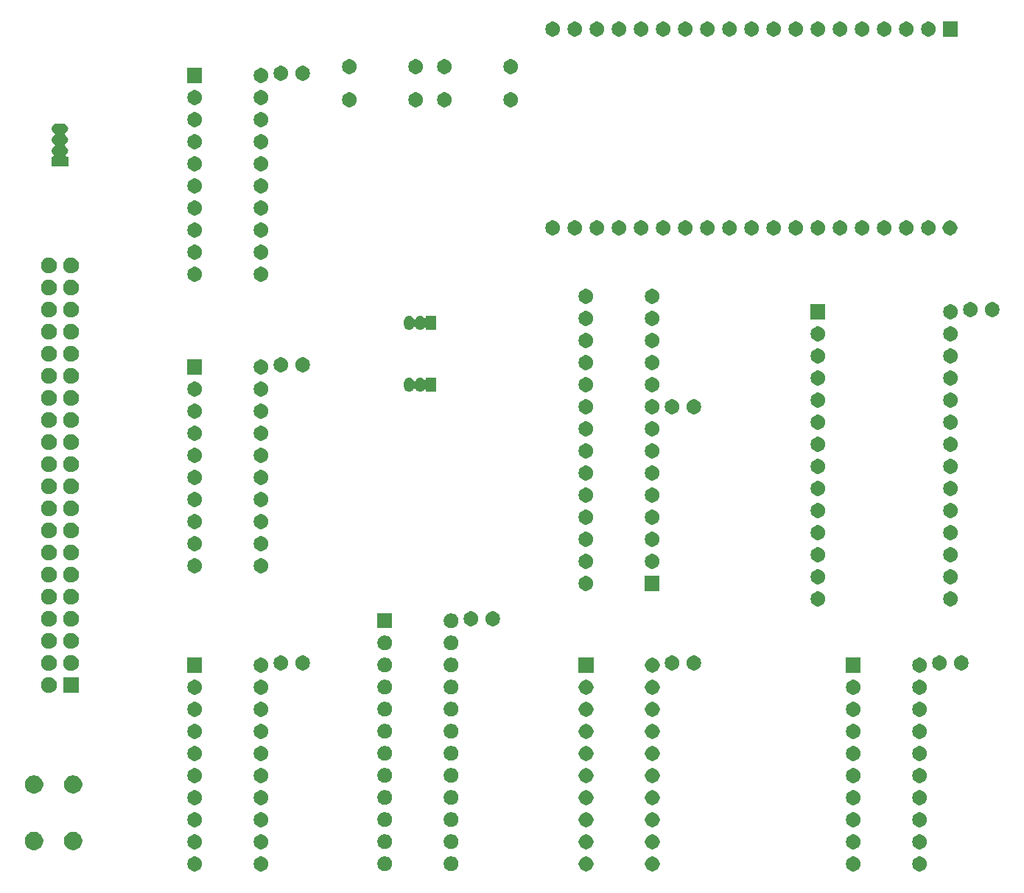
<source format=gbr>
%TF.GenerationSoftware,KiCad,Pcbnew,(5.1.6)-1*%
%TF.CreationDate,2020-08-02T22:15:59-07:00*%
%TF.ProjectId,TRS-IO-M1,5452532d-494f-42d4-9d31-2e6b69636164,rev?*%
%TF.SameCoordinates,Original*%
%TF.FileFunction,Soldermask,Top*%
%TF.FilePolarity,Negative*%
%FSLAX46Y46*%
G04 Gerber Fmt 4.6, Leading zero omitted, Abs format (unit mm)*
G04 Created by KiCad (PCBNEW (5.1.6)-1) date 2020-08-02 22:15:59*
%MOMM*%
%LPD*%
G01*
G04 APERTURE LIST*
%ADD10C,0.100000*%
G04 APERTURE END LIST*
D10*
G36*
X140456228Y-68015703D02*
G01*
X140611100Y-68079853D01*
X140750481Y-68172985D01*
X140869015Y-68291519D01*
X140962147Y-68430900D01*
X141026297Y-68585772D01*
X141059000Y-68750184D01*
X141059000Y-68917816D01*
X141026297Y-69082228D01*
X140962147Y-69237100D01*
X140869015Y-69376481D01*
X140750481Y-69495015D01*
X140611100Y-69588147D01*
X140456228Y-69652297D01*
X140291816Y-69685000D01*
X140124184Y-69685000D01*
X139959772Y-69652297D01*
X139804900Y-69588147D01*
X139665519Y-69495015D01*
X139546985Y-69376481D01*
X139453853Y-69237100D01*
X139389703Y-69082228D01*
X139357000Y-68917816D01*
X139357000Y-68750184D01*
X139389703Y-68585772D01*
X139453853Y-68430900D01*
X139546985Y-68291519D01*
X139665519Y-68172985D01*
X139804900Y-68079853D01*
X139959772Y-68015703D01*
X140124184Y-67983000D01*
X140291816Y-67983000D01*
X140456228Y-68015703D01*
G37*
G36*
X132836228Y-68015703D02*
G01*
X132991100Y-68079853D01*
X133130481Y-68172985D01*
X133249015Y-68291519D01*
X133342147Y-68430900D01*
X133406297Y-68585772D01*
X133439000Y-68750184D01*
X133439000Y-68917816D01*
X133406297Y-69082228D01*
X133342147Y-69237100D01*
X133249015Y-69376481D01*
X133130481Y-69495015D01*
X132991100Y-69588147D01*
X132836228Y-69652297D01*
X132671816Y-69685000D01*
X132504184Y-69685000D01*
X132339772Y-69652297D01*
X132184900Y-69588147D01*
X132045519Y-69495015D01*
X131926985Y-69376481D01*
X131833853Y-69237100D01*
X131769703Y-69082228D01*
X131737000Y-68917816D01*
X131737000Y-68750184D01*
X131769703Y-68585772D01*
X131833853Y-68430900D01*
X131926985Y-68291519D01*
X132045519Y-68172985D01*
X132184900Y-68079853D01*
X132339772Y-68015703D01*
X132504184Y-67983000D01*
X132671816Y-67983000D01*
X132836228Y-68015703D01*
G37*
G36*
X64764228Y-68015703D02*
G01*
X64919100Y-68079853D01*
X65058481Y-68172985D01*
X65177015Y-68291519D01*
X65270147Y-68430900D01*
X65334297Y-68585772D01*
X65367000Y-68750184D01*
X65367000Y-68917816D01*
X65334297Y-69082228D01*
X65270147Y-69237100D01*
X65177015Y-69376481D01*
X65058481Y-69495015D01*
X64919100Y-69588147D01*
X64764228Y-69652297D01*
X64599816Y-69685000D01*
X64432184Y-69685000D01*
X64267772Y-69652297D01*
X64112900Y-69588147D01*
X63973519Y-69495015D01*
X63854985Y-69376481D01*
X63761853Y-69237100D01*
X63697703Y-69082228D01*
X63665000Y-68917816D01*
X63665000Y-68750184D01*
X63697703Y-68585772D01*
X63761853Y-68430900D01*
X63854985Y-68291519D01*
X63973519Y-68172985D01*
X64112900Y-68079853D01*
X64267772Y-68015703D01*
X64432184Y-67983000D01*
X64599816Y-67983000D01*
X64764228Y-68015703D01*
G37*
G36*
X57144228Y-68015703D02*
G01*
X57299100Y-68079853D01*
X57438481Y-68172985D01*
X57557015Y-68291519D01*
X57650147Y-68430900D01*
X57714297Y-68585772D01*
X57747000Y-68750184D01*
X57747000Y-68917816D01*
X57714297Y-69082228D01*
X57650147Y-69237100D01*
X57557015Y-69376481D01*
X57438481Y-69495015D01*
X57299100Y-69588147D01*
X57144228Y-69652297D01*
X56979816Y-69685000D01*
X56812184Y-69685000D01*
X56647772Y-69652297D01*
X56492900Y-69588147D01*
X56353519Y-69495015D01*
X56234985Y-69376481D01*
X56141853Y-69237100D01*
X56077703Y-69082228D01*
X56045000Y-68917816D01*
X56045000Y-68750184D01*
X56077703Y-68585772D01*
X56141853Y-68430900D01*
X56234985Y-68291519D01*
X56353519Y-68172985D01*
X56492900Y-68079853D01*
X56647772Y-68015703D01*
X56812184Y-67983000D01*
X56979816Y-67983000D01*
X57144228Y-68015703D01*
G37*
G36*
X109742228Y-68015703D02*
G01*
X109897100Y-68079853D01*
X110036481Y-68172985D01*
X110155015Y-68291519D01*
X110248147Y-68430900D01*
X110312297Y-68585772D01*
X110345000Y-68750184D01*
X110345000Y-68917816D01*
X110312297Y-69082228D01*
X110248147Y-69237100D01*
X110155015Y-69376481D01*
X110036481Y-69495015D01*
X109897100Y-69588147D01*
X109742228Y-69652297D01*
X109577816Y-69685000D01*
X109410184Y-69685000D01*
X109245772Y-69652297D01*
X109090900Y-69588147D01*
X108951519Y-69495015D01*
X108832985Y-69376481D01*
X108739853Y-69237100D01*
X108675703Y-69082228D01*
X108643000Y-68917816D01*
X108643000Y-68750184D01*
X108675703Y-68585772D01*
X108739853Y-68430900D01*
X108832985Y-68291519D01*
X108951519Y-68172985D01*
X109090900Y-68079853D01*
X109245772Y-68015703D01*
X109410184Y-67983000D01*
X109577816Y-67983000D01*
X109742228Y-68015703D01*
G37*
G36*
X102122228Y-68015703D02*
G01*
X102277100Y-68079853D01*
X102416481Y-68172985D01*
X102535015Y-68291519D01*
X102628147Y-68430900D01*
X102692297Y-68585772D01*
X102725000Y-68750184D01*
X102725000Y-68917816D01*
X102692297Y-69082228D01*
X102628147Y-69237100D01*
X102535015Y-69376481D01*
X102416481Y-69495015D01*
X102277100Y-69588147D01*
X102122228Y-69652297D01*
X101957816Y-69685000D01*
X101790184Y-69685000D01*
X101625772Y-69652297D01*
X101470900Y-69588147D01*
X101331519Y-69495015D01*
X101212985Y-69376481D01*
X101119853Y-69237100D01*
X101055703Y-69082228D01*
X101023000Y-68917816D01*
X101023000Y-68750184D01*
X101055703Y-68585772D01*
X101119853Y-68430900D01*
X101212985Y-68291519D01*
X101331519Y-68172985D01*
X101470900Y-68079853D01*
X101625772Y-68015703D01*
X101790184Y-67983000D01*
X101957816Y-67983000D01*
X102122228Y-68015703D01*
G37*
G36*
X78988228Y-67995703D02*
G01*
X79143100Y-68059853D01*
X79282481Y-68152985D01*
X79401015Y-68271519D01*
X79494147Y-68410900D01*
X79558297Y-68565772D01*
X79591000Y-68730184D01*
X79591000Y-68897816D01*
X79558297Y-69062228D01*
X79494147Y-69217100D01*
X79401015Y-69356481D01*
X79282481Y-69475015D01*
X79143100Y-69568147D01*
X78988228Y-69632297D01*
X78823816Y-69665000D01*
X78656184Y-69665000D01*
X78491772Y-69632297D01*
X78336900Y-69568147D01*
X78197519Y-69475015D01*
X78078985Y-69356481D01*
X77985853Y-69217100D01*
X77921703Y-69062228D01*
X77889000Y-68897816D01*
X77889000Y-68730184D01*
X77921703Y-68565772D01*
X77985853Y-68410900D01*
X78078985Y-68271519D01*
X78197519Y-68152985D01*
X78336900Y-68059853D01*
X78491772Y-67995703D01*
X78656184Y-67963000D01*
X78823816Y-67963000D01*
X78988228Y-67995703D01*
G37*
G36*
X86608228Y-67995703D02*
G01*
X86763100Y-68059853D01*
X86902481Y-68152985D01*
X87021015Y-68271519D01*
X87114147Y-68410900D01*
X87178297Y-68565772D01*
X87211000Y-68730184D01*
X87211000Y-68897816D01*
X87178297Y-69062228D01*
X87114147Y-69217100D01*
X87021015Y-69356481D01*
X86902481Y-69475015D01*
X86763100Y-69568147D01*
X86608228Y-69632297D01*
X86443816Y-69665000D01*
X86276184Y-69665000D01*
X86111772Y-69632297D01*
X85956900Y-69568147D01*
X85817519Y-69475015D01*
X85698985Y-69356481D01*
X85605853Y-69217100D01*
X85541703Y-69062228D01*
X85509000Y-68897816D01*
X85509000Y-68730184D01*
X85541703Y-68565772D01*
X85605853Y-68410900D01*
X85698985Y-68271519D01*
X85817519Y-68152985D01*
X85956900Y-68059853D01*
X86111772Y-67995703D01*
X86276184Y-67963000D01*
X86443816Y-67963000D01*
X86608228Y-67995703D01*
G37*
G36*
X38732564Y-65179389D02*
G01*
X38923833Y-65258615D01*
X38923835Y-65258616D01*
X39095973Y-65373635D01*
X39242365Y-65520027D01*
X39304478Y-65612985D01*
X39357385Y-65692167D01*
X39436611Y-65883436D01*
X39477000Y-66086484D01*
X39477000Y-66293516D01*
X39436611Y-66496564D01*
X39425980Y-66522229D01*
X39357384Y-66687835D01*
X39242365Y-66859973D01*
X39095973Y-67006365D01*
X38923835Y-67121384D01*
X38923834Y-67121385D01*
X38923833Y-67121385D01*
X38732564Y-67200611D01*
X38529516Y-67241000D01*
X38322484Y-67241000D01*
X38119436Y-67200611D01*
X37928167Y-67121385D01*
X37928166Y-67121385D01*
X37928165Y-67121384D01*
X37756027Y-67006365D01*
X37609635Y-66859973D01*
X37494616Y-66687835D01*
X37426020Y-66522229D01*
X37415389Y-66496564D01*
X37375000Y-66293516D01*
X37375000Y-66086484D01*
X37415389Y-65883436D01*
X37494615Y-65692167D01*
X37547523Y-65612985D01*
X37609635Y-65520027D01*
X37756027Y-65373635D01*
X37928165Y-65258616D01*
X37928167Y-65258615D01*
X38119436Y-65179389D01*
X38322484Y-65139000D01*
X38529516Y-65139000D01*
X38732564Y-65179389D01*
G37*
G36*
X43232564Y-65179389D02*
G01*
X43423833Y-65258615D01*
X43423835Y-65258616D01*
X43595973Y-65373635D01*
X43742365Y-65520027D01*
X43804478Y-65612985D01*
X43857385Y-65692167D01*
X43936611Y-65883436D01*
X43977000Y-66086484D01*
X43977000Y-66293516D01*
X43936611Y-66496564D01*
X43925980Y-66522229D01*
X43857384Y-66687835D01*
X43742365Y-66859973D01*
X43595973Y-67006365D01*
X43423835Y-67121384D01*
X43423834Y-67121385D01*
X43423833Y-67121385D01*
X43232564Y-67200611D01*
X43029516Y-67241000D01*
X42822484Y-67241000D01*
X42619436Y-67200611D01*
X42428167Y-67121385D01*
X42428166Y-67121385D01*
X42428165Y-67121384D01*
X42256027Y-67006365D01*
X42109635Y-66859973D01*
X41994616Y-66687835D01*
X41926020Y-66522229D01*
X41915389Y-66496564D01*
X41875000Y-66293516D01*
X41875000Y-66086484D01*
X41915389Y-65883436D01*
X41994615Y-65692167D01*
X42047523Y-65612985D01*
X42109635Y-65520027D01*
X42256027Y-65373635D01*
X42428165Y-65258616D01*
X42428167Y-65258615D01*
X42619436Y-65179389D01*
X42822484Y-65139000D01*
X43029516Y-65139000D01*
X43232564Y-65179389D01*
G37*
G36*
X64764228Y-65475703D02*
G01*
X64919100Y-65539853D01*
X65058481Y-65632985D01*
X65177015Y-65751519D01*
X65270147Y-65890900D01*
X65334297Y-66045772D01*
X65367000Y-66210184D01*
X65367000Y-66377816D01*
X65334297Y-66542228D01*
X65270147Y-66697100D01*
X65177015Y-66836481D01*
X65058481Y-66955015D01*
X64919100Y-67048147D01*
X64764228Y-67112297D01*
X64599816Y-67145000D01*
X64432184Y-67145000D01*
X64267772Y-67112297D01*
X64112900Y-67048147D01*
X63973519Y-66955015D01*
X63854985Y-66836481D01*
X63761853Y-66697100D01*
X63697703Y-66542228D01*
X63665000Y-66377816D01*
X63665000Y-66210184D01*
X63697703Y-66045772D01*
X63761853Y-65890900D01*
X63854985Y-65751519D01*
X63973519Y-65632985D01*
X64112900Y-65539853D01*
X64267772Y-65475703D01*
X64432184Y-65443000D01*
X64599816Y-65443000D01*
X64764228Y-65475703D01*
G37*
G36*
X102122228Y-65475703D02*
G01*
X102277100Y-65539853D01*
X102416481Y-65632985D01*
X102535015Y-65751519D01*
X102628147Y-65890900D01*
X102692297Y-66045772D01*
X102725000Y-66210184D01*
X102725000Y-66377816D01*
X102692297Y-66542228D01*
X102628147Y-66697100D01*
X102535015Y-66836481D01*
X102416481Y-66955015D01*
X102277100Y-67048147D01*
X102122228Y-67112297D01*
X101957816Y-67145000D01*
X101790184Y-67145000D01*
X101625772Y-67112297D01*
X101470900Y-67048147D01*
X101331519Y-66955015D01*
X101212985Y-66836481D01*
X101119853Y-66697100D01*
X101055703Y-66542228D01*
X101023000Y-66377816D01*
X101023000Y-66210184D01*
X101055703Y-66045772D01*
X101119853Y-65890900D01*
X101212985Y-65751519D01*
X101331519Y-65632985D01*
X101470900Y-65539853D01*
X101625772Y-65475703D01*
X101790184Y-65443000D01*
X101957816Y-65443000D01*
X102122228Y-65475703D01*
G37*
G36*
X109742228Y-65475703D02*
G01*
X109897100Y-65539853D01*
X110036481Y-65632985D01*
X110155015Y-65751519D01*
X110248147Y-65890900D01*
X110312297Y-66045772D01*
X110345000Y-66210184D01*
X110345000Y-66377816D01*
X110312297Y-66542228D01*
X110248147Y-66697100D01*
X110155015Y-66836481D01*
X110036481Y-66955015D01*
X109897100Y-67048147D01*
X109742228Y-67112297D01*
X109577816Y-67145000D01*
X109410184Y-67145000D01*
X109245772Y-67112297D01*
X109090900Y-67048147D01*
X108951519Y-66955015D01*
X108832985Y-66836481D01*
X108739853Y-66697100D01*
X108675703Y-66542228D01*
X108643000Y-66377816D01*
X108643000Y-66210184D01*
X108675703Y-66045772D01*
X108739853Y-65890900D01*
X108832985Y-65751519D01*
X108951519Y-65632985D01*
X109090900Y-65539853D01*
X109245772Y-65475703D01*
X109410184Y-65443000D01*
X109577816Y-65443000D01*
X109742228Y-65475703D01*
G37*
G36*
X57144228Y-65475703D02*
G01*
X57299100Y-65539853D01*
X57438481Y-65632985D01*
X57557015Y-65751519D01*
X57650147Y-65890900D01*
X57714297Y-66045772D01*
X57747000Y-66210184D01*
X57747000Y-66377816D01*
X57714297Y-66542228D01*
X57650147Y-66697100D01*
X57557015Y-66836481D01*
X57438481Y-66955015D01*
X57299100Y-67048147D01*
X57144228Y-67112297D01*
X56979816Y-67145000D01*
X56812184Y-67145000D01*
X56647772Y-67112297D01*
X56492900Y-67048147D01*
X56353519Y-66955015D01*
X56234985Y-66836481D01*
X56141853Y-66697100D01*
X56077703Y-66542228D01*
X56045000Y-66377816D01*
X56045000Y-66210184D01*
X56077703Y-66045772D01*
X56141853Y-65890900D01*
X56234985Y-65751519D01*
X56353519Y-65632985D01*
X56492900Y-65539853D01*
X56647772Y-65475703D01*
X56812184Y-65443000D01*
X56979816Y-65443000D01*
X57144228Y-65475703D01*
G37*
G36*
X132836228Y-65475703D02*
G01*
X132991100Y-65539853D01*
X133130481Y-65632985D01*
X133249015Y-65751519D01*
X133342147Y-65890900D01*
X133406297Y-66045772D01*
X133439000Y-66210184D01*
X133439000Y-66377816D01*
X133406297Y-66542228D01*
X133342147Y-66697100D01*
X133249015Y-66836481D01*
X133130481Y-66955015D01*
X132991100Y-67048147D01*
X132836228Y-67112297D01*
X132671816Y-67145000D01*
X132504184Y-67145000D01*
X132339772Y-67112297D01*
X132184900Y-67048147D01*
X132045519Y-66955015D01*
X131926985Y-66836481D01*
X131833853Y-66697100D01*
X131769703Y-66542228D01*
X131737000Y-66377816D01*
X131737000Y-66210184D01*
X131769703Y-66045772D01*
X131833853Y-65890900D01*
X131926985Y-65751519D01*
X132045519Y-65632985D01*
X132184900Y-65539853D01*
X132339772Y-65475703D01*
X132504184Y-65443000D01*
X132671816Y-65443000D01*
X132836228Y-65475703D01*
G37*
G36*
X140456228Y-65475703D02*
G01*
X140611100Y-65539853D01*
X140750481Y-65632985D01*
X140869015Y-65751519D01*
X140962147Y-65890900D01*
X141026297Y-66045772D01*
X141059000Y-66210184D01*
X141059000Y-66377816D01*
X141026297Y-66542228D01*
X140962147Y-66697100D01*
X140869015Y-66836481D01*
X140750481Y-66955015D01*
X140611100Y-67048147D01*
X140456228Y-67112297D01*
X140291816Y-67145000D01*
X140124184Y-67145000D01*
X139959772Y-67112297D01*
X139804900Y-67048147D01*
X139665519Y-66955015D01*
X139546985Y-66836481D01*
X139453853Y-66697100D01*
X139389703Y-66542228D01*
X139357000Y-66377816D01*
X139357000Y-66210184D01*
X139389703Y-66045772D01*
X139453853Y-65890900D01*
X139546985Y-65751519D01*
X139665519Y-65632985D01*
X139804900Y-65539853D01*
X139959772Y-65475703D01*
X140124184Y-65443000D01*
X140291816Y-65443000D01*
X140456228Y-65475703D01*
G37*
G36*
X78988228Y-65455703D02*
G01*
X79143100Y-65519853D01*
X79282481Y-65612985D01*
X79401015Y-65731519D01*
X79494147Y-65870900D01*
X79558297Y-66025772D01*
X79591000Y-66190184D01*
X79591000Y-66357816D01*
X79558297Y-66522228D01*
X79494147Y-66677100D01*
X79401015Y-66816481D01*
X79282481Y-66935015D01*
X79143100Y-67028147D01*
X78988228Y-67092297D01*
X78823816Y-67125000D01*
X78656184Y-67125000D01*
X78491772Y-67092297D01*
X78336900Y-67028147D01*
X78197519Y-66935015D01*
X78078985Y-66816481D01*
X77985853Y-66677100D01*
X77921703Y-66522228D01*
X77889000Y-66357816D01*
X77889000Y-66190184D01*
X77921703Y-66025772D01*
X77985853Y-65870900D01*
X78078985Y-65731519D01*
X78197519Y-65612985D01*
X78336900Y-65519853D01*
X78491772Y-65455703D01*
X78656184Y-65423000D01*
X78823816Y-65423000D01*
X78988228Y-65455703D01*
G37*
G36*
X86608228Y-65455703D02*
G01*
X86763100Y-65519853D01*
X86902481Y-65612985D01*
X87021015Y-65731519D01*
X87114147Y-65870900D01*
X87178297Y-66025772D01*
X87211000Y-66190184D01*
X87211000Y-66357816D01*
X87178297Y-66522228D01*
X87114147Y-66677100D01*
X87021015Y-66816481D01*
X86902481Y-66935015D01*
X86763100Y-67028147D01*
X86608228Y-67092297D01*
X86443816Y-67125000D01*
X86276184Y-67125000D01*
X86111772Y-67092297D01*
X85956900Y-67028147D01*
X85817519Y-66935015D01*
X85698985Y-66816481D01*
X85605853Y-66677100D01*
X85541703Y-66522228D01*
X85509000Y-66357816D01*
X85509000Y-66190184D01*
X85541703Y-66025772D01*
X85605853Y-65870900D01*
X85698985Y-65731519D01*
X85817519Y-65612985D01*
X85956900Y-65519853D01*
X86111772Y-65455703D01*
X86276184Y-65423000D01*
X86443816Y-65423000D01*
X86608228Y-65455703D01*
G37*
G36*
X109742228Y-62935703D02*
G01*
X109897100Y-62999853D01*
X110036481Y-63092985D01*
X110155015Y-63211519D01*
X110248147Y-63350900D01*
X110312297Y-63505772D01*
X110345000Y-63670184D01*
X110345000Y-63837816D01*
X110312297Y-64002228D01*
X110248147Y-64157100D01*
X110155015Y-64296481D01*
X110036481Y-64415015D01*
X109897100Y-64508147D01*
X109742228Y-64572297D01*
X109577816Y-64605000D01*
X109410184Y-64605000D01*
X109245772Y-64572297D01*
X109090900Y-64508147D01*
X108951519Y-64415015D01*
X108832985Y-64296481D01*
X108739853Y-64157100D01*
X108675703Y-64002228D01*
X108643000Y-63837816D01*
X108643000Y-63670184D01*
X108675703Y-63505772D01*
X108739853Y-63350900D01*
X108832985Y-63211519D01*
X108951519Y-63092985D01*
X109090900Y-62999853D01*
X109245772Y-62935703D01*
X109410184Y-62903000D01*
X109577816Y-62903000D01*
X109742228Y-62935703D01*
G37*
G36*
X64764228Y-62935703D02*
G01*
X64919100Y-62999853D01*
X65058481Y-63092985D01*
X65177015Y-63211519D01*
X65270147Y-63350900D01*
X65334297Y-63505772D01*
X65367000Y-63670184D01*
X65367000Y-63837816D01*
X65334297Y-64002228D01*
X65270147Y-64157100D01*
X65177015Y-64296481D01*
X65058481Y-64415015D01*
X64919100Y-64508147D01*
X64764228Y-64572297D01*
X64599816Y-64605000D01*
X64432184Y-64605000D01*
X64267772Y-64572297D01*
X64112900Y-64508147D01*
X63973519Y-64415015D01*
X63854985Y-64296481D01*
X63761853Y-64157100D01*
X63697703Y-64002228D01*
X63665000Y-63837816D01*
X63665000Y-63670184D01*
X63697703Y-63505772D01*
X63761853Y-63350900D01*
X63854985Y-63211519D01*
X63973519Y-63092985D01*
X64112900Y-62999853D01*
X64267772Y-62935703D01*
X64432184Y-62903000D01*
X64599816Y-62903000D01*
X64764228Y-62935703D01*
G37*
G36*
X132836228Y-62935703D02*
G01*
X132991100Y-62999853D01*
X133130481Y-63092985D01*
X133249015Y-63211519D01*
X133342147Y-63350900D01*
X133406297Y-63505772D01*
X133439000Y-63670184D01*
X133439000Y-63837816D01*
X133406297Y-64002228D01*
X133342147Y-64157100D01*
X133249015Y-64296481D01*
X133130481Y-64415015D01*
X132991100Y-64508147D01*
X132836228Y-64572297D01*
X132671816Y-64605000D01*
X132504184Y-64605000D01*
X132339772Y-64572297D01*
X132184900Y-64508147D01*
X132045519Y-64415015D01*
X131926985Y-64296481D01*
X131833853Y-64157100D01*
X131769703Y-64002228D01*
X131737000Y-63837816D01*
X131737000Y-63670184D01*
X131769703Y-63505772D01*
X131833853Y-63350900D01*
X131926985Y-63211519D01*
X132045519Y-63092985D01*
X132184900Y-62999853D01*
X132339772Y-62935703D01*
X132504184Y-62903000D01*
X132671816Y-62903000D01*
X132836228Y-62935703D01*
G37*
G36*
X140456228Y-62935703D02*
G01*
X140611100Y-62999853D01*
X140750481Y-63092985D01*
X140869015Y-63211519D01*
X140962147Y-63350900D01*
X141026297Y-63505772D01*
X141059000Y-63670184D01*
X141059000Y-63837816D01*
X141026297Y-64002228D01*
X140962147Y-64157100D01*
X140869015Y-64296481D01*
X140750481Y-64415015D01*
X140611100Y-64508147D01*
X140456228Y-64572297D01*
X140291816Y-64605000D01*
X140124184Y-64605000D01*
X139959772Y-64572297D01*
X139804900Y-64508147D01*
X139665519Y-64415015D01*
X139546985Y-64296481D01*
X139453853Y-64157100D01*
X139389703Y-64002228D01*
X139357000Y-63837816D01*
X139357000Y-63670184D01*
X139389703Y-63505772D01*
X139453853Y-63350900D01*
X139546985Y-63211519D01*
X139665519Y-63092985D01*
X139804900Y-62999853D01*
X139959772Y-62935703D01*
X140124184Y-62903000D01*
X140291816Y-62903000D01*
X140456228Y-62935703D01*
G37*
G36*
X102122228Y-62935703D02*
G01*
X102277100Y-62999853D01*
X102416481Y-63092985D01*
X102535015Y-63211519D01*
X102628147Y-63350900D01*
X102692297Y-63505772D01*
X102725000Y-63670184D01*
X102725000Y-63837816D01*
X102692297Y-64002228D01*
X102628147Y-64157100D01*
X102535015Y-64296481D01*
X102416481Y-64415015D01*
X102277100Y-64508147D01*
X102122228Y-64572297D01*
X101957816Y-64605000D01*
X101790184Y-64605000D01*
X101625772Y-64572297D01*
X101470900Y-64508147D01*
X101331519Y-64415015D01*
X101212985Y-64296481D01*
X101119853Y-64157100D01*
X101055703Y-64002228D01*
X101023000Y-63837816D01*
X101023000Y-63670184D01*
X101055703Y-63505772D01*
X101119853Y-63350900D01*
X101212985Y-63211519D01*
X101331519Y-63092985D01*
X101470900Y-62999853D01*
X101625772Y-62935703D01*
X101790184Y-62903000D01*
X101957816Y-62903000D01*
X102122228Y-62935703D01*
G37*
G36*
X57144228Y-62935703D02*
G01*
X57299100Y-62999853D01*
X57438481Y-63092985D01*
X57557015Y-63211519D01*
X57650147Y-63350900D01*
X57714297Y-63505772D01*
X57747000Y-63670184D01*
X57747000Y-63837816D01*
X57714297Y-64002228D01*
X57650147Y-64157100D01*
X57557015Y-64296481D01*
X57438481Y-64415015D01*
X57299100Y-64508147D01*
X57144228Y-64572297D01*
X56979816Y-64605000D01*
X56812184Y-64605000D01*
X56647772Y-64572297D01*
X56492900Y-64508147D01*
X56353519Y-64415015D01*
X56234985Y-64296481D01*
X56141853Y-64157100D01*
X56077703Y-64002228D01*
X56045000Y-63837816D01*
X56045000Y-63670184D01*
X56077703Y-63505772D01*
X56141853Y-63350900D01*
X56234985Y-63211519D01*
X56353519Y-63092985D01*
X56492900Y-62999853D01*
X56647772Y-62935703D01*
X56812184Y-62903000D01*
X56979816Y-62903000D01*
X57144228Y-62935703D01*
G37*
G36*
X78988228Y-62915703D02*
G01*
X79143100Y-62979853D01*
X79282481Y-63072985D01*
X79401015Y-63191519D01*
X79494147Y-63330900D01*
X79558297Y-63485772D01*
X79591000Y-63650184D01*
X79591000Y-63817816D01*
X79558297Y-63982228D01*
X79494147Y-64137100D01*
X79401015Y-64276481D01*
X79282481Y-64395015D01*
X79143100Y-64488147D01*
X78988228Y-64552297D01*
X78823816Y-64585000D01*
X78656184Y-64585000D01*
X78491772Y-64552297D01*
X78336900Y-64488147D01*
X78197519Y-64395015D01*
X78078985Y-64276481D01*
X77985853Y-64137100D01*
X77921703Y-63982228D01*
X77889000Y-63817816D01*
X77889000Y-63650184D01*
X77921703Y-63485772D01*
X77985853Y-63330900D01*
X78078985Y-63191519D01*
X78197519Y-63072985D01*
X78336900Y-62979853D01*
X78491772Y-62915703D01*
X78656184Y-62883000D01*
X78823816Y-62883000D01*
X78988228Y-62915703D01*
G37*
G36*
X86608228Y-62915703D02*
G01*
X86763100Y-62979853D01*
X86902481Y-63072985D01*
X87021015Y-63191519D01*
X87114147Y-63330900D01*
X87178297Y-63485772D01*
X87211000Y-63650184D01*
X87211000Y-63817816D01*
X87178297Y-63982228D01*
X87114147Y-64137100D01*
X87021015Y-64276481D01*
X86902481Y-64395015D01*
X86763100Y-64488147D01*
X86608228Y-64552297D01*
X86443816Y-64585000D01*
X86276184Y-64585000D01*
X86111772Y-64552297D01*
X85956900Y-64488147D01*
X85817519Y-64395015D01*
X85698985Y-64276481D01*
X85605853Y-64137100D01*
X85541703Y-63982228D01*
X85509000Y-63817816D01*
X85509000Y-63650184D01*
X85541703Y-63485772D01*
X85605853Y-63330900D01*
X85698985Y-63191519D01*
X85817519Y-63072985D01*
X85956900Y-62979853D01*
X86111772Y-62915703D01*
X86276184Y-62883000D01*
X86443816Y-62883000D01*
X86608228Y-62915703D01*
G37*
G36*
X102122228Y-60395703D02*
G01*
X102277100Y-60459853D01*
X102416481Y-60552985D01*
X102535015Y-60671519D01*
X102628147Y-60810900D01*
X102692297Y-60965772D01*
X102725000Y-61130184D01*
X102725000Y-61297816D01*
X102692297Y-61462228D01*
X102628147Y-61617100D01*
X102535015Y-61756481D01*
X102416481Y-61875015D01*
X102277100Y-61968147D01*
X102122228Y-62032297D01*
X101957816Y-62065000D01*
X101790184Y-62065000D01*
X101625772Y-62032297D01*
X101470900Y-61968147D01*
X101331519Y-61875015D01*
X101212985Y-61756481D01*
X101119853Y-61617100D01*
X101055703Y-61462228D01*
X101023000Y-61297816D01*
X101023000Y-61130184D01*
X101055703Y-60965772D01*
X101119853Y-60810900D01*
X101212985Y-60671519D01*
X101331519Y-60552985D01*
X101470900Y-60459853D01*
X101625772Y-60395703D01*
X101790184Y-60363000D01*
X101957816Y-60363000D01*
X102122228Y-60395703D01*
G37*
G36*
X57144228Y-60395703D02*
G01*
X57299100Y-60459853D01*
X57438481Y-60552985D01*
X57557015Y-60671519D01*
X57650147Y-60810900D01*
X57714297Y-60965772D01*
X57747000Y-61130184D01*
X57747000Y-61297816D01*
X57714297Y-61462228D01*
X57650147Y-61617100D01*
X57557015Y-61756481D01*
X57438481Y-61875015D01*
X57299100Y-61968147D01*
X57144228Y-62032297D01*
X56979816Y-62065000D01*
X56812184Y-62065000D01*
X56647772Y-62032297D01*
X56492900Y-61968147D01*
X56353519Y-61875015D01*
X56234985Y-61756481D01*
X56141853Y-61617100D01*
X56077703Y-61462228D01*
X56045000Y-61297816D01*
X56045000Y-61130184D01*
X56077703Y-60965772D01*
X56141853Y-60810900D01*
X56234985Y-60671519D01*
X56353519Y-60552985D01*
X56492900Y-60459853D01*
X56647772Y-60395703D01*
X56812184Y-60363000D01*
X56979816Y-60363000D01*
X57144228Y-60395703D01*
G37*
G36*
X132836228Y-60395703D02*
G01*
X132991100Y-60459853D01*
X133130481Y-60552985D01*
X133249015Y-60671519D01*
X133342147Y-60810900D01*
X133406297Y-60965772D01*
X133439000Y-61130184D01*
X133439000Y-61297816D01*
X133406297Y-61462228D01*
X133342147Y-61617100D01*
X133249015Y-61756481D01*
X133130481Y-61875015D01*
X132991100Y-61968147D01*
X132836228Y-62032297D01*
X132671816Y-62065000D01*
X132504184Y-62065000D01*
X132339772Y-62032297D01*
X132184900Y-61968147D01*
X132045519Y-61875015D01*
X131926985Y-61756481D01*
X131833853Y-61617100D01*
X131769703Y-61462228D01*
X131737000Y-61297816D01*
X131737000Y-61130184D01*
X131769703Y-60965772D01*
X131833853Y-60810900D01*
X131926985Y-60671519D01*
X132045519Y-60552985D01*
X132184900Y-60459853D01*
X132339772Y-60395703D01*
X132504184Y-60363000D01*
X132671816Y-60363000D01*
X132836228Y-60395703D01*
G37*
G36*
X140456228Y-60395703D02*
G01*
X140611100Y-60459853D01*
X140750481Y-60552985D01*
X140869015Y-60671519D01*
X140962147Y-60810900D01*
X141026297Y-60965772D01*
X141059000Y-61130184D01*
X141059000Y-61297816D01*
X141026297Y-61462228D01*
X140962147Y-61617100D01*
X140869015Y-61756481D01*
X140750481Y-61875015D01*
X140611100Y-61968147D01*
X140456228Y-62032297D01*
X140291816Y-62065000D01*
X140124184Y-62065000D01*
X139959772Y-62032297D01*
X139804900Y-61968147D01*
X139665519Y-61875015D01*
X139546985Y-61756481D01*
X139453853Y-61617100D01*
X139389703Y-61462228D01*
X139357000Y-61297816D01*
X139357000Y-61130184D01*
X139389703Y-60965772D01*
X139453853Y-60810900D01*
X139546985Y-60671519D01*
X139665519Y-60552985D01*
X139804900Y-60459853D01*
X139959772Y-60395703D01*
X140124184Y-60363000D01*
X140291816Y-60363000D01*
X140456228Y-60395703D01*
G37*
G36*
X64764228Y-60395703D02*
G01*
X64919100Y-60459853D01*
X65058481Y-60552985D01*
X65177015Y-60671519D01*
X65270147Y-60810900D01*
X65334297Y-60965772D01*
X65367000Y-61130184D01*
X65367000Y-61297816D01*
X65334297Y-61462228D01*
X65270147Y-61617100D01*
X65177015Y-61756481D01*
X65058481Y-61875015D01*
X64919100Y-61968147D01*
X64764228Y-62032297D01*
X64599816Y-62065000D01*
X64432184Y-62065000D01*
X64267772Y-62032297D01*
X64112900Y-61968147D01*
X63973519Y-61875015D01*
X63854985Y-61756481D01*
X63761853Y-61617100D01*
X63697703Y-61462228D01*
X63665000Y-61297816D01*
X63665000Y-61130184D01*
X63697703Y-60965772D01*
X63761853Y-60810900D01*
X63854985Y-60671519D01*
X63973519Y-60552985D01*
X64112900Y-60459853D01*
X64267772Y-60395703D01*
X64432184Y-60363000D01*
X64599816Y-60363000D01*
X64764228Y-60395703D01*
G37*
G36*
X109742228Y-60395703D02*
G01*
X109897100Y-60459853D01*
X110036481Y-60552985D01*
X110155015Y-60671519D01*
X110248147Y-60810900D01*
X110312297Y-60965772D01*
X110345000Y-61130184D01*
X110345000Y-61297816D01*
X110312297Y-61462228D01*
X110248147Y-61617100D01*
X110155015Y-61756481D01*
X110036481Y-61875015D01*
X109897100Y-61968147D01*
X109742228Y-62032297D01*
X109577816Y-62065000D01*
X109410184Y-62065000D01*
X109245772Y-62032297D01*
X109090900Y-61968147D01*
X108951519Y-61875015D01*
X108832985Y-61756481D01*
X108739853Y-61617100D01*
X108675703Y-61462228D01*
X108643000Y-61297816D01*
X108643000Y-61130184D01*
X108675703Y-60965772D01*
X108739853Y-60810900D01*
X108832985Y-60671519D01*
X108951519Y-60552985D01*
X109090900Y-60459853D01*
X109245772Y-60395703D01*
X109410184Y-60363000D01*
X109577816Y-60363000D01*
X109742228Y-60395703D01*
G37*
G36*
X78988228Y-60375703D02*
G01*
X79143100Y-60439853D01*
X79282481Y-60532985D01*
X79401015Y-60651519D01*
X79494147Y-60790900D01*
X79558297Y-60945772D01*
X79591000Y-61110184D01*
X79591000Y-61277816D01*
X79558297Y-61442228D01*
X79494147Y-61597100D01*
X79401015Y-61736481D01*
X79282481Y-61855015D01*
X79143100Y-61948147D01*
X78988228Y-62012297D01*
X78823816Y-62045000D01*
X78656184Y-62045000D01*
X78491772Y-62012297D01*
X78336900Y-61948147D01*
X78197519Y-61855015D01*
X78078985Y-61736481D01*
X77985853Y-61597100D01*
X77921703Y-61442228D01*
X77889000Y-61277816D01*
X77889000Y-61110184D01*
X77921703Y-60945772D01*
X77985853Y-60790900D01*
X78078985Y-60651519D01*
X78197519Y-60532985D01*
X78336900Y-60439853D01*
X78491772Y-60375703D01*
X78656184Y-60343000D01*
X78823816Y-60343000D01*
X78988228Y-60375703D01*
G37*
G36*
X86608228Y-60375703D02*
G01*
X86763100Y-60439853D01*
X86902481Y-60532985D01*
X87021015Y-60651519D01*
X87114147Y-60790900D01*
X87178297Y-60945772D01*
X87211000Y-61110184D01*
X87211000Y-61277816D01*
X87178297Y-61442228D01*
X87114147Y-61597100D01*
X87021015Y-61736481D01*
X86902481Y-61855015D01*
X86763100Y-61948147D01*
X86608228Y-62012297D01*
X86443816Y-62045000D01*
X86276184Y-62045000D01*
X86111772Y-62012297D01*
X85956900Y-61948147D01*
X85817519Y-61855015D01*
X85698985Y-61736481D01*
X85605853Y-61597100D01*
X85541703Y-61442228D01*
X85509000Y-61277816D01*
X85509000Y-61110184D01*
X85541703Y-60945772D01*
X85605853Y-60790900D01*
X85698985Y-60651519D01*
X85817519Y-60532985D01*
X85956900Y-60439853D01*
X86111772Y-60375703D01*
X86276184Y-60343000D01*
X86443816Y-60343000D01*
X86608228Y-60375703D01*
G37*
G36*
X43232564Y-58679389D02*
G01*
X43421904Y-58757816D01*
X43423835Y-58758616D01*
X43595973Y-58873635D01*
X43742365Y-59020027D01*
X43857385Y-59192167D01*
X43936611Y-59383436D01*
X43977000Y-59586484D01*
X43977000Y-59793516D01*
X43936611Y-59996564D01*
X43857385Y-60187833D01*
X43857384Y-60187835D01*
X43742365Y-60359973D01*
X43595973Y-60506365D01*
X43423835Y-60621384D01*
X43423834Y-60621385D01*
X43423833Y-60621385D01*
X43232564Y-60700611D01*
X43029516Y-60741000D01*
X42822484Y-60741000D01*
X42619436Y-60700611D01*
X42428167Y-60621385D01*
X42428166Y-60621385D01*
X42428165Y-60621384D01*
X42256027Y-60506365D01*
X42109635Y-60359973D01*
X41994616Y-60187835D01*
X41994615Y-60187833D01*
X41915389Y-59996564D01*
X41875000Y-59793516D01*
X41875000Y-59586484D01*
X41915389Y-59383436D01*
X41994615Y-59192167D01*
X42109635Y-59020027D01*
X42256027Y-58873635D01*
X42428165Y-58758616D01*
X42430096Y-58757816D01*
X42619436Y-58679389D01*
X42822484Y-58639000D01*
X43029516Y-58639000D01*
X43232564Y-58679389D01*
G37*
G36*
X38732564Y-58679389D02*
G01*
X38921904Y-58757816D01*
X38923835Y-58758616D01*
X39095973Y-58873635D01*
X39242365Y-59020027D01*
X39357385Y-59192167D01*
X39436611Y-59383436D01*
X39477000Y-59586484D01*
X39477000Y-59793516D01*
X39436611Y-59996564D01*
X39357385Y-60187833D01*
X39357384Y-60187835D01*
X39242365Y-60359973D01*
X39095973Y-60506365D01*
X38923835Y-60621384D01*
X38923834Y-60621385D01*
X38923833Y-60621385D01*
X38732564Y-60700611D01*
X38529516Y-60741000D01*
X38322484Y-60741000D01*
X38119436Y-60700611D01*
X37928167Y-60621385D01*
X37928166Y-60621385D01*
X37928165Y-60621384D01*
X37756027Y-60506365D01*
X37609635Y-60359973D01*
X37494616Y-60187835D01*
X37494615Y-60187833D01*
X37415389Y-59996564D01*
X37375000Y-59793516D01*
X37375000Y-59586484D01*
X37415389Y-59383436D01*
X37494615Y-59192167D01*
X37609635Y-59020027D01*
X37756027Y-58873635D01*
X37928165Y-58758616D01*
X37930096Y-58757816D01*
X38119436Y-58679389D01*
X38322484Y-58639000D01*
X38529516Y-58639000D01*
X38732564Y-58679389D01*
G37*
G36*
X102122228Y-57855703D02*
G01*
X102277100Y-57919853D01*
X102416481Y-58012985D01*
X102535015Y-58131519D01*
X102628147Y-58270900D01*
X102692297Y-58425772D01*
X102725000Y-58590184D01*
X102725000Y-58757816D01*
X102692297Y-58922228D01*
X102628147Y-59077100D01*
X102535015Y-59216481D01*
X102416481Y-59335015D01*
X102277100Y-59428147D01*
X102122228Y-59492297D01*
X101957816Y-59525000D01*
X101790184Y-59525000D01*
X101625772Y-59492297D01*
X101470900Y-59428147D01*
X101331519Y-59335015D01*
X101212985Y-59216481D01*
X101119853Y-59077100D01*
X101055703Y-58922228D01*
X101023000Y-58757816D01*
X101023000Y-58590184D01*
X101055703Y-58425772D01*
X101119853Y-58270900D01*
X101212985Y-58131519D01*
X101331519Y-58012985D01*
X101470900Y-57919853D01*
X101625772Y-57855703D01*
X101790184Y-57823000D01*
X101957816Y-57823000D01*
X102122228Y-57855703D01*
G37*
G36*
X109742228Y-57855703D02*
G01*
X109897100Y-57919853D01*
X110036481Y-58012985D01*
X110155015Y-58131519D01*
X110248147Y-58270900D01*
X110312297Y-58425772D01*
X110345000Y-58590184D01*
X110345000Y-58757816D01*
X110312297Y-58922228D01*
X110248147Y-59077100D01*
X110155015Y-59216481D01*
X110036481Y-59335015D01*
X109897100Y-59428147D01*
X109742228Y-59492297D01*
X109577816Y-59525000D01*
X109410184Y-59525000D01*
X109245772Y-59492297D01*
X109090900Y-59428147D01*
X108951519Y-59335015D01*
X108832985Y-59216481D01*
X108739853Y-59077100D01*
X108675703Y-58922228D01*
X108643000Y-58757816D01*
X108643000Y-58590184D01*
X108675703Y-58425772D01*
X108739853Y-58270900D01*
X108832985Y-58131519D01*
X108951519Y-58012985D01*
X109090900Y-57919853D01*
X109245772Y-57855703D01*
X109410184Y-57823000D01*
X109577816Y-57823000D01*
X109742228Y-57855703D01*
G37*
G36*
X132836228Y-57855703D02*
G01*
X132991100Y-57919853D01*
X133130481Y-58012985D01*
X133249015Y-58131519D01*
X133342147Y-58270900D01*
X133406297Y-58425772D01*
X133439000Y-58590184D01*
X133439000Y-58757816D01*
X133406297Y-58922228D01*
X133342147Y-59077100D01*
X133249015Y-59216481D01*
X133130481Y-59335015D01*
X132991100Y-59428147D01*
X132836228Y-59492297D01*
X132671816Y-59525000D01*
X132504184Y-59525000D01*
X132339772Y-59492297D01*
X132184900Y-59428147D01*
X132045519Y-59335015D01*
X131926985Y-59216481D01*
X131833853Y-59077100D01*
X131769703Y-58922228D01*
X131737000Y-58757816D01*
X131737000Y-58590184D01*
X131769703Y-58425772D01*
X131833853Y-58270900D01*
X131926985Y-58131519D01*
X132045519Y-58012985D01*
X132184900Y-57919853D01*
X132339772Y-57855703D01*
X132504184Y-57823000D01*
X132671816Y-57823000D01*
X132836228Y-57855703D01*
G37*
G36*
X57144228Y-57855703D02*
G01*
X57299100Y-57919853D01*
X57438481Y-58012985D01*
X57557015Y-58131519D01*
X57650147Y-58270900D01*
X57714297Y-58425772D01*
X57747000Y-58590184D01*
X57747000Y-58757816D01*
X57714297Y-58922228D01*
X57650147Y-59077100D01*
X57557015Y-59216481D01*
X57438481Y-59335015D01*
X57299100Y-59428147D01*
X57144228Y-59492297D01*
X56979816Y-59525000D01*
X56812184Y-59525000D01*
X56647772Y-59492297D01*
X56492900Y-59428147D01*
X56353519Y-59335015D01*
X56234985Y-59216481D01*
X56141853Y-59077100D01*
X56077703Y-58922228D01*
X56045000Y-58757816D01*
X56045000Y-58590184D01*
X56077703Y-58425772D01*
X56141853Y-58270900D01*
X56234985Y-58131519D01*
X56353519Y-58012985D01*
X56492900Y-57919853D01*
X56647772Y-57855703D01*
X56812184Y-57823000D01*
X56979816Y-57823000D01*
X57144228Y-57855703D01*
G37*
G36*
X140456228Y-57855703D02*
G01*
X140611100Y-57919853D01*
X140750481Y-58012985D01*
X140869015Y-58131519D01*
X140962147Y-58270900D01*
X141026297Y-58425772D01*
X141059000Y-58590184D01*
X141059000Y-58757816D01*
X141026297Y-58922228D01*
X140962147Y-59077100D01*
X140869015Y-59216481D01*
X140750481Y-59335015D01*
X140611100Y-59428147D01*
X140456228Y-59492297D01*
X140291816Y-59525000D01*
X140124184Y-59525000D01*
X139959772Y-59492297D01*
X139804900Y-59428147D01*
X139665519Y-59335015D01*
X139546985Y-59216481D01*
X139453853Y-59077100D01*
X139389703Y-58922228D01*
X139357000Y-58757816D01*
X139357000Y-58590184D01*
X139389703Y-58425772D01*
X139453853Y-58270900D01*
X139546985Y-58131519D01*
X139665519Y-58012985D01*
X139804900Y-57919853D01*
X139959772Y-57855703D01*
X140124184Y-57823000D01*
X140291816Y-57823000D01*
X140456228Y-57855703D01*
G37*
G36*
X64764228Y-57855703D02*
G01*
X64919100Y-57919853D01*
X65058481Y-58012985D01*
X65177015Y-58131519D01*
X65270147Y-58270900D01*
X65334297Y-58425772D01*
X65367000Y-58590184D01*
X65367000Y-58757816D01*
X65334297Y-58922228D01*
X65270147Y-59077100D01*
X65177015Y-59216481D01*
X65058481Y-59335015D01*
X64919100Y-59428147D01*
X64764228Y-59492297D01*
X64599816Y-59525000D01*
X64432184Y-59525000D01*
X64267772Y-59492297D01*
X64112900Y-59428147D01*
X63973519Y-59335015D01*
X63854985Y-59216481D01*
X63761853Y-59077100D01*
X63697703Y-58922228D01*
X63665000Y-58757816D01*
X63665000Y-58590184D01*
X63697703Y-58425772D01*
X63761853Y-58270900D01*
X63854985Y-58131519D01*
X63973519Y-58012985D01*
X64112900Y-57919853D01*
X64267772Y-57855703D01*
X64432184Y-57823000D01*
X64599816Y-57823000D01*
X64764228Y-57855703D01*
G37*
G36*
X86608228Y-57835703D02*
G01*
X86763100Y-57899853D01*
X86902481Y-57992985D01*
X87021015Y-58111519D01*
X87114147Y-58250900D01*
X87178297Y-58405772D01*
X87211000Y-58570184D01*
X87211000Y-58737816D01*
X87178297Y-58902228D01*
X87114147Y-59057100D01*
X87021015Y-59196481D01*
X86902481Y-59315015D01*
X86763100Y-59408147D01*
X86608228Y-59472297D01*
X86443816Y-59505000D01*
X86276184Y-59505000D01*
X86111772Y-59472297D01*
X85956900Y-59408147D01*
X85817519Y-59315015D01*
X85698985Y-59196481D01*
X85605853Y-59057100D01*
X85541703Y-58902228D01*
X85509000Y-58737816D01*
X85509000Y-58570184D01*
X85541703Y-58405772D01*
X85605853Y-58250900D01*
X85698985Y-58111519D01*
X85817519Y-57992985D01*
X85956900Y-57899853D01*
X86111772Y-57835703D01*
X86276184Y-57803000D01*
X86443816Y-57803000D01*
X86608228Y-57835703D01*
G37*
G36*
X78988228Y-57835703D02*
G01*
X79143100Y-57899853D01*
X79282481Y-57992985D01*
X79401015Y-58111519D01*
X79494147Y-58250900D01*
X79558297Y-58405772D01*
X79591000Y-58570184D01*
X79591000Y-58737816D01*
X79558297Y-58902228D01*
X79494147Y-59057100D01*
X79401015Y-59196481D01*
X79282481Y-59315015D01*
X79143100Y-59408147D01*
X78988228Y-59472297D01*
X78823816Y-59505000D01*
X78656184Y-59505000D01*
X78491772Y-59472297D01*
X78336900Y-59408147D01*
X78197519Y-59315015D01*
X78078985Y-59196481D01*
X77985853Y-59057100D01*
X77921703Y-58902228D01*
X77889000Y-58737816D01*
X77889000Y-58570184D01*
X77921703Y-58405772D01*
X77985853Y-58250900D01*
X78078985Y-58111519D01*
X78197519Y-57992985D01*
X78336900Y-57899853D01*
X78491772Y-57835703D01*
X78656184Y-57803000D01*
X78823816Y-57803000D01*
X78988228Y-57835703D01*
G37*
G36*
X132836228Y-55315703D02*
G01*
X132991100Y-55379853D01*
X133130481Y-55472985D01*
X133249015Y-55591519D01*
X133342147Y-55730900D01*
X133406297Y-55885772D01*
X133439000Y-56050184D01*
X133439000Y-56217816D01*
X133406297Y-56382228D01*
X133342147Y-56537100D01*
X133249015Y-56676481D01*
X133130481Y-56795015D01*
X132991100Y-56888147D01*
X132836228Y-56952297D01*
X132671816Y-56985000D01*
X132504184Y-56985000D01*
X132339772Y-56952297D01*
X132184900Y-56888147D01*
X132045519Y-56795015D01*
X131926985Y-56676481D01*
X131833853Y-56537100D01*
X131769703Y-56382228D01*
X131737000Y-56217816D01*
X131737000Y-56050184D01*
X131769703Y-55885772D01*
X131833853Y-55730900D01*
X131926985Y-55591519D01*
X132045519Y-55472985D01*
X132184900Y-55379853D01*
X132339772Y-55315703D01*
X132504184Y-55283000D01*
X132671816Y-55283000D01*
X132836228Y-55315703D01*
G37*
G36*
X109742228Y-55315703D02*
G01*
X109897100Y-55379853D01*
X110036481Y-55472985D01*
X110155015Y-55591519D01*
X110248147Y-55730900D01*
X110312297Y-55885772D01*
X110345000Y-56050184D01*
X110345000Y-56217816D01*
X110312297Y-56382228D01*
X110248147Y-56537100D01*
X110155015Y-56676481D01*
X110036481Y-56795015D01*
X109897100Y-56888147D01*
X109742228Y-56952297D01*
X109577816Y-56985000D01*
X109410184Y-56985000D01*
X109245772Y-56952297D01*
X109090900Y-56888147D01*
X108951519Y-56795015D01*
X108832985Y-56676481D01*
X108739853Y-56537100D01*
X108675703Y-56382228D01*
X108643000Y-56217816D01*
X108643000Y-56050184D01*
X108675703Y-55885772D01*
X108739853Y-55730900D01*
X108832985Y-55591519D01*
X108951519Y-55472985D01*
X109090900Y-55379853D01*
X109245772Y-55315703D01*
X109410184Y-55283000D01*
X109577816Y-55283000D01*
X109742228Y-55315703D01*
G37*
G36*
X102122228Y-55315703D02*
G01*
X102277100Y-55379853D01*
X102416481Y-55472985D01*
X102535015Y-55591519D01*
X102628147Y-55730900D01*
X102692297Y-55885772D01*
X102725000Y-56050184D01*
X102725000Y-56217816D01*
X102692297Y-56382228D01*
X102628147Y-56537100D01*
X102535015Y-56676481D01*
X102416481Y-56795015D01*
X102277100Y-56888147D01*
X102122228Y-56952297D01*
X101957816Y-56985000D01*
X101790184Y-56985000D01*
X101625772Y-56952297D01*
X101470900Y-56888147D01*
X101331519Y-56795015D01*
X101212985Y-56676481D01*
X101119853Y-56537100D01*
X101055703Y-56382228D01*
X101023000Y-56217816D01*
X101023000Y-56050184D01*
X101055703Y-55885772D01*
X101119853Y-55730900D01*
X101212985Y-55591519D01*
X101331519Y-55472985D01*
X101470900Y-55379853D01*
X101625772Y-55315703D01*
X101790184Y-55283000D01*
X101957816Y-55283000D01*
X102122228Y-55315703D01*
G37*
G36*
X64764228Y-55315703D02*
G01*
X64919100Y-55379853D01*
X65058481Y-55472985D01*
X65177015Y-55591519D01*
X65270147Y-55730900D01*
X65334297Y-55885772D01*
X65367000Y-56050184D01*
X65367000Y-56217816D01*
X65334297Y-56382228D01*
X65270147Y-56537100D01*
X65177015Y-56676481D01*
X65058481Y-56795015D01*
X64919100Y-56888147D01*
X64764228Y-56952297D01*
X64599816Y-56985000D01*
X64432184Y-56985000D01*
X64267772Y-56952297D01*
X64112900Y-56888147D01*
X63973519Y-56795015D01*
X63854985Y-56676481D01*
X63761853Y-56537100D01*
X63697703Y-56382228D01*
X63665000Y-56217816D01*
X63665000Y-56050184D01*
X63697703Y-55885772D01*
X63761853Y-55730900D01*
X63854985Y-55591519D01*
X63973519Y-55472985D01*
X64112900Y-55379853D01*
X64267772Y-55315703D01*
X64432184Y-55283000D01*
X64599816Y-55283000D01*
X64764228Y-55315703D01*
G37*
G36*
X140456228Y-55315703D02*
G01*
X140611100Y-55379853D01*
X140750481Y-55472985D01*
X140869015Y-55591519D01*
X140962147Y-55730900D01*
X141026297Y-55885772D01*
X141059000Y-56050184D01*
X141059000Y-56217816D01*
X141026297Y-56382228D01*
X140962147Y-56537100D01*
X140869015Y-56676481D01*
X140750481Y-56795015D01*
X140611100Y-56888147D01*
X140456228Y-56952297D01*
X140291816Y-56985000D01*
X140124184Y-56985000D01*
X139959772Y-56952297D01*
X139804900Y-56888147D01*
X139665519Y-56795015D01*
X139546985Y-56676481D01*
X139453853Y-56537100D01*
X139389703Y-56382228D01*
X139357000Y-56217816D01*
X139357000Y-56050184D01*
X139389703Y-55885772D01*
X139453853Y-55730900D01*
X139546985Y-55591519D01*
X139665519Y-55472985D01*
X139804900Y-55379853D01*
X139959772Y-55315703D01*
X140124184Y-55283000D01*
X140291816Y-55283000D01*
X140456228Y-55315703D01*
G37*
G36*
X57144228Y-55315703D02*
G01*
X57299100Y-55379853D01*
X57438481Y-55472985D01*
X57557015Y-55591519D01*
X57650147Y-55730900D01*
X57714297Y-55885772D01*
X57747000Y-56050184D01*
X57747000Y-56217816D01*
X57714297Y-56382228D01*
X57650147Y-56537100D01*
X57557015Y-56676481D01*
X57438481Y-56795015D01*
X57299100Y-56888147D01*
X57144228Y-56952297D01*
X56979816Y-56985000D01*
X56812184Y-56985000D01*
X56647772Y-56952297D01*
X56492900Y-56888147D01*
X56353519Y-56795015D01*
X56234985Y-56676481D01*
X56141853Y-56537100D01*
X56077703Y-56382228D01*
X56045000Y-56217816D01*
X56045000Y-56050184D01*
X56077703Y-55885772D01*
X56141853Y-55730900D01*
X56234985Y-55591519D01*
X56353519Y-55472985D01*
X56492900Y-55379853D01*
X56647772Y-55315703D01*
X56812184Y-55283000D01*
X56979816Y-55283000D01*
X57144228Y-55315703D01*
G37*
G36*
X86608228Y-55295703D02*
G01*
X86763100Y-55359853D01*
X86902481Y-55452985D01*
X87021015Y-55571519D01*
X87114147Y-55710900D01*
X87178297Y-55865772D01*
X87211000Y-56030184D01*
X87211000Y-56197816D01*
X87178297Y-56362228D01*
X87114147Y-56517100D01*
X87021015Y-56656481D01*
X86902481Y-56775015D01*
X86763100Y-56868147D01*
X86608228Y-56932297D01*
X86443816Y-56965000D01*
X86276184Y-56965000D01*
X86111772Y-56932297D01*
X85956900Y-56868147D01*
X85817519Y-56775015D01*
X85698985Y-56656481D01*
X85605853Y-56517100D01*
X85541703Y-56362228D01*
X85509000Y-56197816D01*
X85509000Y-56030184D01*
X85541703Y-55865772D01*
X85605853Y-55710900D01*
X85698985Y-55571519D01*
X85817519Y-55452985D01*
X85956900Y-55359853D01*
X86111772Y-55295703D01*
X86276184Y-55263000D01*
X86443816Y-55263000D01*
X86608228Y-55295703D01*
G37*
G36*
X78988228Y-55295703D02*
G01*
X79143100Y-55359853D01*
X79282481Y-55452985D01*
X79401015Y-55571519D01*
X79494147Y-55710900D01*
X79558297Y-55865772D01*
X79591000Y-56030184D01*
X79591000Y-56197816D01*
X79558297Y-56362228D01*
X79494147Y-56517100D01*
X79401015Y-56656481D01*
X79282481Y-56775015D01*
X79143100Y-56868147D01*
X78988228Y-56932297D01*
X78823816Y-56965000D01*
X78656184Y-56965000D01*
X78491772Y-56932297D01*
X78336900Y-56868147D01*
X78197519Y-56775015D01*
X78078985Y-56656481D01*
X77985853Y-56517100D01*
X77921703Y-56362228D01*
X77889000Y-56197816D01*
X77889000Y-56030184D01*
X77921703Y-55865772D01*
X77985853Y-55710900D01*
X78078985Y-55571519D01*
X78197519Y-55452985D01*
X78336900Y-55359853D01*
X78491772Y-55295703D01*
X78656184Y-55263000D01*
X78823816Y-55263000D01*
X78988228Y-55295703D01*
G37*
G36*
X140456228Y-52775703D02*
G01*
X140611100Y-52839853D01*
X140750481Y-52932985D01*
X140869015Y-53051519D01*
X140962147Y-53190900D01*
X141026297Y-53345772D01*
X141059000Y-53510184D01*
X141059000Y-53677816D01*
X141026297Y-53842228D01*
X140962147Y-53997100D01*
X140869015Y-54136481D01*
X140750481Y-54255015D01*
X140611100Y-54348147D01*
X140456228Y-54412297D01*
X140291816Y-54445000D01*
X140124184Y-54445000D01*
X139959772Y-54412297D01*
X139804900Y-54348147D01*
X139665519Y-54255015D01*
X139546985Y-54136481D01*
X139453853Y-53997100D01*
X139389703Y-53842228D01*
X139357000Y-53677816D01*
X139357000Y-53510184D01*
X139389703Y-53345772D01*
X139453853Y-53190900D01*
X139546985Y-53051519D01*
X139665519Y-52932985D01*
X139804900Y-52839853D01*
X139959772Y-52775703D01*
X140124184Y-52743000D01*
X140291816Y-52743000D01*
X140456228Y-52775703D01*
G37*
G36*
X64764228Y-52775703D02*
G01*
X64919100Y-52839853D01*
X65058481Y-52932985D01*
X65177015Y-53051519D01*
X65270147Y-53190900D01*
X65334297Y-53345772D01*
X65367000Y-53510184D01*
X65367000Y-53677816D01*
X65334297Y-53842228D01*
X65270147Y-53997100D01*
X65177015Y-54136481D01*
X65058481Y-54255015D01*
X64919100Y-54348147D01*
X64764228Y-54412297D01*
X64599816Y-54445000D01*
X64432184Y-54445000D01*
X64267772Y-54412297D01*
X64112900Y-54348147D01*
X63973519Y-54255015D01*
X63854985Y-54136481D01*
X63761853Y-53997100D01*
X63697703Y-53842228D01*
X63665000Y-53677816D01*
X63665000Y-53510184D01*
X63697703Y-53345772D01*
X63761853Y-53190900D01*
X63854985Y-53051519D01*
X63973519Y-52932985D01*
X64112900Y-52839853D01*
X64267772Y-52775703D01*
X64432184Y-52743000D01*
X64599816Y-52743000D01*
X64764228Y-52775703D01*
G37*
G36*
X132836228Y-52775703D02*
G01*
X132991100Y-52839853D01*
X133130481Y-52932985D01*
X133249015Y-53051519D01*
X133342147Y-53190900D01*
X133406297Y-53345772D01*
X133439000Y-53510184D01*
X133439000Y-53677816D01*
X133406297Y-53842228D01*
X133342147Y-53997100D01*
X133249015Y-54136481D01*
X133130481Y-54255015D01*
X132991100Y-54348147D01*
X132836228Y-54412297D01*
X132671816Y-54445000D01*
X132504184Y-54445000D01*
X132339772Y-54412297D01*
X132184900Y-54348147D01*
X132045519Y-54255015D01*
X131926985Y-54136481D01*
X131833853Y-53997100D01*
X131769703Y-53842228D01*
X131737000Y-53677816D01*
X131737000Y-53510184D01*
X131769703Y-53345772D01*
X131833853Y-53190900D01*
X131926985Y-53051519D01*
X132045519Y-52932985D01*
X132184900Y-52839853D01*
X132339772Y-52775703D01*
X132504184Y-52743000D01*
X132671816Y-52743000D01*
X132836228Y-52775703D01*
G37*
G36*
X57144228Y-52775703D02*
G01*
X57299100Y-52839853D01*
X57438481Y-52932985D01*
X57557015Y-53051519D01*
X57650147Y-53190900D01*
X57714297Y-53345772D01*
X57747000Y-53510184D01*
X57747000Y-53677816D01*
X57714297Y-53842228D01*
X57650147Y-53997100D01*
X57557015Y-54136481D01*
X57438481Y-54255015D01*
X57299100Y-54348147D01*
X57144228Y-54412297D01*
X56979816Y-54445000D01*
X56812184Y-54445000D01*
X56647772Y-54412297D01*
X56492900Y-54348147D01*
X56353519Y-54255015D01*
X56234985Y-54136481D01*
X56141853Y-53997100D01*
X56077703Y-53842228D01*
X56045000Y-53677816D01*
X56045000Y-53510184D01*
X56077703Y-53345772D01*
X56141853Y-53190900D01*
X56234985Y-53051519D01*
X56353519Y-52932985D01*
X56492900Y-52839853D01*
X56647772Y-52775703D01*
X56812184Y-52743000D01*
X56979816Y-52743000D01*
X57144228Y-52775703D01*
G37*
G36*
X102122228Y-52775703D02*
G01*
X102277100Y-52839853D01*
X102416481Y-52932985D01*
X102535015Y-53051519D01*
X102628147Y-53190900D01*
X102692297Y-53345772D01*
X102725000Y-53510184D01*
X102725000Y-53677816D01*
X102692297Y-53842228D01*
X102628147Y-53997100D01*
X102535015Y-54136481D01*
X102416481Y-54255015D01*
X102277100Y-54348147D01*
X102122228Y-54412297D01*
X101957816Y-54445000D01*
X101790184Y-54445000D01*
X101625772Y-54412297D01*
X101470900Y-54348147D01*
X101331519Y-54255015D01*
X101212985Y-54136481D01*
X101119853Y-53997100D01*
X101055703Y-53842228D01*
X101023000Y-53677816D01*
X101023000Y-53510184D01*
X101055703Y-53345772D01*
X101119853Y-53190900D01*
X101212985Y-53051519D01*
X101331519Y-52932985D01*
X101470900Y-52839853D01*
X101625772Y-52775703D01*
X101790184Y-52743000D01*
X101957816Y-52743000D01*
X102122228Y-52775703D01*
G37*
G36*
X109742228Y-52775703D02*
G01*
X109897100Y-52839853D01*
X110036481Y-52932985D01*
X110155015Y-53051519D01*
X110248147Y-53190900D01*
X110312297Y-53345772D01*
X110345000Y-53510184D01*
X110345000Y-53677816D01*
X110312297Y-53842228D01*
X110248147Y-53997100D01*
X110155015Y-54136481D01*
X110036481Y-54255015D01*
X109897100Y-54348147D01*
X109742228Y-54412297D01*
X109577816Y-54445000D01*
X109410184Y-54445000D01*
X109245772Y-54412297D01*
X109090900Y-54348147D01*
X108951519Y-54255015D01*
X108832985Y-54136481D01*
X108739853Y-53997100D01*
X108675703Y-53842228D01*
X108643000Y-53677816D01*
X108643000Y-53510184D01*
X108675703Y-53345772D01*
X108739853Y-53190900D01*
X108832985Y-53051519D01*
X108951519Y-52932985D01*
X109090900Y-52839853D01*
X109245772Y-52775703D01*
X109410184Y-52743000D01*
X109577816Y-52743000D01*
X109742228Y-52775703D01*
G37*
G36*
X86608228Y-52755703D02*
G01*
X86763100Y-52819853D01*
X86902481Y-52912985D01*
X87021015Y-53031519D01*
X87114147Y-53170900D01*
X87178297Y-53325772D01*
X87211000Y-53490184D01*
X87211000Y-53657816D01*
X87178297Y-53822228D01*
X87114147Y-53977100D01*
X87021015Y-54116481D01*
X86902481Y-54235015D01*
X86763100Y-54328147D01*
X86608228Y-54392297D01*
X86443816Y-54425000D01*
X86276184Y-54425000D01*
X86111772Y-54392297D01*
X85956900Y-54328147D01*
X85817519Y-54235015D01*
X85698985Y-54116481D01*
X85605853Y-53977100D01*
X85541703Y-53822228D01*
X85509000Y-53657816D01*
X85509000Y-53490184D01*
X85541703Y-53325772D01*
X85605853Y-53170900D01*
X85698985Y-53031519D01*
X85817519Y-52912985D01*
X85956900Y-52819853D01*
X86111772Y-52755703D01*
X86276184Y-52723000D01*
X86443816Y-52723000D01*
X86608228Y-52755703D01*
G37*
G36*
X78988228Y-52755703D02*
G01*
X79143100Y-52819853D01*
X79282481Y-52912985D01*
X79401015Y-53031519D01*
X79494147Y-53170900D01*
X79558297Y-53325772D01*
X79591000Y-53490184D01*
X79591000Y-53657816D01*
X79558297Y-53822228D01*
X79494147Y-53977100D01*
X79401015Y-54116481D01*
X79282481Y-54235015D01*
X79143100Y-54328147D01*
X78988228Y-54392297D01*
X78823816Y-54425000D01*
X78656184Y-54425000D01*
X78491772Y-54392297D01*
X78336900Y-54328147D01*
X78197519Y-54235015D01*
X78078985Y-54116481D01*
X77985853Y-53977100D01*
X77921703Y-53822228D01*
X77889000Y-53657816D01*
X77889000Y-53490184D01*
X77921703Y-53325772D01*
X77985853Y-53170900D01*
X78078985Y-53031519D01*
X78197519Y-52912985D01*
X78336900Y-52819853D01*
X78491772Y-52755703D01*
X78656184Y-52723000D01*
X78823816Y-52723000D01*
X78988228Y-52755703D01*
G37*
G36*
X64764228Y-50235703D02*
G01*
X64919100Y-50299853D01*
X65058481Y-50392985D01*
X65177015Y-50511519D01*
X65270147Y-50650900D01*
X65334297Y-50805772D01*
X65367000Y-50970184D01*
X65367000Y-51137816D01*
X65334297Y-51302228D01*
X65270147Y-51457100D01*
X65177015Y-51596481D01*
X65058481Y-51715015D01*
X64919100Y-51808147D01*
X64764228Y-51872297D01*
X64599816Y-51905000D01*
X64432184Y-51905000D01*
X64267772Y-51872297D01*
X64112900Y-51808147D01*
X63973519Y-51715015D01*
X63854985Y-51596481D01*
X63761853Y-51457100D01*
X63697703Y-51302228D01*
X63665000Y-51137816D01*
X63665000Y-50970184D01*
X63697703Y-50805772D01*
X63761853Y-50650900D01*
X63854985Y-50511519D01*
X63973519Y-50392985D01*
X64112900Y-50299853D01*
X64267772Y-50235703D01*
X64432184Y-50203000D01*
X64599816Y-50203000D01*
X64764228Y-50235703D01*
G37*
G36*
X57144228Y-50235703D02*
G01*
X57299100Y-50299853D01*
X57438481Y-50392985D01*
X57557015Y-50511519D01*
X57650147Y-50650900D01*
X57714297Y-50805772D01*
X57747000Y-50970184D01*
X57747000Y-51137816D01*
X57714297Y-51302228D01*
X57650147Y-51457100D01*
X57557015Y-51596481D01*
X57438481Y-51715015D01*
X57299100Y-51808147D01*
X57144228Y-51872297D01*
X56979816Y-51905000D01*
X56812184Y-51905000D01*
X56647772Y-51872297D01*
X56492900Y-51808147D01*
X56353519Y-51715015D01*
X56234985Y-51596481D01*
X56141853Y-51457100D01*
X56077703Y-51302228D01*
X56045000Y-51137816D01*
X56045000Y-50970184D01*
X56077703Y-50805772D01*
X56141853Y-50650900D01*
X56234985Y-50511519D01*
X56353519Y-50392985D01*
X56492900Y-50299853D01*
X56647772Y-50235703D01*
X56812184Y-50203000D01*
X56979816Y-50203000D01*
X57144228Y-50235703D01*
G37*
G36*
X140456228Y-50235703D02*
G01*
X140611100Y-50299853D01*
X140750481Y-50392985D01*
X140869015Y-50511519D01*
X140962147Y-50650900D01*
X141026297Y-50805772D01*
X141059000Y-50970184D01*
X141059000Y-51137816D01*
X141026297Y-51302228D01*
X140962147Y-51457100D01*
X140869015Y-51596481D01*
X140750481Y-51715015D01*
X140611100Y-51808147D01*
X140456228Y-51872297D01*
X140291816Y-51905000D01*
X140124184Y-51905000D01*
X139959772Y-51872297D01*
X139804900Y-51808147D01*
X139665519Y-51715015D01*
X139546985Y-51596481D01*
X139453853Y-51457100D01*
X139389703Y-51302228D01*
X139357000Y-51137816D01*
X139357000Y-50970184D01*
X139389703Y-50805772D01*
X139453853Y-50650900D01*
X139546985Y-50511519D01*
X139665519Y-50392985D01*
X139804900Y-50299853D01*
X139959772Y-50235703D01*
X140124184Y-50203000D01*
X140291816Y-50203000D01*
X140456228Y-50235703D01*
G37*
G36*
X132836228Y-50235703D02*
G01*
X132991100Y-50299853D01*
X133130481Y-50392985D01*
X133249015Y-50511519D01*
X133342147Y-50650900D01*
X133406297Y-50805772D01*
X133439000Y-50970184D01*
X133439000Y-51137816D01*
X133406297Y-51302228D01*
X133342147Y-51457100D01*
X133249015Y-51596481D01*
X133130481Y-51715015D01*
X132991100Y-51808147D01*
X132836228Y-51872297D01*
X132671816Y-51905000D01*
X132504184Y-51905000D01*
X132339772Y-51872297D01*
X132184900Y-51808147D01*
X132045519Y-51715015D01*
X131926985Y-51596481D01*
X131833853Y-51457100D01*
X131769703Y-51302228D01*
X131737000Y-51137816D01*
X131737000Y-50970184D01*
X131769703Y-50805772D01*
X131833853Y-50650900D01*
X131926985Y-50511519D01*
X132045519Y-50392985D01*
X132184900Y-50299853D01*
X132339772Y-50235703D01*
X132504184Y-50203000D01*
X132671816Y-50203000D01*
X132836228Y-50235703D01*
G37*
G36*
X102122228Y-50235703D02*
G01*
X102277100Y-50299853D01*
X102416481Y-50392985D01*
X102535015Y-50511519D01*
X102628147Y-50650900D01*
X102692297Y-50805772D01*
X102725000Y-50970184D01*
X102725000Y-51137816D01*
X102692297Y-51302228D01*
X102628147Y-51457100D01*
X102535015Y-51596481D01*
X102416481Y-51715015D01*
X102277100Y-51808147D01*
X102122228Y-51872297D01*
X101957816Y-51905000D01*
X101790184Y-51905000D01*
X101625772Y-51872297D01*
X101470900Y-51808147D01*
X101331519Y-51715015D01*
X101212985Y-51596481D01*
X101119853Y-51457100D01*
X101055703Y-51302228D01*
X101023000Y-51137816D01*
X101023000Y-50970184D01*
X101055703Y-50805772D01*
X101119853Y-50650900D01*
X101212985Y-50511519D01*
X101331519Y-50392985D01*
X101470900Y-50299853D01*
X101625772Y-50235703D01*
X101790184Y-50203000D01*
X101957816Y-50203000D01*
X102122228Y-50235703D01*
G37*
G36*
X109742228Y-50235703D02*
G01*
X109897100Y-50299853D01*
X110036481Y-50392985D01*
X110155015Y-50511519D01*
X110248147Y-50650900D01*
X110312297Y-50805772D01*
X110345000Y-50970184D01*
X110345000Y-51137816D01*
X110312297Y-51302228D01*
X110248147Y-51457100D01*
X110155015Y-51596481D01*
X110036481Y-51715015D01*
X109897100Y-51808147D01*
X109742228Y-51872297D01*
X109577816Y-51905000D01*
X109410184Y-51905000D01*
X109245772Y-51872297D01*
X109090900Y-51808147D01*
X108951519Y-51715015D01*
X108832985Y-51596481D01*
X108739853Y-51457100D01*
X108675703Y-51302228D01*
X108643000Y-51137816D01*
X108643000Y-50970184D01*
X108675703Y-50805772D01*
X108739853Y-50650900D01*
X108832985Y-50511519D01*
X108951519Y-50392985D01*
X109090900Y-50299853D01*
X109245772Y-50235703D01*
X109410184Y-50203000D01*
X109577816Y-50203000D01*
X109742228Y-50235703D01*
G37*
G36*
X86608228Y-50215703D02*
G01*
X86763100Y-50279853D01*
X86902481Y-50372985D01*
X87021015Y-50491519D01*
X87114147Y-50630900D01*
X87178297Y-50785772D01*
X87211000Y-50950184D01*
X87211000Y-51117816D01*
X87178297Y-51282228D01*
X87114147Y-51437100D01*
X87021015Y-51576481D01*
X86902481Y-51695015D01*
X86763100Y-51788147D01*
X86608228Y-51852297D01*
X86443816Y-51885000D01*
X86276184Y-51885000D01*
X86111772Y-51852297D01*
X85956900Y-51788147D01*
X85817519Y-51695015D01*
X85698985Y-51576481D01*
X85605853Y-51437100D01*
X85541703Y-51282228D01*
X85509000Y-51117816D01*
X85509000Y-50950184D01*
X85541703Y-50785772D01*
X85605853Y-50630900D01*
X85698985Y-50491519D01*
X85817519Y-50372985D01*
X85956900Y-50279853D01*
X86111772Y-50215703D01*
X86276184Y-50183000D01*
X86443816Y-50183000D01*
X86608228Y-50215703D01*
G37*
G36*
X78988228Y-50215703D02*
G01*
X79143100Y-50279853D01*
X79282481Y-50372985D01*
X79401015Y-50491519D01*
X79494147Y-50630900D01*
X79558297Y-50785772D01*
X79591000Y-50950184D01*
X79591000Y-51117816D01*
X79558297Y-51282228D01*
X79494147Y-51437100D01*
X79401015Y-51576481D01*
X79282481Y-51695015D01*
X79143100Y-51788147D01*
X78988228Y-51852297D01*
X78823816Y-51885000D01*
X78656184Y-51885000D01*
X78491772Y-51852297D01*
X78336900Y-51788147D01*
X78197519Y-51695015D01*
X78078985Y-51576481D01*
X77985853Y-51437100D01*
X77921703Y-51282228D01*
X77889000Y-51117816D01*
X77889000Y-50950184D01*
X77921703Y-50785772D01*
X77985853Y-50630900D01*
X78078985Y-50491519D01*
X78197519Y-50372985D01*
X78336900Y-50279853D01*
X78491772Y-50215703D01*
X78656184Y-50183000D01*
X78823816Y-50183000D01*
X78988228Y-50215703D01*
G37*
G36*
X64764228Y-47695703D02*
G01*
X64919100Y-47759853D01*
X65058481Y-47852985D01*
X65177015Y-47971519D01*
X65270147Y-48110900D01*
X65334297Y-48265772D01*
X65367000Y-48430184D01*
X65367000Y-48597816D01*
X65334297Y-48762228D01*
X65270147Y-48917100D01*
X65177015Y-49056481D01*
X65058481Y-49175015D01*
X64919100Y-49268147D01*
X64764228Y-49332297D01*
X64599816Y-49365000D01*
X64432184Y-49365000D01*
X64267772Y-49332297D01*
X64112900Y-49268147D01*
X63973519Y-49175015D01*
X63854985Y-49056481D01*
X63761853Y-48917100D01*
X63697703Y-48762228D01*
X63665000Y-48597816D01*
X63665000Y-48430184D01*
X63697703Y-48265772D01*
X63761853Y-48110900D01*
X63854985Y-47971519D01*
X63973519Y-47852985D01*
X64112900Y-47759853D01*
X64267772Y-47695703D01*
X64432184Y-47663000D01*
X64599816Y-47663000D01*
X64764228Y-47695703D01*
G37*
G36*
X140456228Y-47695703D02*
G01*
X140611100Y-47759853D01*
X140750481Y-47852985D01*
X140869015Y-47971519D01*
X140962147Y-48110900D01*
X141026297Y-48265772D01*
X141059000Y-48430184D01*
X141059000Y-48597816D01*
X141026297Y-48762228D01*
X140962147Y-48917100D01*
X140869015Y-49056481D01*
X140750481Y-49175015D01*
X140611100Y-49268147D01*
X140456228Y-49332297D01*
X140291816Y-49365000D01*
X140124184Y-49365000D01*
X139959772Y-49332297D01*
X139804900Y-49268147D01*
X139665519Y-49175015D01*
X139546985Y-49056481D01*
X139453853Y-48917100D01*
X139389703Y-48762228D01*
X139357000Y-48597816D01*
X139357000Y-48430184D01*
X139389703Y-48265772D01*
X139453853Y-48110900D01*
X139546985Y-47971519D01*
X139665519Y-47852985D01*
X139804900Y-47759853D01*
X139959772Y-47695703D01*
X140124184Y-47663000D01*
X140291816Y-47663000D01*
X140456228Y-47695703D01*
G37*
G36*
X132836228Y-47695703D02*
G01*
X132991100Y-47759853D01*
X133130481Y-47852985D01*
X133249015Y-47971519D01*
X133342147Y-48110900D01*
X133406297Y-48265772D01*
X133439000Y-48430184D01*
X133439000Y-48597816D01*
X133406297Y-48762228D01*
X133342147Y-48917100D01*
X133249015Y-49056481D01*
X133130481Y-49175015D01*
X132991100Y-49268147D01*
X132836228Y-49332297D01*
X132671816Y-49365000D01*
X132504184Y-49365000D01*
X132339772Y-49332297D01*
X132184900Y-49268147D01*
X132045519Y-49175015D01*
X131926985Y-49056481D01*
X131833853Y-48917100D01*
X131769703Y-48762228D01*
X131737000Y-48597816D01*
X131737000Y-48430184D01*
X131769703Y-48265772D01*
X131833853Y-48110900D01*
X131926985Y-47971519D01*
X132045519Y-47852985D01*
X132184900Y-47759853D01*
X132339772Y-47695703D01*
X132504184Y-47663000D01*
X132671816Y-47663000D01*
X132836228Y-47695703D01*
G37*
G36*
X109742228Y-47695703D02*
G01*
X109897100Y-47759853D01*
X110036481Y-47852985D01*
X110155015Y-47971519D01*
X110248147Y-48110900D01*
X110312297Y-48265772D01*
X110345000Y-48430184D01*
X110345000Y-48597816D01*
X110312297Y-48762228D01*
X110248147Y-48917100D01*
X110155015Y-49056481D01*
X110036481Y-49175015D01*
X109897100Y-49268147D01*
X109742228Y-49332297D01*
X109577816Y-49365000D01*
X109410184Y-49365000D01*
X109245772Y-49332297D01*
X109090900Y-49268147D01*
X108951519Y-49175015D01*
X108832985Y-49056481D01*
X108739853Y-48917100D01*
X108675703Y-48762228D01*
X108643000Y-48597816D01*
X108643000Y-48430184D01*
X108675703Y-48265772D01*
X108739853Y-48110900D01*
X108832985Y-47971519D01*
X108951519Y-47852985D01*
X109090900Y-47759853D01*
X109245772Y-47695703D01*
X109410184Y-47663000D01*
X109577816Y-47663000D01*
X109742228Y-47695703D01*
G37*
G36*
X57144228Y-47695703D02*
G01*
X57299100Y-47759853D01*
X57438481Y-47852985D01*
X57557015Y-47971519D01*
X57650147Y-48110900D01*
X57714297Y-48265772D01*
X57747000Y-48430184D01*
X57747000Y-48597816D01*
X57714297Y-48762228D01*
X57650147Y-48917100D01*
X57557015Y-49056481D01*
X57438481Y-49175015D01*
X57299100Y-49268147D01*
X57144228Y-49332297D01*
X56979816Y-49365000D01*
X56812184Y-49365000D01*
X56647772Y-49332297D01*
X56492900Y-49268147D01*
X56353519Y-49175015D01*
X56234985Y-49056481D01*
X56141853Y-48917100D01*
X56077703Y-48762228D01*
X56045000Y-48597816D01*
X56045000Y-48430184D01*
X56077703Y-48265772D01*
X56141853Y-48110900D01*
X56234985Y-47971519D01*
X56353519Y-47852985D01*
X56492900Y-47759853D01*
X56647772Y-47695703D01*
X56812184Y-47663000D01*
X56979816Y-47663000D01*
X57144228Y-47695703D01*
G37*
G36*
X102122228Y-47695703D02*
G01*
X102277100Y-47759853D01*
X102416481Y-47852985D01*
X102535015Y-47971519D01*
X102628147Y-48110900D01*
X102692297Y-48265772D01*
X102725000Y-48430184D01*
X102725000Y-48597816D01*
X102692297Y-48762228D01*
X102628147Y-48917100D01*
X102535015Y-49056481D01*
X102416481Y-49175015D01*
X102277100Y-49268147D01*
X102122228Y-49332297D01*
X101957816Y-49365000D01*
X101790184Y-49365000D01*
X101625772Y-49332297D01*
X101470900Y-49268147D01*
X101331519Y-49175015D01*
X101212985Y-49056481D01*
X101119853Y-48917100D01*
X101055703Y-48762228D01*
X101023000Y-48597816D01*
X101023000Y-48430184D01*
X101055703Y-48265772D01*
X101119853Y-48110900D01*
X101212985Y-47971519D01*
X101331519Y-47852985D01*
X101470900Y-47759853D01*
X101625772Y-47695703D01*
X101790184Y-47663000D01*
X101957816Y-47663000D01*
X102122228Y-47695703D01*
G37*
G36*
X78988228Y-47675703D02*
G01*
X79143100Y-47739853D01*
X79282481Y-47832985D01*
X79401015Y-47951519D01*
X79494147Y-48090900D01*
X79558297Y-48245772D01*
X79591000Y-48410184D01*
X79591000Y-48577816D01*
X79558297Y-48742228D01*
X79494147Y-48897100D01*
X79401015Y-49036481D01*
X79282481Y-49155015D01*
X79143100Y-49248147D01*
X78988228Y-49312297D01*
X78823816Y-49345000D01*
X78656184Y-49345000D01*
X78491772Y-49312297D01*
X78336900Y-49248147D01*
X78197519Y-49155015D01*
X78078985Y-49036481D01*
X77985853Y-48897100D01*
X77921703Y-48742228D01*
X77889000Y-48577816D01*
X77889000Y-48410184D01*
X77921703Y-48245772D01*
X77985853Y-48090900D01*
X78078985Y-47951519D01*
X78197519Y-47832985D01*
X78336900Y-47739853D01*
X78491772Y-47675703D01*
X78656184Y-47643000D01*
X78823816Y-47643000D01*
X78988228Y-47675703D01*
G37*
G36*
X86608228Y-47675703D02*
G01*
X86763100Y-47739853D01*
X86902481Y-47832985D01*
X87021015Y-47951519D01*
X87114147Y-48090900D01*
X87178297Y-48245772D01*
X87211000Y-48410184D01*
X87211000Y-48577816D01*
X87178297Y-48742228D01*
X87114147Y-48897100D01*
X87021015Y-49036481D01*
X86902481Y-49155015D01*
X86763100Y-49248147D01*
X86608228Y-49312297D01*
X86443816Y-49345000D01*
X86276184Y-49345000D01*
X86111772Y-49312297D01*
X85956900Y-49248147D01*
X85817519Y-49155015D01*
X85698985Y-49036481D01*
X85605853Y-48897100D01*
X85541703Y-48742228D01*
X85509000Y-48577816D01*
X85509000Y-48410184D01*
X85541703Y-48245772D01*
X85605853Y-48090900D01*
X85698985Y-47951519D01*
X85817519Y-47832985D01*
X85956900Y-47739853D01*
X86111772Y-47675703D01*
X86276184Y-47643000D01*
X86443816Y-47643000D01*
X86608228Y-47675703D01*
G37*
G36*
X40245512Y-47363927D02*
G01*
X40394812Y-47393624D01*
X40558784Y-47461544D01*
X40706354Y-47560147D01*
X40831853Y-47685646D01*
X40930456Y-47833216D01*
X40998376Y-47997188D01*
X41033000Y-48171259D01*
X41033000Y-48348741D01*
X40998376Y-48522812D01*
X40930456Y-48686784D01*
X40831853Y-48834354D01*
X40706354Y-48959853D01*
X40558784Y-49058456D01*
X40394812Y-49126376D01*
X40250830Y-49155015D01*
X40220742Y-49161000D01*
X40043258Y-49161000D01*
X40013170Y-49155015D01*
X39869188Y-49126376D01*
X39705216Y-49058456D01*
X39557646Y-48959853D01*
X39432147Y-48834354D01*
X39333544Y-48686784D01*
X39265624Y-48522812D01*
X39231000Y-48348741D01*
X39231000Y-48171259D01*
X39265624Y-47997188D01*
X39333544Y-47833216D01*
X39432147Y-47685646D01*
X39557646Y-47560147D01*
X39705216Y-47461544D01*
X39869188Y-47393624D01*
X40018488Y-47363927D01*
X40043258Y-47359000D01*
X40220742Y-47359000D01*
X40245512Y-47363927D01*
G37*
G36*
X43573000Y-49161000D02*
G01*
X41771000Y-49161000D01*
X41771000Y-47359000D01*
X43573000Y-47359000D01*
X43573000Y-49161000D01*
G37*
G36*
X64764228Y-45155703D02*
G01*
X64919100Y-45219853D01*
X65058481Y-45312985D01*
X65177015Y-45431519D01*
X65270147Y-45570900D01*
X65334297Y-45725772D01*
X65367000Y-45890184D01*
X65367000Y-46057816D01*
X65334297Y-46222228D01*
X65270147Y-46377100D01*
X65177015Y-46516481D01*
X65058481Y-46635015D01*
X64919100Y-46728147D01*
X64764228Y-46792297D01*
X64599816Y-46825000D01*
X64432184Y-46825000D01*
X64267772Y-46792297D01*
X64112900Y-46728147D01*
X63973519Y-46635015D01*
X63854985Y-46516481D01*
X63761853Y-46377100D01*
X63697703Y-46222228D01*
X63665000Y-46057816D01*
X63665000Y-45890184D01*
X63697703Y-45725772D01*
X63761853Y-45570900D01*
X63854985Y-45431519D01*
X63973519Y-45312985D01*
X64112900Y-45219853D01*
X64267772Y-45155703D01*
X64432184Y-45123000D01*
X64599816Y-45123000D01*
X64764228Y-45155703D01*
G37*
G36*
X102725000Y-46825000D02*
G01*
X101023000Y-46825000D01*
X101023000Y-45123000D01*
X102725000Y-45123000D01*
X102725000Y-46825000D01*
G37*
G36*
X140456228Y-45155703D02*
G01*
X140611100Y-45219853D01*
X140750481Y-45312985D01*
X140869015Y-45431519D01*
X140962147Y-45570900D01*
X141026297Y-45725772D01*
X141059000Y-45890184D01*
X141059000Y-46057816D01*
X141026297Y-46222228D01*
X140962147Y-46377100D01*
X140869015Y-46516481D01*
X140750481Y-46635015D01*
X140611100Y-46728147D01*
X140456228Y-46792297D01*
X140291816Y-46825000D01*
X140124184Y-46825000D01*
X139959772Y-46792297D01*
X139804900Y-46728147D01*
X139665519Y-46635015D01*
X139546985Y-46516481D01*
X139453853Y-46377100D01*
X139389703Y-46222228D01*
X139357000Y-46057816D01*
X139357000Y-45890184D01*
X139389703Y-45725772D01*
X139453853Y-45570900D01*
X139546985Y-45431519D01*
X139665519Y-45312985D01*
X139804900Y-45219853D01*
X139959772Y-45155703D01*
X140124184Y-45123000D01*
X140291816Y-45123000D01*
X140456228Y-45155703D01*
G37*
G36*
X109742228Y-45155703D02*
G01*
X109897100Y-45219853D01*
X110036481Y-45312985D01*
X110155015Y-45431519D01*
X110248147Y-45570900D01*
X110312297Y-45725772D01*
X110345000Y-45890184D01*
X110345000Y-46057816D01*
X110312297Y-46222228D01*
X110248147Y-46377100D01*
X110155015Y-46516481D01*
X110036481Y-46635015D01*
X109897100Y-46728147D01*
X109742228Y-46792297D01*
X109577816Y-46825000D01*
X109410184Y-46825000D01*
X109245772Y-46792297D01*
X109090900Y-46728147D01*
X108951519Y-46635015D01*
X108832985Y-46516481D01*
X108739853Y-46377100D01*
X108675703Y-46222228D01*
X108643000Y-46057816D01*
X108643000Y-45890184D01*
X108675703Y-45725772D01*
X108739853Y-45570900D01*
X108832985Y-45431519D01*
X108951519Y-45312985D01*
X109090900Y-45219853D01*
X109245772Y-45155703D01*
X109410184Y-45123000D01*
X109577816Y-45123000D01*
X109742228Y-45155703D01*
G37*
G36*
X57747000Y-46825000D02*
G01*
X56045000Y-46825000D01*
X56045000Y-45123000D01*
X57747000Y-45123000D01*
X57747000Y-46825000D01*
G37*
G36*
X133439000Y-46825000D02*
G01*
X131737000Y-46825000D01*
X131737000Y-45123000D01*
X133439000Y-45123000D01*
X133439000Y-46825000D01*
G37*
G36*
X86608228Y-45135703D02*
G01*
X86763100Y-45199853D01*
X86902481Y-45292985D01*
X87021015Y-45411519D01*
X87114147Y-45550900D01*
X87178297Y-45705772D01*
X87211000Y-45870184D01*
X87211000Y-46037816D01*
X87178297Y-46202228D01*
X87114147Y-46357100D01*
X87021015Y-46496481D01*
X86902481Y-46615015D01*
X86763100Y-46708147D01*
X86608228Y-46772297D01*
X86443816Y-46805000D01*
X86276184Y-46805000D01*
X86111772Y-46772297D01*
X85956900Y-46708147D01*
X85817519Y-46615015D01*
X85698985Y-46496481D01*
X85605853Y-46357100D01*
X85541703Y-46202228D01*
X85509000Y-46037816D01*
X85509000Y-45870184D01*
X85541703Y-45705772D01*
X85605853Y-45550900D01*
X85698985Y-45411519D01*
X85817519Y-45292985D01*
X85956900Y-45199853D01*
X86111772Y-45135703D01*
X86276184Y-45103000D01*
X86443816Y-45103000D01*
X86608228Y-45135703D01*
G37*
G36*
X78988228Y-45135703D02*
G01*
X79143100Y-45199853D01*
X79282481Y-45292985D01*
X79401015Y-45411519D01*
X79494147Y-45550900D01*
X79558297Y-45705772D01*
X79591000Y-45870184D01*
X79591000Y-46037816D01*
X79558297Y-46202228D01*
X79494147Y-46357100D01*
X79401015Y-46496481D01*
X79282481Y-46615015D01*
X79143100Y-46708147D01*
X78988228Y-46772297D01*
X78823816Y-46805000D01*
X78656184Y-46805000D01*
X78491772Y-46772297D01*
X78336900Y-46708147D01*
X78197519Y-46615015D01*
X78078985Y-46496481D01*
X77985853Y-46357100D01*
X77921703Y-46202228D01*
X77889000Y-46037816D01*
X77889000Y-45870184D01*
X77921703Y-45705772D01*
X77985853Y-45550900D01*
X78078985Y-45411519D01*
X78197519Y-45292985D01*
X78336900Y-45199853D01*
X78491772Y-45135703D01*
X78656184Y-45103000D01*
X78823816Y-45103000D01*
X78988228Y-45135703D01*
G37*
G36*
X42785512Y-44823927D02*
G01*
X42934812Y-44853624D01*
X43098784Y-44921544D01*
X43246354Y-45020147D01*
X43371853Y-45145646D01*
X43470456Y-45293216D01*
X43538376Y-45457188D01*
X43573000Y-45631259D01*
X43573000Y-45808741D01*
X43538376Y-45982812D01*
X43470456Y-46146784D01*
X43371853Y-46294354D01*
X43246354Y-46419853D01*
X43098784Y-46518456D01*
X42934812Y-46586376D01*
X42790830Y-46615015D01*
X42760742Y-46621000D01*
X42583258Y-46621000D01*
X42553170Y-46615015D01*
X42409188Y-46586376D01*
X42245216Y-46518456D01*
X42097646Y-46419853D01*
X41972147Y-46294354D01*
X41873544Y-46146784D01*
X41805624Y-45982812D01*
X41771000Y-45808741D01*
X41771000Y-45631259D01*
X41805624Y-45457188D01*
X41873544Y-45293216D01*
X41972147Y-45145646D01*
X42097646Y-45020147D01*
X42245216Y-44921544D01*
X42409188Y-44853624D01*
X42558488Y-44823927D01*
X42583258Y-44819000D01*
X42760742Y-44819000D01*
X42785512Y-44823927D01*
G37*
G36*
X40245512Y-44823927D02*
G01*
X40394812Y-44853624D01*
X40558784Y-44921544D01*
X40706354Y-45020147D01*
X40831853Y-45145646D01*
X40930456Y-45293216D01*
X40998376Y-45457188D01*
X41033000Y-45631259D01*
X41033000Y-45808741D01*
X40998376Y-45982812D01*
X40930456Y-46146784D01*
X40831853Y-46294354D01*
X40706354Y-46419853D01*
X40558784Y-46518456D01*
X40394812Y-46586376D01*
X40250830Y-46615015D01*
X40220742Y-46621000D01*
X40043258Y-46621000D01*
X40013170Y-46615015D01*
X39869188Y-46586376D01*
X39705216Y-46518456D01*
X39557646Y-46419853D01*
X39432147Y-46294354D01*
X39333544Y-46146784D01*
X39265624Y-45982812D01*
X39231000Y-45808741D01*
X39231000Y-45631259D01*
X39265624Y-45457188D01*
X39333544Y-45293216D01*
X39432147Y-45145646D01*
X39557646Y-45020147D01*
X39705216Y-44921544D01*
X39869188Y-44853624D01*
X40018488Y-44823927D01*
X40043258Y-44819000D01*
X40220742Y-44819000D01*
X40245512Y-44823927D01*
G37*
G36*
X145242228Y-44901703D02*
G01*
X145397100Y-44965853D01*
X145536481Y-45058985D01*
X145655015Y-45177519D01*
X145748147Y-45316900D01*
X145812297Y-45471772D01*
X145845000Y-45636184D01*
X145845000Y-45803816D01*
X145812297Y-45968228D01*
X145748147Y-46123100D01*
X145655015Y-46262481D01*
X145536481Y-46381015D01*
X145397100Y-46474147D01*
X145242228Y-46538297D01*
X145077816Y-46571000D01*
X144910184Y-46571000D01*
X144745772Y-46538297D01*
X144590900Y-46474147D01*
X144451519Y-46381015D01*
X144332985Y-46262481D01*
X144239853Y-46123100D01*
X144175703Y-45968228D01*
X144143000Y-45803816D01*
X144143000Y-45636184D01*
X144175703Y-45471772D01*
X144239853Y-45316900D01*
X144332985Y-45177519D01*
X144451519Y-45058985D01*
X144590900Y-44965853D01*
X144745772Y-44901703D01*
X144910184Y-44869000D01*
X145077816Y-44869000D01*
X145242228Y-44901703D01*
G37*
G36*
X112008228Y-44901703D02*
G01*
X112163100Y-44965853D01*
X112302481Y-45058985D01*
X112421015Y-45177519D01*
X112514147Y-45316900D01*
X112578297Y-45471772D01*
X112611000Y-45636184D01*
X112611000Y-45803816D01*
X112578297Y-45968228D01*
X112514147Y-46123100D01*
X112421015Y-46262481D01*
X112302481Y-46381015D01*
X112163100Y-46474147D01*
X112008228Y-46538297D01*
X111843816Y-46571000D01*
X111676184Y-46571000D01*
X111511772Y-46538297D01*
X111356900Y-46474147D01*
X111217519Y-46381015D01*
X111098985Y-46262481D01*
X111005853Y-46123100D01*
X110941703Y-45968228D01*
X110909000Y-45803816D01*
X110909000Y-45636184D01*
X110941703Y-45471772D01*
X111005853Y-45316900D01*
X111098985Y-45177519D01*
X111217519Y-45058985D01*
X111356900Y-44965853D01*
X111511772Y-44901703D01*
X111676184Y-44869000D01*
X111843816Y-44869000D01*
X112008228Y-44901703D01*
G37*
G36*
X114508228Y-44901703D02*
G01*
X114663100Y-44965853D01*
X114802481Y-45058985D01*
X114921015Y-45177519D01*
X115014147Y-45316900D01*
X115078297Y-45471772D01*
X115111000Y-45636184D01*
X115111000Y-45803816D01*
X115078297Y-45968228D01*
X115014147Y-46123100D01*
X114921015Y-46262481D01*
X114802481Y-46381015D01*
X114663100Y-46474147D01*
X114508228Y-46538297D01*
X114343816Y-46571000D01*
X114176184Y-46571000D01*
X114011772Y-46538297D01*
X113856900Y-46474147D01*
X113717519Y-46381015D01*
X113598985Y-46262481D01*
X113505853Y-46123100D01*
X113441703Y-45968228D01*
X113409000Y-45803816D01*
X113409000Y-45636184D01*
X113441703Y-45471772D01*
X113505853Y-45316900D01*
X113598985Y-45177519D01*
X113717519Y-45058985D01*
X113856900Y-44965853D01*
X114011772Y-44901703D01*
X114176184Y-44869000D01*
X114343816Y-44869000D01*
X114508228Y-44901703D01*
G37*
G36*
X142742228Y-44901703D02*
G01*
X142897100Y-44965853D01*
X143036481Y-45058985D01*
X143155015Y-45177519D01*
X143248147Y-45316900D01*
X143312297Y-45471772D01*
X143345000Y-45636184D01*
X143345000Y-45803816D01*
X143312297Y-45968228D01*
X143248147Y-46123100D01*
X143155015Y-46262481D01*
X143036481Y-46381015D01*
X142897100Y-46474147D01*
X142742228Y-46538297D01*
X142577816Y-46571000D01*
X142410184Y-46571000D01*
X142245772Y-46538297D01*
X142090900Y-46474147D01*
X141951519Y-46381015D01*
X141832985Y-46262481D01*
X141739853Y-46123100D01*
X141675703Y-45968228D01*
X141643000Y-45803816D01*
X141643000Y-45636184D01*
X141675703Y-45471772D01*
X141739853Y-45316900D01*
X141832985Y-45177519D01*
X141951519Y-45058985D01*
X142090900Y-44965853D01*
X142245772Y-44901703D01*
X142410184Y-44869000D01*
X142577816Y-44869000D01*
X142742228Y-44901703D01*
G37*
G36*
X67050228Y-44901703D02*
G01*
X67205100Y-44965853D01*
X67344481Y-45058985D01*
X67463015Y-45177519D01*
X67556147Y-45316900D01*
X67620297Y-45471772D01*
X67653000Y-45636184D01*
X67653000Y-45803816D01*
X67620297Y-45968228D01*
X67556147Y-46123100D01*
X67463015Y-46262481D01*
X67344481Y-46381015D01*
X67205100Y-46474147D01*
X67050228Y-46538297D01*
X66885816Y-46571000D01*
X66718184Y-46571000D01*
X66553772Y-46538297D01*
X66398900Y-46474147D01*
X66259519Y-46381015D01*
X66140985Y-46262481D01*
X66047853Y-46123100D01*
X65983703Y-45968228D01*
X65951000Y-45803816D01*
X65951000Y-45636184D01*
X65983703Y-45471772D01*
X66047853Y-45316900D01*
X66140985Y-45177519D01*
X66259519Y-45058985D01*
X66398900Y-44965853D01*
X66553772Y-44901703D01*
X66718184Y-44869000D01*
X66885816Y-44869000D01*
X67050228Y-44901703D01*
G37*
G36*
X69550228Y-44901703D02*
G01*
X69705100Y-44965853D01*
X69844481Y-45058985D01*
X69963015Y-45177519D01*
X70056147Y-45316900D01*
X70120297Y-45471772D01*
X70153000Y-45636184D01*
X70153000Y-45803816D01*
X70120297Y-45968228D01*
X70056147Y-46123100D01*
X69963015Y-46262481D01*
X69844481Y-46381015D01*
X69705100Y-46474147D01*
X69550228Y-46538297D01*
X69385816Y-46571000D01*
X69218184Y-46571000D01*
X69053772Y-46538297D01*
X68898900Y-46474147D01*
X68759519Y-46381015D01*
X68640985Y-46262481D01*
X68547853Y-46123100D01*
X68483703Y-45968228D01*
X68451000Y-45803816D01*
X68451000Y-45636184D01*
X68483703Y-45471772D01*
X68547853Y-45316900D01*
X68640985Y-45177519D01*
X68759519Y-45058985D01*
X68898900Y-44965853D01*
X69053772Y-44901703D01*
X69218184Y-44869000D01*
X69385816Y-44869000D01*
X69550228Y-44901703D01*
G37*
G36*
X78988228Y-42595703D02*
G01*
X79143100Y-42659853D01*
X79282481Y-42752985D01*
X79401015Y-42871519D01*
X79494147Y-43010900D01*
X79558297Y-43165772D01*
X79591000Y-43330184D01*
X79591000Y-43497816D01*
X79558297Y-43662228D01*
X79494147Y-43817100D01*
X79401015Y-43956481D01*
X79282481Y-44075015D01*
X79143100Y-44168147D01*
X78988228Y-44232297D01*
X78823816Y-44265000D01*
X78656184Y-44265000D01*
X78491772Y-44232297D01*
X78336900Y-44168147D01*
X78197519Y-44075015D01*
X78078985Y-43956481D01*
X77985853Y-43817100D01*
X77921703Y-43662228D01*
X77889000Y-43497816D01*
X77889000Y-43330184D01*
X77921703Y-43165772D01*
X77985853Y-43010900D01*
X78078985Y-42871519D01*
X78197519Y-42752985D01*
X78336900Y-42659853D01*
X78491772Y-42595703D01*
X78656184Y-42563000D01*
X78823816Y-42563000D01*
X78988228Y-42595703D01*
G37*
G36*
X86608228Y-42595703D02*
G01*
X86763100Y-42659853D01*
X86902481Y-42752985D01*
X87021015Y-42871519D01*
X87114147Y-43010900D01*
X87178297Y-43165772D01*
X87211000Y-43330184D01*
X87211000Y-43497816D01*
X87178297Y-43662228D01*
X87114147Y-43817100D01*
X87021015Y-43956481D01*
X86902481Y-44075015D01*
X86763100Y-44168147D01*
X86608228Y-44232297D01*
X86443816Y-44265000D01*
X86276184Y-44265000D01*
X86111772Y-44232297D01*
X85956900Y-44168147D01*
X85817519Y-44075015D01*
X85698985Y-43956481D01*
X85605853Y-43817100D01*
X85541703Y-43662228D01*
X85509000Y-43497816D01*
X85509000Y-43330184D01*
X85541703Y-43165772D01*
X85605853Y-43010900D01*
X85698985Y-42871519D01*
X85817519Y-42752985D01*
X85956900Y-42659853D01*
X86111772Y-42595703D01*
X86276184Y-42563000D01*
X86443816Y-42563000D01*
X86608228Y-42595703D01*
G37*
G36*
X40245512Y-42283927D02*
G01*
X40394812Y-42313624D01*
X40558784Y-42381544D01*
X40706354Y-42480147D01*
X40831853Y-42605646D01*
X40930456Y-42753216D01*
X40998376Y-42917188D01*
X41033000Y-43091259D01*
X41033000Y-43268741D01*
X40998376Y-43442812D01*
X40930456Y-43606784D01*
X40831853Y-43754354D01*
X40706354Y-43879853D01*
X40558784Y-43978456D01*
X40394812Y-44046376D01*
X40250830Y-44075015D01*
X40220742Y-44081000D01*
X40043258Y-44081000D01*
X40013170Y-44075015D01*
X39869188Y-44046376D01*
X39705216Y-43978456D01*
X39557646Y-43879853D01*
X39432147Y-43754354D01*
X39333544Y-43606784D01*
X39265624Y-43442812D01*
X39231000Y-43268741D01*
X39231000Y-43091259D01*
X39265624Y-42917188D01*
X39333544Y-42753216D01*
X39432147Y-42605646D01*
X39557646Y-42480147D01*
X39705216Y-42381544D01*
X39869188Y-42313624D01*
X40018488Y-42283927D01*
X40043258Y-42279000D01*
X40220742Y-42279000D01*
X40245512Y-42283927D01*
G37*
G36*
X42785512Y-42283927D02*
G01*
X42934812Y-42313624D01*
X43098784Y-42381544D01*
X43246354Y-42480147D01*
X43371853Y-42605646D01*
X43470456Y-42753216D01*
X43538376Y-42917188D01*
X43573000Y-43091259D01*
X43573000Y-43268741D01*
X43538376Y-43442812D01*
X43470456Y-43606784D01*
X43371853Y-43754354D01*
X43246354Y-43879853D01*
X43098784Y-43978456D01*
X42934812Y-44046376D01*
X42790830Y-44075015D01*
X42760742Y-44081000D01*
X42583258Y-44081000D01*
X42553170Y-44075015D01*
X42409188Y-44046376D01*
X42245216Y-43978456D01*
X42097646Y-43879853D01*
X41972147Y-43754354D01*
X41873544Y-43606784D01*
X41805624Y-43442812D01*
X41771000Y-43268741D01*
X41771000Y-43091259D01*
X41805624Y-42917188D01*
X41873544Y-42753216D01*
X41972147Y-42605646D01*
X42097646Y-42480147D01*
X42245216Y-42381544D01*
X42409188Y-42313624D01*
X42558488Y-42283927D01*
X42583258Y-42279000D01*
X42760742Y-42279000D01*
X42785512Y-42283927D01*
G37*
G36*
X86608228Y-40055703D02*
G01*
X86763100Y-40119853D01*
X86902481Y-40212985D01*
X87021015Y-40331519D01*
X87114147Y-40470900D01*
X87178297Y-40625772D01*
X87211000Y-40790184D01*
X87211000Y-40957816D01*
X87178297Y-41122228D01*
X87114147Y-41277100D01*
X87021015Y-41416481D01*
X86902481Y-41535015D01*
X86763100Y-41628147D01*
X86608228Y-41692297D01*
X86443816Y-41725000D01*
X86276184Y-41725000D01*
X86111772Y-41692297D01*
X85956900Y-41628147D01*
X85817519Y-41535015D01*
X85698985Y-41416481D01*
X85605853Y-41277100D01*
X85541703Y-41122228D01*
X85509000Y-40957816D01*
X85509000Y-40790184D01*
X85541703Y-40625772D01*
X85605853Y-40470900D01*
X85698985Y-40331519D01*
X85817519Y-40212985D01*
X85956900Y-40119853D01*
X86111772Y-40055703D01*
X86276184Y-40023000D01*
X86443816Y-40023000D01*
X86608228Y-40055703D01*
G37*
G36*
X79591000Y-41725000D02*
G01*
X77889000Y-41725000D01*
X77889000Y-40023000D01*
X79591000Y-40023000D01*
X79591000Y-41725000D01*
G37*
G36*
X40245512Y-39743927D02*
G01*
X40394812Y-39773624D01*
X40558784Y-39841544D01*
X40706354Y-39940147D01*
X40831853Y-40065646D01*
X40930456Y-40213216D01*
X40998376Y-40377188D01*
X41033000Y-40551259D01*
X41033000Y-40728741D01*
X40998376Y-40902812D01*
X40930456Y-41066784D01*
X40831853Y-41214354D01*
X40706354Y-41339853D01*
X40558784Y-41438456D01*
X40394812Y-41506376D01*
X40250830Y-41535015D01*
X40220742Y-41541000D01*
X40043258Y-41541000D01*
X40013170Y-41535015D01*
X39869188Y-41506376D01*
X39705216Y-41438456D01*
X39557646Y-41339853D01*
X39432147Y-41214354D01*
X39333544Y-41066784D01*
X39265624Y-40902812D01*
X39231000Y-40728741D01*
X39231000Y-40551259D01*
X39265624Y-40377188D01*
X39333544Y-40213216D01*
X39432147Y-40065646D01*
X39557646Y-39940147D01*
X39705216Y-39841544D01*
X39869188Y-39773624D01*
X40018488Y-39743927D01*
X40043258Y-39739000D01*
X40220742Y-39739000D01*
X40245512Y-39743927D01*
G37*
G36*
X42785512Y-39743927D02*
G01*
X42934812Y-39773624D01*
X43098784Y-39841544D01*
X43246354Y-39940147D01*
X43371853Y-40065646D01*
X43470456Y-40213216D01*
X43538376Y-40377188D01*
X43573000Y-40551259D01*
X43573000Y-40728741D01*
X43538376Y-40902812D01*
X43470456Y-41066784D01*
X43371853Y-41214354D01*
X43246354Y-41339853D01*
X43098784Y-41438456D01*
X42934812Y-41506376D01*
X42790830Y-41535015D01*
X42760742Y-41541000D01*
X42583258Y-41541000D01*
X42553170Y-41535015D01*
X42409188Y-41506376D01*
X42245216Y-41438456D01*
X42097646Y-41339853D01*
X41972147Y-41214354D01*
X41873544Y-41066784D01*
X41805624Y-40902812D01*
X41771000Y-40728741D01*
X41771000Y-40551259D01*
X41805624Y-40377188D01*
X41873544Y-40213216D01*
X41972147Y-40065646D01*
X42097646Y-39940147D01*
X42245216Y-39841544D01*
X42409188Y-39773624D01*
X42558488Y-39743927D01*
X42583258Y-39739000D01*
X42760742Y-39739000D01*
X42785512Y-39743927D01*
G37*
G36*
X91394228Y-39821703D02*
G01*
X91549100Y-39885853D01*
X91688481Y-39978985D01*
X91807015Y-40097519D01*
X91900147Y-40236900D01*
X91964297Y-40391772D01*
X91997000Y-40556184D01*
X91997000Y-40723816D01*
X91964297Y-40888228D01*
X91900147Y-41043100D01*
X91807015Y-41182481D01*
X91688481Y-41301015D01*
X91549100Y-41394147D01*
X91394228Y-41458297D01*
X91229816Y-41491000D01*
X91062184Y-41491000D01*
X90897772Y-41458297D01*
X90742900Y-41394147D01*
X90603519Y-41301015D01*
X90484985Y-41182481D01*
X90391853Y-41043100D01*
X90327703Y-40888228D01*
X90295000Y-40723816D01*
X90295000Y-40556184D01*
X90327703Y-40391772D01*
X90391853Y-40236900D01*
X90484985Y-40097519D01*
X90603519Y-39978985D01*
X90742900Y-39885853D01*
X90897772Y-39821703D01*
X91062184Y-39789000D01*
X91229816Y-39789000D01*
X91394228Y-39821703D01*
G37*
G36*
X88894228Y-39821703D02*
G01*
X89049100Y-39885853D01*
X89188481Y-39978985D01*
X89307015Y-40097519D01*
X89400147Y-40236900D01*
X89464297Y-40391772D01*
X89497000Y-40556184D01*
X89497000Y-40723816D01*
X89464297Y-40888228D01*
X89400147Y-41043100D01*
X89307015Y-41182481D01*
X89188481Y-41301015D01*
X89049100Y-41394147D01*
X88894228Y-41458297D01*
X88729816Y-41491000D01*
X88562184Y-41491000D01*
X88397772Y-41458297D01*
X88242900Y-41394147D01*
X88103519Y-41301015D01*
X87984985Y-41182481D01*
X87891853Y-41043100D01*
X87827703Y-40888228D01*
X87795000Y-40723816D01*
X87795000Y-40556184D01*
X87827703Y-40391772D01*
X87891853Y-40236900D01*
X87984985Y-40097519D01*
X88103519Y-39978985D01*
X88242900Y-39885853D01*
X88397772Y-39821703D01*
X88562184Y-39789000D01*
X88729816Y-39789000D01*
X88894228Y-39821703D01*
G37*
G36*
X144012228Y-37535703D02*
G01*
X144167100Y-37599853D01*
X144306481Y-37692985D01*
X144425015Y-37811519D01*
X144518147Y-37950900D01*
X144582297Y-38105772D01*
X144615000Y-38270184D01*
X144615000Y-38437816D01*
X144582297Y-38602228D01*
X144518147Y-38757100D01*
X144425015Y-38896481D01*
X144306481Y-39015015D01*
X144167100Y-39108147D01*
X144012228Y-39172297D01*
X143847816Y-39205000D01*
X143680184Y-39205000D01*
X143515772Y-39172297D01*
X143360900Y-39108147D01*
X143221519Y-39015015D01*
X143102985Y-38896481D01*
X143009853Y-38757100D01*
X142945703Y-38602228D01*
X142913000Y-38437816D01*
X142913000Y-38270184D01*
X142945703Y-38105772D01*
X143009853Y-37950900D01*
X143102985Y-37811519D01*
X143221519Y-37692985D01*
X143360900Y-37599853D01*
X143515772Y-37535703D01*
X143680184Y-37503000D01*
X143847816Y-37503000D01*
X144012228Y-37535703D01*
G37*
G36*
X128772228Y-37535703D02*
G01*
X128927100Y-37599853D01*
X129066481Y-37692985D01*
X129185015Y-37811519D01*
X129278147Y-37950900D01*
X129342297Y-38105772D01*
X129375000Y-38270184D01*
X129375000Y-38437816D01*
X129342297Y-38602228D01*
X129278147Y-38757100D01*
X129185015Y-38896481D01*
X129066481Y-39015015D01*
X128927100Y-39108147D01*
X128772228Y-39172297D01*
X128607816Y-39205000D01*
X128440184Y-39205000D01*
X128275772Y-39172297D01*
X128120900Y-39108147D01*
X127981519Y-39015015D01*
X127862985Y-38896481D01*
X127769853Y-38757100D01*
X127705703Y-38602228D01*
X127673000Y-38437816D01*
X127673000Y-38270184D01*
X127705703Y-38105772D01*
X127769853Y-37950900D01*
X127862985Y-37811519D01*
X127981519Y-37692985D01*
X128120900Y-37599853D01*
X128275772Y-37535703D01*
X128440184Y-37503000D01*
X128607816Y-37503000D01*
X128772228Y-37535703D01*
G37*
G36*
X40245512Y-37203927D02*
G01*
X40394812Y-37233624D01*
X40558784Y-37301544D01*
X40706354Y-37400147D01*
X40831853Y-37525646D01*
X40930456Y-37673216D01*
X40998376Y-37837188D01*
X41033000Y-38011259D01*
X41033000Y-38188741D01*
X40998376Y-38362812D01*
X40930456Y-38526784D01*
X40831853Y-38674354D01*
X40706354Y-38799853D01*
X40558784Y-38898456D01*
X40394812Y-38966376D01*
X40245512Y-38996073D01*
X40220742Y-39001000D01*
X40043258Y-39001000D01*
X40018488Y-38996073D01*
X39869188Y-38966376D01*
X39705216Y-38898456D01*
X39557646Y-38799853D01*
X39432147Y-38674354D01*
X39333544Y-38526784D01*
X39265624Y-38362812D01*
X39231000Y-38188741D01*
X39231000Y-38011259D01*
X39265624Y-37837188D01*
X39333544Y-37673216D01*
X39432147Y-37525646D01*
X39557646Y-37400147D01*
X39705216Y-37301544D01*
X39869188Y-37233624D01*
X40018488Y-37203927D01*
X40043258Y-37199000D01*
X40220742Y-37199000D01*
X40245512Y-37203927D01*
G37*
G36*
X42785512Y-37203927D02*
G01*
X42934812Y-37233624D01*
X43098784Y-37301544D01*
X43246354Y-37400147D01*
X43371853Y-37525646D01*
X43470456Y-37673216D01*
X43538376Y-37837188D01*
X43573000Y-38011259D01*
X43573000Y-38188741D01*
X43538376Y-38362812D01*
X43470456Y-38526784D01*
X43371853Y-38674354D01*
X43246354Y-38799853D01*
X43098784Y-38898456D01*
X42934812Y-38966376D01*
X42785512Y-38996073D01*
X42760742Y-39001000D01*
X42583258Y-39001000D01*
X42558488Y-38996073D01*
X42409188Y-38966376D01*
X42245216Y-38898456D01*
X42097646Y-38799853D01*
X41972147Y-38674354D01*
X41873544Y-38526784D01*
X41805624Y-38362812D01*
X41771000Y-38188741D01*
X41771000Y-38011259D01*
X41805624Y-37837188D01*
X41873544Y-37673216D01*
X41972147Y-37525646D01*
X42097646Y-37400147D01*
X42245216Y-37301544D01*
X42409188Y-37233624D01*
X42558488Y-37203927D01*
X42583258Y-37199000D01*
X42760742Y-37199000D01*
X42785512Y-37203927D01*
G37*
G36*
X110325000Y-37427000D02*
G01*
X108623000Y-37427000D01*
X108623000Y-35725000D01*
X110325000Y-35725000D01*
X110325000Y-37427000D01*
G37*
G36*
X102102228Y-35757703D02*
G01*
X102257100Y-35821853D01*
X102396481Y-35914985D01*
X102515015Y-36033519D01*
X102608147Y-36172900D01*
X102672297Y-36327772D01*
X102705000Y-36492184D01*
X102705000Y-36659816D01*
X102672297Y-36824228D01*
X102608147Y-36979100D01*
X102515015Y-37118481D01*
X102396481Y-37237015D01*
X102257100Y-37330147D01*
X102102228Y-37394297D01*
X101937816Y-37427000D01*
X101770184Y-37427000D01*
X101605772Y-37394297D01*
X101450900Y-37330147D01*
X101311519Y-37237015D01*
X101192985Y-37118481D01*
X101099853Y-36979100D01*
X101035703Y-36824228D01*
X101003000Y-36659816D01*
X101003000Y-36492184D01*
X101035703Y-36327772D01*
X101099853Y-36172900D01*
X101192985Y-36033519D01*
X101311519Y-35914985D01*
X101450900Y-35821853D01*
X101605772Y-35757703D01*
X101770184Y-35725000D01*
X101937816Y-35725000D01*
X102102228Y-35757703D01*
G37*
G36*
X144012228Y-34995703D02*
G01*
X144167100Y-35059853D01*
X144306481Y-35152985D01*
X144425015Y-35271519D01*
X144518147Y-35410900D01*
X144582297Y-35565772D01*
X144615000Y-35730184D01*
X144615000Y-35897816D01*
X144582297Y-36062228D01*
X144518147Y-36217100D01*
X144425015Y-36356481D01*
X144306481Y-36475015D01*
X144167100Y-36568147D01*
X144012228Y-36632297D01*
X143847816Y-36665000D01*
X143680184Y-36665000D01*
X143515772Y-36632297D01*
X143360900Y-36568147D01*
X143221519Y-36475015D01*
X143102985Y-36356481D01*
X143009853Y-36217100D01*
X142945703Y-36062228D01*
X142913000Y-35897816D01*
X142913000Y-35730184D01*
X142945703Y-35565772D01*
X143009853Y-35410900D01*
X143102985Y-35271519D01*
X143221519Y-35152985D01*
X143360900Y-35059853D01*
X143515772Y-34995703D01*
X143680184Y-34963000D01*
X143847816Y-34963000D01*
X144012228Y-34995703D01*
G37*
G36*
X128772228Y-34995703D02*
G01*
X128927100Y-35059853D01*
X129066481Y-35152985D01*
X129185015Y-35271519D01*
X129278147Y-35410900D01*
X129342297Y-35565772D01*
X129375000Y-35730184D01*
X129375000Y-35897816D01*
X129342297Y-36062228D01*
X129278147Y-36217100D01*
X129185015Y-36356481D01*
X129066481Y-36475015D01*
X128927100Y-36568147D01*
X128772228Y-36632297D01*
X128607816Y-36665000D01*
X128440184Y-36665000D01*
X128275772Y-36632297D01*
X128120900Y-36568147D01*
X127981519Y-36475015D01*
X127862985Y-36356481D01*
X127769853Y-36217100D01*
X127705703Y-36062228D01*
X127673000Y-35897816D01*
X127673000Y-35730184D01*
X127705703Y-35565772D01*
X127769853Y-35410900D01*
X127862985Y-35271519D01*
X127981519Y-35152985D01*
X128120900Y-35059853D01*
X128275772Y-34995703D01*
X128440184Y-34963000D01*
X128607816Y-34963000D01*
X128772228Y-34995703D01*
G37*
G36*
X42785512Y-34663927D02*
G01*
X42934812Y-34693624D01*
X43098784Y-34761544D01*
X43246354Y-34860147D01*
X43371853Y-34985646D01*
X43470456Y-35133216D01*
X43538376Y-35297188D01*
X43573000Y-35471259D01*
X43573000Y-35648741D01*
X43538376Y-35822812D01*
X43470456Y-35986784D01*
X43371853Y-36134354D01*
X43246354Y-36259853D01*
X43098784Y-36358456D01*
X42934812Y-36426376D01*
X42785512Y-36456073D01*
X42760742Y-36461000D01*
X42583258Y-36461000D01*
X42558488Y-36456073D01*
X42409188Y-36426376D01*
X42245216Y-36358456D01*
X42097646Y-36259853D01*
X41972147Y-36134354D01*
X41873544Y-35986784D01*
X41805624Y-35822812D01*
X41771000Y-35648741D01*
X41771000Y-35471259D01*
X41805624Y-35297188D01*
X41873544Y-35133216D01*
X41972147Y-34985646D01*
X42097646Y-34860147D01*
X42245216Y-34761544D01*
X42409188Y-34693624D01*
X42558488Y-34663927D01*
X42583258Y-34659000D01*
X42760742Y-34659000D01*
X42785512Y-34663927D01*
G37*
G36*
X40245512Y-34663927D02*
G01*
X40394812Y-34693624D01*
X40558784Y-34761544D01*
X40706354Y-34860147D01*
X40831853Y-34985646D01*
X40930456Y-35133216D01*
X40998376Y-35297188D01*
X41033000Y-35471259D01*
X41033000Y-35648741D01*
X40998376Y-35822812D01*
X40930456Y-35986784D01*
X40831853Y-36134354D01*
X40706354Y-36259853D01*
X40558784Y-36358456D01*
X40394812Y-36426376D01*
X40245512Y-36456073D01*
X40220742Y-36461000D01*
X40043258Y-36461000D01*
X40018488Y-36456073D01*
X39869188Y-36426376D01*
X39705216Y-36358456D01*
X39557646Y-36259853D01*
X39432147Y-36134354D01*
X39333544Y-35986784D01*
X39265624Y-35822812D01*
X39231000Y-35648741D01*
X39231000Y-35471259D01*
X39265624Y-35297188D01*
X39333544Y-35133216D01*
X39432147Y-34985646D01*
X39557646Y-34860147D01*
X39705216Y-34761544D01*
X39869188Y-34693624D01*
X40018488Y-34663927D01*
X40043258Y-34659000D01*
X40220742Y-34659000D01*
X40245512Y-34663927D01*
G37*
G36*
X57144228Y-33725703D02*
G01*
X57299100Y-33789853D01*
X57438481Y-33882985D01*
X57557015Y-34001519D01*
X57650147Y-34140900D01*
X57714297Y-34295772D01*
X57747000Y-34460184D01*
X57747000Y-34627816D01*
X57714297Y-34792228D01*
X57650147Y-34947100D01*
X57557015Y-35086481D01*
X57438481Y-35205015D01*
X57299100Y-35298147D01*
X57144228Y-35362297D01*
X56979816Y-35395000D01*
X56812184Y-35395000D01*
X56647772Y-35362297D01*
X56492900Y-35298147D01*
X56353519Y-35205015D01*
X56234985Y-35086481D01*
X56141853Y-34947100D01*
X56077703Y-34792228D01*
X56045000Y-34627816D01*
X56045000Y-34460184D01*
X56077703Y-34295772D01*
X56141853Y-34140900D01*
X56234985Y-34001519D01*
X56353519Y-33882985D01*
X56492900Y-33789853D01*
X56647772Y-33725703D01*
X56812184Y-33693000D01*
X56979816Y-33693000D01*
X57144228Y-33725703D01*
G37*
G36*
X64764228Y-33725703D02*
G01*
X64919100Y-33789853D01*
X65058481Y-33882985D01*
X65177015Y-34001519D01*
X65270147Y-34140900D01*
X65334297Y-34295772D01*
X65367000Y-34460184D01*
X65367000Y-34627816D01*
X65334297Y-34792228D01*
X65270147Y-34947100D01*
X65177015Y-35086481D01*
X65058481Y-35205015D01*
X64919100Y-35298147D01*
X64764228Y-35362297D01*
X64599816Y-35395000D01*
X64432184Y-35395000D01*
X64267772Y-35362297D01*
X64112900Y-35298147D01*
X63973519Y-35205015D01*
X63854985Y-35086481D01*
X63761853Y-34947100D01*
X63697703Y-34792228D01*
X63665000Y-34627816D01*
X63665000Y-34460184D01*
X63697703Y-34295772D01*
X63761853Y-34140900D01*
X63854985Y-34001519D01*
X63973519Y-33882985D01*
X64112900Y-33789853D01*
X64267772Y-33725703D01*
X64432184Y-33693000D01*
X64599816Y-33693000D01*
X64764228Y-33725703D01*
G37*
G36*
X109722228Y-33217703D02*
G01*
X109877100Y-33281853D01*
X110016481Y-33374985D01*
X110135015Y-33493519D01*
X110228147Y-33632900D01*
X110292297Y-33787772D01*
X110325000Y-33952184D01*
X110325000Y-34119816D01*
X110292297Y-34284228D01*
X110228147Y-34439100D01*
X110135015Y-34578481D01*
X110016481Y-34697015D01*
X109877100Y-34790147D01*
X109722228Y-34854297D01*
X109557816Y-34887000D01*
X109390184Y-34887000D01*
X109225772Y-34854297D01*
X109070900Y-34790147D01*
X108931519Y-34697015D01*
X108812985Y-34578481D01*
X108719853Y-34439100D01*
X108655703Y-34284228D01*
X108623000Y-34119816D01*
X108623000Y-33952184D01*
X108655703Y-33787772D01*
X108719853Y-33632900D01*
X108812985Y-33493519D01*
X108931519Y-33374985D01*
X109070900Y-33281853D01*
X109225772Y-33217703D01*
X109390184Y-33185000D01*
X109557816Y-33185000D01*
X109722228Y-33217703D01*
G37*
G36*
X102102228Y-33217703D02*
G01*
X102257100Y-33281853D01*
X102396481Y-33374985D01*
X102515015Y-33493519D01*
X102608147Y-33632900D01*
X102672297Y-33787772D01*
X102705000Y-33952184D01*
X102705000Y-34119816D01*
X102672297Y-34284228D01*
X102608147Y-34439100D01*
X102515015Y-34578481D01*
X102396481Y-34697015D01*
X102257100Y-34790147D01*
X102102228Y-34854297D01*
X101937816Y-34887000D01*
X101770184Y-34887000D01*
X101605772Y-34854297D01*
X101450900Y-34790147D01*
X101311519Y-34697015D01*
X101192985Y-34578481D01*
X101099853Y-34439100D01*
X101035703Y-34284228D01*
X101003000Y-34119816D01*
X101003000Y-33952184D01*
X101035703Y-33787772D01*
X101099853Y-33632900D01*
X101192985Y-33493519D01*
X101311519Y-33374985D01*
X101450900Y-33281853D01*
X101605772Y-33217703D01*
X101770184Y-33185000D01*
X101937816Y-33185000D01*
X102102228Y-33217703D01*
G37*
G36*
X128772228Y-32455703D02*
G01*
X128927100Y-32519853D01*
X129066481Y-32612985D01*
X129185015Y-32731519D01*
X129278147Y-32870900D01*
X129342297Y-33025772D01*
X129375000Y-33190184D01*
X129375000Y-33357816D01*
X129342297Y-33522228D01*
X129278147Y-33677100D01*
X129185015Y-33816481D01*
X129066481Y-33935015D01*
X128927100Y-34028147D01*
X128772228Y-34092297D01*
X128607816Y-34125000D01*
X128440184Y-34125000D01*
X128275772Y-34092297D01*
X128120900Y-34028147D01*
X127981519Y-33935015D01*
X127862985Y-33816481D01*
X127769853Y-33677100D01*
X127705703Y-33522228D01*
X127673000Y-33357816D01*
X127673000Y-33190184D01*
X127705703Y-33025772D01*
X127769853Y-32870900D01*
X127862985Y-32731519D01*
X127981519Y-32612985D01*
X128120900Y-32519853D01*
X128275772Y-32455703D01*
X128440184Y-32423000D01*
X128607816Y-32423000D01*
X128772228Y-32455703D01*
G37*
G36*
X144012228Y-32455703D02*
G01*
X144167100Y-32519853D01*
X144306481Y-32612985D01*
X144425015Y-32731519D01*
X144518147Y-32870900D01*
X144582297Y-33025772D01*
X144615000Y-33190184D01*
X144615000Y-33357816D01*
X144582297Y-33522228D01*
X144518147Y-33677100D01*
X144425015Y-33816481D01*
X144306481Y-33935015D01*
X144167100Y-34028147D01*
X144012228Y-34092297D01*
X143847816Y-34125000D01*
X143680184Y-34125000D01*
X143515772Y-34092297D01*
X143360900Y-34028147D01*
X143221519Y-33935015D01*
X143102985Y-33816481D01*
X143009853Y-33677100D01*
X142945703Y-33522228D01*
X142913000Y-33357816D01*
X142913000Y-33190184D01*
X142945703Y-33025772D01*
X143009853Y-32870900D01*
X143102985Y-32731519D01*
X143221519Y-32612985D01*
X143360900Y-32519853D01*
X143515772Y-32455703D01*
X143680184Y-32423000D01*
X143847816Y-32423000D01*
X144012228Y-32455703D01*
G37*
G36*
X42785512Y-32123927D02*
G01*
X42934812Y-32153624D01*
X43098784Y-32221544D01*
X43246354Y-32320147D01*
X43371853Y-32445646D01*
X43470456Y-32593216D01*
X43538376Y-32757188D01*
X43573000Y-32931259D01*
X43573000Y-33108741D01*
X43538376Y-33282812D01*
X43470456Y-33446784D01*
X43371853Y-33594354D01*
X43246354Y-33719853D01*
X43098784Y-33818456D01*
X42934812Y-33886376D01*
X42785512Y-33916073D01*
X42760742Y-33921000D01*
X42583258Y-33921000D01*
X42558488Y-33916073D01*
X42409188Y-33886376D01*
X42245216Y-33818456D01*
X42097646Y-33719853D01*
X41972147Y-33594354D01*
X41873544Y-33446784D01*
X41805624Y-33282812D01*
X41771000Y-33108741D01*
X41771000Y-32931259D01*
X41805624Y-32757188D01*
X41873544Y-32593216D01*
X41972147Y-32445646D01*
X42097646Y-32320147D01*
X42245216Y-32221544D01*
X42409188Y-32153624D01*
X42558488Y-32123927D01*
X42583258Y-32119000D01*
X42760742Y-32119000D01*
X42785512Y-32123927D01*
G37*
G36*
X40245512Y-32123927D02*
G01*
X40394812Y-32153624D01*
X40558784Y-32221544D01*
X40706354Y-32320147D01*
X40831853Y-32445646D01*
X40930456Y-32593216D01*
X40998376Y-32757188D01*
X41033000Y-32931259D01*
X41033000Y-33108741D01*
X40998376Y-33282812D01*
X40930456Y-33446784D01*
X40831853Y-33594354D01*
X40706354Y-33719853D01*
X40558784Y-33818456D01*
X40394812Y-33886376D01*
X40245512Y-33916073D01*
X40220742Y-33921000D01*
X40043258Y-33921000D01*
X40018488Y-33916073D01*
X39869188Y-33886376D01*
X39705216Y-33818456D01*
X39557646Y-33719853D01*
X39432147Y-33594354D01*
X39333544Y-33446784D01*
X39265624Y-33282812D01*
X39231000Y-33108741D01*
X39231000Y-32931259D01*
X39265624Y-32757188D01*
X39333544Y-32593216D01*
X39432147Y-32445646D01*
X39557646Y-32320147D01*
X39705216Y-32221544D01*
X39869188Y-32153624D01*
X40018488Y-32123927D01*
X40043258Y-32119000D01*
X40220742Y-32119000D01*
X40245512Y-32123927D01*
G37*
G36*
X57144228Y-31185703D02*
G01*
X57299100Y-31249853D01*
X57438481Y-31342985D01*
X57557015Y-31461519D01*
X57650147Y-31600900D01*
X57714297Y-31755772D01*
X57747000Y-31920184D01*
X57747000Y-32087816D01*
X57714297Y-32252228D01*
X57650147Y-32407100D01*
X57557015Y-32546481D01*
X57438481Y-32665015D01*
X57299100Y-32758147D01*
X57144228Y-32822297D01*
X56979816Y-32855000D01*
X56812184Y-32855000D01*
X56647772Y-32822297D01*
X56492900Y-32758147D01*
X56353519Y-32665015D01*
X56234985Y-32546481D01*
X56141853Y-32407100D01*
X56077703Y-32252228D01*
X56045000Y-32087816D01*
X56045000Y-31920184D01*
X56077703Y-31755772D01*
X56141853Y-31600900D01*
X56234985Y-31461519D01*
X56353519Y-31342985D01*
X56492900Y-31249853D01*
X56647772Y-31185703D01*
X56812184Y-31153000D01*
X56979816Y-31153000D01*
X57144228Y-31185703D01*
G37*
G36*
X64764228Y-31185703D02*
G01*
X64919100Y-31249853D01*
X65058481Y-31342985D01*
X65177015Y-31461519D01*
X65270147Y-31600900D01*
X65334297Y-31755772D01*
X65367000Y-31920184D01*
X65367000Y-32087816D01*
X65334297Y-32252228D01*
X65270147Y-32407100D01*
X65177015Y-32546481D01*
X65058481Y-32665015D01*
X64919100Y-32758147D01*
X64764228Y-32822297D01*
X64599816Y-32855000D01*
X64432184Y-32855000D01*
X64267772Y-32822297D01*
X64112900Y-32758147D01*
X63973519Y-32665015D01*
X63854985Y-32546481D01*
X63761853Y-32407100D01*
X63697703Y-32252228D01*
X63665000Y-32087816D01*
X63665000Y-31920184D01*
X63697703Y-31755772D01*
X63761853Y-31600900D01*
X63854985Y-31461519D01*
X63973519Y-31342985D01*
X64112900Y-31249853D01*
X64267772Y-31185703D01*
X64432184Y-31153000D01*
X64599816Y-31153000D01*
X64764228Y-31185703D01*
G37*
G36*
X109722228Y-30677703D02*
G01*
X109877100Y-30741853D01*
X110016481Y-30834985D01*
X110135015Y-30953519D01*
X110228147Y-31092900D01*
X110292297Y-31247772D01*
X110325000Y-31412184D01*
X110325000Y-31579816D01*
X110292297Y-31744228D01*
X110228147Y-31899100D01*
X110135015Y-32038481D01*
X110016481Y-32157015D01*
X109877100Y-32250147D01*
X109722228Y-32314297D01*
X109557816Y-32347000D01*
X109390184Y-32347000D01*
X109225772Y-32314297D01*
X109070900Y-32250147D01*
X108931519Y-32157015D01*
X108812985Y-32038481D01*
X108719853Y-31899100D01*
X108655703Y-31744228D01*
X108623000Y-31579816D01*
X108623000Y-31412184D01*
X108655703Y-31247772D01*
X108719853Y-31092900D01*
X108812985Y-30953519D01*
X108931519Y-30834985D01*
X109070900Y-30741853D01*
X109225772Y-30677703D01*
X109390184Y-30645000D01*
X109557816Y-30645000D01*
X109722228Y-30677703D01*
G37*
G36*
X102102228Y-30677703D02*
G01*
X102257100Y-30741853D01*
X102396481Y-30834985D01*
X102515015Y-30953519D01*
X102608147Y-31092900D01*
X102672297Y-31247772D01*
X102705000Y-31412184D01*
X102705000Y-31579816D01*
X102672297Y-31744228D01*
X102608147Y-31899100D01*
X102515015Y-32038481D01*
X102396481Y-32157015D01*
X102257100Y-32250147D01*
X102102228Y-32314297D01*
X101937816Y-32347000D01*
X101770184Y-32347000D01*
X101605772Y-32314297D01*
X101450900Y-32250147D01*
X101311519Y-32157015D01*
X101192985Y-32038481D01*
X101099853Y-31899100D01*
X101035703Y-31744228D01*
X101003000Y-31579816D01*
X101003000Y-31412184D01*
X101035703Y-31247772D01*
X101099853Y-31092900D01*
X101192985Y-30953519D01*
X101311519Y-30834985D01*
X101450900Y-30741853D01*
X101605772Y-30677703D01*
X101770184Y-30645000D01*
X101937816Y-30645000D01*
X102102228Y-30677703D01*
G37*
G36*
X144012228Y-29915703D02*
G01*
X144167100Y-29979853D01*
X144306481Y-30072985D01*
X144425015Y-30191519D01*
X144518147Y-30330900D01*
X144582297Y-30485772D01*
X144615000Y-30650184D01*
X144615000Y-30817816D01*
X144582297Y-30982228D01*
X144518147Y-31137100D01*
X144425015Y-31276481D01*
X144306481Y-31395015D01*
X144167100Y-31488147D01*
X144012228Y-31552297D01*
X143847816Y-31585000D01*
X143680184Y-31585000D01*
X143515772Y-31552297D01*
X143360900Y-31488147D01*
X143221519Y-31395015D01*
X143102985Y-31276481D01*
X143009853Y-31137100D01*
X142945703Y-30982228D01*
X142913000Y-30817816D01*
X142913000Y-30650184D01*
X142945703Y-30485772D01*
X143009853Y-30330900D01*
X143102985Y-30191519D01*
X143221519Y-30072985D01*
X143360900Y-29979853D01*
X143515772Y-29915703D01*
X143680184Y-29883000D01*
X143847816Y-29883000D01*
X144012228Y-29915703D01*
G37*
G36*
X128772228Y-29915703D02*
G01*
X128927100Y-29979853D01*
X129066481Y-30072985D01*
X129185015Y-30191519D01*
X129278147Y-30330900D01*
X129342297Y-30485772D01*
X129375000Y-30650184D01*
X129375000Y-30817816D01*
X129342297Y-30982228D01*
X129278147Y-31137100D01*
X129185015Y-31276481D01*
X129066481Y-31395015D01*
X128927100Y-31488147D01*
X128772228Y-31552297D01*
X128607816Y-31585000D01*
X128440184Y-31585000D01*
X128275772Y-31552297D01*
X128120900Y-31488147D01*
X127981519Y-31395015D01*
X127862985Y-31276481D01*
X127769853Y-31137100D01*
X127705703Y-30982228D01*
X127673000Y-30817816D01*
X127673000Y-30650184D01*
X127705703Y-30485772D01*
X127769853Y-30330900D01*
X127862985Y-30191519D01*
X127981519Y-30072985D01*
X128120900Y-29979853D01*
X128275772Y-29915703D01*
X128440184Y-29883000D01*
X128607816Y-29883000D01*
X128772228Y-29915703D01*
G37*
G36*
X40245512Y-29583927D02*
G01*
X40394812Y-29613624D01*
X40558784Y-29681544D01*
X40706354Y-29780147D01*
X40831853Y-29905646D01*
X40930456Y-30053216D01*
X40998376Y-30217188D01*
X41033000Y-30391259D01*
X41033000Y-30568741D01*
X40998376Y-30742812D01*
X40930456Y-30906784D01*
X40831853Y-31054354D01*
X40706354Y-31179853D01*
X40558784Y-31278456D01*
X40394812Y-31346376D01*
X40245512Y-31376073D01*
X40220742Y-31381000D01*
X40043258Y-31381000D01*
X40018488Y-31376073D01*
X39869188Y-31346376D01*
X39705216Y-31278456D01*
X39557646Y-31179853D01*
X39432147Y-31054354D01*
X39333544Y-30906784D01*
X39265624Y-30742812D01*
X39231000Y-30568741D01*
X39231000Y-30391259D01*
X39265624Y-30217188D01*
X39333544Y-30053216D01*
X39432147Y-29905646D01*
X39557646Y-29780147D01*
X39705216Y-29681544D01*
X39869188Y-29613624D01*
X40018488Y-29583927D01*
X40043258Y-29579000D01*
X40220742Y-29579000D01*
X40245512Y-29583927D01*
G37*
G36*
X42785512Y-29583927D02*
G01*
X42934812Y-29613624D01*
X43098784Y-29681544D01*
X43246354Y-29780147D01*
X43371853Y-29905646D01*
X43470456Y-30053216D01*
X43538376Y-30217188D01*
X43573000Y-30391259D01*
X43573000Y-30568741D01*
X43538376Y-30742812D01*
X43470456Y-30906784D01*
X43371853Y-31054354D01*
X43246354Y-31179853D01*
X43098784Y-31278456D01*
X42934812Y-31346376D01*
X42785512Y-31376073D01*
X42760742Y-31381000D01*
X42583258Y-31381000D01*
X42558488Y-31376073D01*
X42409188Y-31346376D01*
X42245216Y-31278456D01*
X42097646Y-31179853D01*
X41972147Y-31054354D01*
X41873544Y-30906784D01*
X41805624Y-30742812D01*
X41771000Y-30568741D01*
X41771000Y-30391259D01*
X41805624Y-30217188D01*
X41873544Y-30053216D01*
X41972147Y-29905646D01*
X42097646Y-29780147D01*
X42245216Y-29681544D01*
X42409188Y-29613624D01*
X42558488Y-29583927D01*
X42583258Y-29579000D01*
X42760742Y-29579000D01*
X42785512Y-29583927D01*
G37*
G36*
X57144228Y-28645703D02*
G01*
X57299100Y-28709853D01*
X57438481Y-28802985D01*
X57557015Y-28921519D01*
X57650147Y-29060900D01*
X57714297Y-29215772D01*
X57747000Y-29380184D01*
X57747000Y-29547816D01*
X57714297Y-29712228D01*
X57650147Y-29867100D01*
X57557015Y-30006481D01*
X57438481Y-30125015D01*
X57299100Y-30218147D01*
X57144228Y-30282297D01*
X56979816Y-30315000D01*
X56812184Y-30315000D01*
X56647772Y-30282297D01*
X56492900Y-30218147D01*
X56353519Y-30125015D01*
X56234985Y-30006481D01*
X56141853Y-29867100D01*
X56077703Y-29712228D01*
X56045000Y-29547816D01*
X56045000Y-29380184D01*
X56077703Y-29215772D01*
X56141853Y-29060900D01*
X56234985Y-28921519D01*
X56353519Y-28802985D01*
X56492900Y-28709853D01*
X56647772Y-28645703D01*
X56812184Y-28613000D01*
X56979816Y-28613000D01*
X57144228Y-28645703D01*
G37*
G36*
X64764228Y-28645703D02*
G01*
X64919100Y-28709853D01*
X65058481Y-28802985D01*
X65177015Y-28921519D01*
X65270147Y-29060900D01*
X65334297Y-29215772D01*
X65367000Y-29380184D01*
X65367000Y-29547816D01*
X65334297Y-29712228D01*
X65270147Y-29867100D01*
X65177015Y-30006481D01*
X65058481Y-30125015D01*
X64919100Y-30218147D01*
X64764228Y-30282297D01*
X64599816Y-30315000D01*
X64432184Y-30315000D01*
X64267772Y-30282297D01*
X64112900Y-30218147D01*
X63973519Y-30125015D01*
X63854985Y-30006481D01*
X63761853Y-29867100D01*
X63697703Y-29712228D01*
X63665000Y-29547816D01*
X63665000Y-29380184D01*
X63697703Y-29215772D01*
X63761853Y-29060900D01*
X63854985Y-28921519D01*
X63973519Y-28802985D01*
X64112900Y-28709853D01*
X64267772Y-28645703D01*
X64432184Y-28613000D01*
X64599816Y-28613000D01*
X64764228Y-28645703D01*
G37*
G36*
X109722228Y-28137703D02*
G01*
X109877100Y-28201853D01*
X110016481Y-28294985D01*
X110135015Y-28413519D01*
X110228147Y-28552900D01*
X110292297Y-28707772D01*
X110325000Y-28872184D01*
X110325000Y-29039816D01*
X110292297Y-29204228D01*
X110228147Y-29359100D01*
X110135015Y-29498481D01*
X110016481Y-29617015D01*
X109877100Y-29710147D01*
X109722228Y-29774297D01*
X109557816Y-29807000D01*
X109390184Y-29807000D01*
X109225772Y-29774297D01*
X109070900Y-29710147D01*
X108931519Y-29617015D01*
X108812985Y-29498481D01*
X108719853Y-29359100D01*
X108655703Y-29204228D01*
X108623000Y-29039816D01*
X108623000Y-28872184D01*
X108655703Y-28707772D01*
X108719853Y-28552900D01*
X108812985Y-28413519D01*
X108931519Y-28294985D01*
X109070900Y-28201853D01*
X109225772Y-28137703D01*
X109390184Y-28105000D01*
X109557816Y-28105000D01*
X109722228Y-28137703D01*
G37*
G36*
X102102228Y-28137703D02*
G01*
X102257100Y-28201853D01*
X102396481Y-28294985D01*
X102515015Y-28413519D01*
X102608147Y-28552900D01*
X102672297Y-28707772D01*
X102705000Y-28872184D01*
X102705000Y-29039816D01*
X102672297Y-29204228D01*
X102608147Y-29359100D01*
X102515015Y-29498481D01*
X102396481Y-29617015D01*
X102257100Y-29710147D01*
X102102228Y-29774297D01*
X101937816Y-29807000D01*
X101770184Y-29807000D01*
X101605772Y-29774297D01*
X101450900Y-29710147D01*
X101311519Y-29617015D01*
X101192985Y-29498481D01*
X101099853Y-29359100D01*
X101035703Y-29204228D01*
X101003000Y-29039816D01*
X101003000Y-28872184D01*
X101035703Y-28707772D01*
X101099853Y-28552900D01*
X101192985Y-28413519D01*
X101311519Y-28294985D01*
X101450900Y-28201853D01*
X101605772Y-28137703D01*
X101770184Y-28105000D01*
X101937816Y-28105000D01*
X102102228Y-28137703D01*
G37*
G36*
X144012228Y-27375703D02*
G01*
X144167100Y-27439853D01*
X144306481Y-27532985D01*
X144425015Y-27651519D01*
X144518147Y-27790900D01*
X144582297Y-27945772D01*
X144615000Y-28110184D01*
X144615000Y-28277816D01*
X144582297Y-28442228D01*
X144518147Y-28597100D01*
X144425015Y-28736481D01*
X144306481Y-28855015D01*
X144167100Y-28948147D01*
X144012228Y-29012297D01*
X143847816Y-29045000D01*
X143680184Y-29045000D01*
X143515772Y-29012297D01*
X143360900Y-28948147D01*
X143221519Y-28855015D01*
X143102985Y-28736481D01*
X143009853Y-28597100D01*
X142945703Y-28442228D01*
X142913000Y-28277816D01*
X142913000Y-28110184D01*
X142945703Y-27945772D01*
X143009853Y-27790900D01*
X143102985Y-27651519D01*
X143221519Y-27532985D01*
X143360900Y-27439853D01*
X143515772Y-27375703D01*
X143680184Y-27343000D01*
X143847816Y-27343000D01*
X144012228Y-27375703D01*
G37*
G36*
X128772228Y-27375703D02*
G01*
X128927100Y-27439853D01*
X129066481Y-27532985D01*
X129185015Y-27651519D01*
X129278147Y-27790900D01*
X129342297Y-27945772D01*
X129375000Y-28110184D01*
X129375000Y-28277816D01*
X129342297Y-28442228D01*
X129278147Y-28597100D01*
X129185015Y-28736481D01*
X129066481Y-28855015D01*
X128927100Y-28948147D01*
X128772228Y-29012297D01*
X128607816Y-29045000D01*
X128440184Y-29045000D01*
X128275772Y-29012297D01*
X128120900Y-28948147D01*
X127981519Y-28855015D01*
X127862985Y-28736481D01*
X127769853Y-28597100D01*
X127705703Y-28442228D01*
X127673000Y-28277816D01*
X127673000Y-28110184D01*
X127705703Y-27945772D01*
X127769853Y-27790900D01*
X127862985Y-27651519D01*
X127981519Y-27532985D01*
X128120900Y-27439853D01*
X128275772Y-27375703D01*
X128440184Y-27343000D01*
X128607816Y-27343000D01*
X128772228Y-27375703D01*
G37*
G36*
X42785512Y-27043927D02*
G01*
X42934812Y-27073624D01*
X43098784Y-27141544D01*
X43246354Y-27240147D01*
X43371853Y-27365646D01*
X43470456Y-27513216D01*
X43538376Y-27677188D01*
X43573000Y-27851259D01*
X43573000Y-28028741D01*
X43538376Y-28202812D01*
X43470456Y-28366784D01*
X43371853Y-28514354D01*
X43246354Y-28639853D01*
X43098784Y-28738456D01*
X42934812Y-28806376D01*
X42785512Y-28836073D01*
X42760742Y-28841000D01*
X42583258Y-28841000D01*
X42558488Y-28836073D01*
X42409188Y-28806376D01*
X42245216Y-28738456D01*
X42097646Y-28639853D01*
X41972147Y-28514354D01*
X41873544Y-28366784D01*
X41805624Y-28202812D01*
X41771000Y-28028741D01*
X41771000Y-27851259D01*
X41805624Y-27677188D01*
X41873544Y-27513216D01*
X41972147Y-27365646D01*
X42097646Y-27240147D01*
X42245216Y-27141544D01*
X42409188Y-27073624D01*
X42558488Y-27043927D01*
X42583258Y-27039000D01*
X42760742Y-27039000D01*
X42785512Y-27043927D01*
G37*
G36*
X40245512Y-27043927D02*
G01*
X40394812Y-27073624D01*
X40558784Y-27141544D01*
X40706354Y-27240147D01*
X40831853Y-27365646D01*
X40930456Y-27513216D01*
X40998376Y-27677188D01*
X41033000Y-27851259D01*
X41033000Y-28028741D01*
X40998376Y-28202812D01*
X40930456Y-28366784D01*
X40831853Y-28514354D01*
X40706354Y-28639853D01*
X40558784Y-28738456D01*
X40394812Y-28806376D01*
X40245512Y-28836073D01*
X40220742Y-28841000D01*
X40043258Y-28841000D01*
X40018488Y-28836073D01*
X39869188Y-28806376D01*
X39705216Y-28738456D01*
X39557646Y-28639853D01*
X39432147Y-28514354D01*
X39333544Y-28366784D01*
X39265624Y-28202812D01*
X39231000Y-28028741D01*
X39231000Y-27851259D01*
X39265624Y-27677188D01*
X39333544Y-27513216D01*
X39432147Y-27365646D01*
X39557646Y-27240147D01*
X39705216Y-27141544D01*
X39869188Y-27073624D01*
X40018488Y-27043927D01*
X40043258Y-27039000D01*
X40220742Y-27039000D01*
X40245512Y-27043927D01*
G37*
G36*
X64764228Y-26105703D02*
G01*
X64919100Y-26169853D01*
X65058481Y-26262985D01*
X65177015Y-26381519D01*
X65270147Y-26520900D01*
X65334297Y-26675772D01*
X65367000Y-26840184D01*
X65367000Y-27007816D01*
X65334297Y-27172228D01*
X65270147Y-27327100D01*
X65177015Y-27466481D01*
X65058481Y-27585015D01*
X64919100Y-27678147D01*
X64764228Y-27742297D01*
X64599816Y-27775000D01*
X64432184Y-27775000D01*
X64267772Y-27742297D01*
X64112900Y-27678147D01*
X63973519Y-27585015D01*
X63854985Y-27466481D01*
X63761853Y-27327100D01*
X63697703Y-27172228D01*
X63665000Y-27007816D01*
X63665000Y-26840184D01*
X63697703Y-26675772D01*
X63761853Y-26520900D01*
X63854985Y-26381519D01*
X63973519Y-26262985D01*
X64112900Y-26169853D01*
X64267772Y-26105703D01*
X64432184Y-26073000D01*
X64599816Y-26073000D01*
X64764228Y-26105703D01*
G37*
G36*
X57144228Y-26105703D02*
G01*
X57299100Y-26169853D01*
X57438481Y-26262985D01*
X57557015Y-26381519D01*
X57650147Y-26520900D01*
X57714297Y-26675772D01*
X57747000Y-26840184D01*
X57747000Y-27007816D01*
X57714297Y-27172228D01*
X57650147Y-27327100D01*
X57557015Y-27466481D01*
X57438481Y-27585015D01*
X57299100Y-27678147D01*
X57144228Y-27742297D01*
X56979816Y-27775000D01*
X56812184Y-27775000D01*
X56647772Y-27742297D01*
X56492900Y-27678147D01*
X56353519Y-27585015D01*
X56234985Y-27466481D01*
X56141853Y-27327100D01*
X56077703Y-27172228D01*
X56045000Y-27007816D01*
X56045000Y-26840184D01*
X56077703Y-26675772D01*
X56141853Y-26520900D01*
X56234985Y-26381519D01*
X56353519Y-26262985D01*
X56492900Y-26169853D01*
X56647772Y-26105703D01*
X56812184Y-26073000D01*
X56979816Y-26073000D01*
X57144228Y-26105703D01*
G37*
G36*
X109722228Y-25597703D02*
G01*
X109877100Y-25661853D01*
X110016481Y-25754985D01*
X110135015Y-25873519D01*
X110228147Y-26012900D01*
X110292297Y-26167772D01*
X110325000Y-26332184D01*
X110325000Y-26499816D01*
X110292297Y-26664228D01*
X110228147Y-26819100D01*
X110135015Y-26958481D01*
X110016481Y-27077015D01*
X109877100Y-27170147D01*
X109722228Y-27234297D01*
X109557816Y-27267000D01*
X109390184Y-27267000D01*
X109225772Y-27234297D01*
X109070900Y-27170147D01*
X108931519Y-27077015D01*
X108812985Y-26958481D01*
X108719853Y-26819100D01*
X108655703Y-26664228D01*
X108623000Y-26499816D01*
X108623000Y-26332184D01*
X108655703Y-26167772D01*
X108719853Y-26012900D01*
X108812985Y-25873519D01*
X108931519Y-25754985D01*
X109070900Y-25661853D01*
X109225772Y-25597703D01*
X109390184Y-25565000D01*
X109557816Y-25565000D01*
X109722228Y-25597703D01*
G37*
G36*
X102102228Y-25597703D02*
G01*
X102257100Y-25661853D01*
X102396481Y-25754985D01*
X102515015Y-25873519D01*
X102608147Y-26012900D01*
X102672297Y-26167772D01*
X102705000Y-26332184D01*
X102705000Y-26499816D01*
X102672297Y-26664228D01*
X102608147Y-26819100D01*
X102515015Y-26958481D01*
X102396481Y-27077015D01*
X102257100Y-27170147D01*
X102102228Y-27234297D01*
X101937816Y-27267000D01*
X101770184Y-27267000D01*
X101605772Y-27234297D01*
X101450900Y-27170147D01*
X101311519Y-27077015D01*
X101192985Y-26958481D01*
X101099853Y-26819100D01*
X101035703Y-26664228D01*
X101003000Y-26499816D01*
X101003000Y-26332184D01*
X101035703Y-26167772D01*
X101099853Y-26012900D01*
X101192985Y-25873519D01*
X101311519Y-25754985D01*
X101450900Y-25661853D01*
X101605772Y-25597703D01*
X101770184Y-25565000D01*
X101937816Y-25565000D01*
X102102228Y-25597703D01*
G37*
G36*
X144012228Y-24835703D02*
G01*
X144167100Y-24899853D01*
X144306481Y-24992985D01*
X144425015Y-25111519D01*
X144518147Y-25250900D01*
X144582297Y-25405772D01*
X144615000Y-25570184D01*
X144615000Y-25737816D01*
X144582297Y-25902228D01*
X144518147Y-26057100D01*
X144425015Y-26196481D01*
X144306481Y-26315015D01*
X144167100Y-26408147D01*
X144012228Y-26472297D01*
X143847816Y-26505000D01*
X143680184Y-26505000D01*
X143515772Y-26472297D01*
X143360900Y-26408147D01*
X143221519Y-26315015D01*
X143102985Y-26196481D01*
X143009853Y-26057100D01*
X142945703Y-25902228D01*
X142913000Y-25737816D01*
X142913000Y-25570184D01*
X142945703Y-25405772D01*
X143009853Y-25250900D01*
X143102985Y-25111519D01*
X143221519Y-24992985D01*
X143360900Y-24899853D01*
X143515772Y-24835703D01*
X143680184Y-24803000D01*
X143847816Y-24803000D01*
X144012228Y-24835703D01*
G37*
G36*
X128772228Y-24835703D02*
G01*
X128927100Y-24899853D01*
X129066481Y-24992985D01*
X129185015Y-25111519D01*
X129278147Y-25250900D01*
X129342297Y-25405772D01*
X129375000Y-25570184D01*
X129375000Y-25737816D01*
X129342297Y-25902228D01*
X129278147Y-26057100D01*
X129185015Y-26196481D01*
X129066481Y-26315015D01*
X128927100Y-26408147D01*
X128772228Y-26472297D01*
X128607816Y-26505000D01*
X128440184Y-26505000D01*
X128275772Y-26472297D01*
X128120900Y-26408147D01*
X127981519Y-26315015D01*
X127862985Y-26196481D01*
X127769853Y-26057100D01*
X127705703Y-25902228D01*
X127673000Y-25737816D01*
X127673000Y-25570184D01*
X127705703Y-25405772D01*
X127769853Y-25250900D01*
X127862985Y-25111519D01*
X127981519Y-24992985D01*
X128120900Y-24899853D01*
X128275772Y-24835703D01*
X128440184Y-24803000D01*
X128607816Y-24803000D01*
X128772228Y-24835703D01*
G37*
G36*
X40245512Y-24503927D02*
G01*
X40394812Y-24533624D01*
X40558784Y-24601544D01*
X40706354Y-24700147D01*
X40831853Y-24825646D01*
X40930456Y-24973216D01*
X40998376Y-25137188D01*
X41033000Y-25311259D01*
X41033000Y-25488741D01*
X40998376Y-25662812D01*
X40930456Y-25826784D01*
X40831853Y-25974354D01*
X40706354Y-26099853D01*
X40558784Y-26198456D01*
X40394812Y-26266376D01*
X40245512Y-26296073D01*
X40220742Y-26301000D01*
X40043258Y-26301000D01*
X40018488Y-26296073D01*
X39869188Y-26266376D01*
X39705216Y-26198456D01*
X39557646Y-26099853D01*
X39432147Y-25974354D01*
X39333544Y-25826784D01*
X39265624Y-25662812D01*
X39231000Y-25488741D01*
X39231000Y-25311259D01*
X39265624Y-25137188D01*
X39333544Y-24973216D01*
X39432147Y-24825646D01*
X39557646Y-24700147D01*
X39705216Y-24601544D01*
X39869188Y-24533624D01*
X40018488Y-24503927D01*
X40043258Y-24499000D01*
X40220742Y-24499000D01*
X40245512Y-24503927D01*
G37*
G36*
X42785512Y-24503927D02*
G01*
X42934812Y-24533624D01*
X43098784Y-24601544D01*
X43246354Y-24700147D01*
X43371853Y-24825646D01*
X43470456Y-24973216D01*
X43538376Y-25137188D01*
X43573000Y-25311259D01*
X43573000Y-25488741D01*
X43538376Y-25662812D01*
X43470456Y-25826784D01*
X43371853Y-25974354D01*
X43246354Y-26099853D01*
X43098784Y-26198456D01*
X42934812Y-26266376D01*
X42785512Y-26296073D01*
X42760742Y-26301000D01*
X42583258Y-26301000D01*
X42558488Y-26296073D01*
X42409188Y-26266376D01*
X42245216Y-26198456D01*
X42097646Y-26099853D01*
X41972147Y-25974354D01*
X41873544Y-25826784D01*
X41805624Y-25662812D01*
X41771000Y-25488741D01*
X41771000Y-25311259D01*
X41805624Y-25137188D01*
X41873544Y-24973216D01*
X41972147Y-24825646D01*
X42097646Y-24700147D01*
X42245216Y-24601544D01*
X42409188Y-24533624D01*
X42558488Y-24503927D01*
X42583258Y-24499000D01*
X42760742Y-24499000D01*
X42785512Y-24503927D01*
G37*
G36*
X64764228Y-23565703D02*
G01*
X64919100Y-23629853D01*
X65058481Y-23722985D01*
X65177015Y-23841519D01*
X65270147Y-23980900D01*
X65334297Y-24135772D01*
X65367000Y-24300184D01*
X65367000Y-24467816D01*
X65334297Y-24632228D01*
X65270147Y-24787100D01*
X65177015Y-24926481D01*
X65058481Y-25045015D01*
X64919100Y-25138147D01*
X64764228Y-25202297D01*
X64599816Y-25235000D01*
X64432184Y-25235000D01*
X64267772Y-25202297D01*
X64112900Y-25138147D01*
X63973519Y-25045015D01*
X63854985Y-24926481D01*
X63761853Y-24787100D01*
X63697703Y-24632228D01*
X63665000Y-24467816D01*
X63665000Y-24300184D01*
X63697703Y-24135772D01*
X63761853Y-23980900D01*
X63854985Y-23841519D01*
X63973519Y-23722985D01*
X64112900Y-23629853D01*
X64267772Y-23565703D01*
X64432184Y-23533000D01*
X64599816Y-23533000D01*
X64764228Y-23565703D01*
G37*
G36*
X57144228Y-23565703D02*
G01*
X57299100Y-23629853D01*
X57438481Y-23722985D01*
X57557015Y-23841519D01*
X57650147Y-23980900D01*
X57714297Y-24135772D01*
X57747000Y-24300184D01*
X57747000Y-24467816D01*
X57714297Y-24632228D01*
X57650147Y-24787100D01*
X57557015Y-24926481D01*
X57438481Y-25045015D01*
X57299100Y-25138147D01*
X57144228Y-25202297D01*
X56979816Y-25235000D01*
X56812184Y-25235000D01*
X56647772Y-25202297D01*
X56492900Y-25138147D01*
X56353519Y-25045015D01*
X56234985Y-24926481D01*
X56141853Y-24787100D01*
X56077703Y-24632228D01*
X56045000Y-24467816D01*
X56045000Y-24300184D01*
X56077703Y-24135772D01*
X56141853Y-23980900D01*
X56234985Y-23841519D01*
X56353519Y-23722985D01*
X56492900Y-23629853D01*
X56647772Y-23565703D01*
X56812184Y-23533000D01*
X56979816Y-23533000D01*
X57144228Y-23565703D01*
G37*
G36*
X109722228Y-23057703D02*
G01*
X109877100Y-23121853D01*
X110016481Y-23214985D01*
X110135015Y-23333519D01*
X110228147Y-23472900D01*
X110292297Y-23627772D01*
X110325000Y-23792184D01*
X110325000Y-23959816D01*
X110292297Y-24124228D01*
X110228147Y-24279100D01*
X110135015Y-24418481D01*
X110016481Y-24537015D01*
X109877100Y-24630147D01*
X109722228Y-24694297D01*
X109557816Y-24727000D01*
X109390184Y-24727000D01*
X109225772Y-24694297D01*
X109070900Y-24630147D01*
X108931519Y-24537015D01*
X108812985Y-24418481D01*
X108719853Y-24279100D01*
X108655703Y-24124228D01*
X108623000Y-23959816D01*
X108623000Y-23792184D01*
X108655703Y-23627772D01*
X108719853Y-23472900D01*
X108812985Y-23333519D01*
X108931519Y-23214985D01*
X109070900Y-23121853D01*
X109225772Y-23057703D01*
X109390184Y-23025000D01*
X109557816Y-23025000D01*
X109722228Y-23057703D01*
G37*
G36*
X102102228Y-23057703D02*
G01*
X102257100Y-23121853D01*
X102396481Y-23214985D01*
X102515015Y-23333519D01*
X102608147Y-23472900D01*
X102672297Y-23627772D01*
X102705000Y-23792184D01*
X102705000Y-23959816D01*
X102672297Y-24124228D01*
X102608147Y-24279100D01*
X102515015Y-24418481D01*
X102396481Y-24537015D01*
X102257100Y-24630147D01*
X102102228Y-24694297D01*
X101937816Y-24727000D01*
X101770184Y-24727000D01*
X101605772Y-24694297D01*
X101450900Y-24630147D01*
X101311519Y-24537015D01*
X101192985Y-24418481D01*
X101099853Y-24279100D01*
X101035703Y-24124228D01*
X101003000Y-23959816D01*
X101003000Y-23792184D01*
X101035703Y-23627772D01*
X101099853Y-23472900D01*
X101192985Y-23333519D01*
X101311519Y-23214985D01*
X101450900Y-23121853D01*
X101605772Y-23057703D01*
X101770184Y-23025000D01*
X101937816Y-23025000D01*
X102102228Y-23057703D01*
G37*
G36*
X128772228Y-22295703D02*
G01*
X128927100Y-22359853D01*
X129066481Y-22452985D01*
X129185015Y-22571519D01*
X129278147Y-22710900D01*
X129342297Y-22865772D01*
X129375000Y-23030184D01*
X129375000Y-23197816D01*
X129342297Y-23362228D01*
X129278147Y-23517100D01*
X129185015Y-23656481D01*
X129066481Y-23775015D01*
X128927100Y-23868147D01*
X128772228Y-23932297D01*
X128607816Y-23965000D01*
X128440184Y-23965000D01*
X128275772Y-23932297D01*
X128120900Y-23868147D01*
X127981519Y-23775015D01*
X127862985Y-23656481D01*
X127769853Y-23517100D01*
X127705703Y-23362228D01*
X127673000Y-23197816D01*
X127673000Y-23030184D01*
X127705703Y-22865772D01*
X127769853Y-22710900D01*
X127862985Y-22571519D01*
X127981519Y-22452985D01*
X128120900Y-22359853D01*
X128275772Y-22295703D01*
X128440184Y-22263000D01*
X128607816Y-22263000D01*
X128772228Y-22295703D01*
G37*
G36*
X144012228Y-22295703D02*
G01*
X144167100Y-22359853D01*
X144306481Y-22452985D01*
X144425015Y-22571519D01*
X144518147Y-22710900D01*
X144582297Y-22865772D01*
X144615000Y-23030184D01*
X144615000Y-23197816D01*
X144582297Y-23362228D01*
X144518147Y-23517100D01*
X144425015Y-23656481D01*
X144306481Y-23775015D01*
X144167100Y-23868147D01*
X144012228Y-23932297D01*
X143847816Y-23965000D01*
X143680184Y-23965000D01*
X143515772Y-23932297D01*
X143360900Y-23868147D01*
X143221519Y-23775015D01*
X143102985Y-23656481D01*
X143009853Y-23517100D01*
X142945703Y-23362228D01*
X142913000Y-23197816D01*
X142913000Y-23030184D01*
X142945703Y-22865772D01*
X143009853Y-22710900D01*
X143102985Y-22571519D01*
X143221519Y-22452985D01*
X143360900Y-22359853D01*
X143515772Y-22295703D01*
X143680184Y-22263000D01*
X143847816Y-22263000D01*
X144012228Y-22295703D01*
G37*
G36*
X42785512Y-21963927D02*
G01*
X42934812Y-21993624D01*
X43098784Y-22061544D01*
X43246354Y-22160147D01*
X43371853Y-22285646D01*
X43470456Y-22433216D01*
X43538376Y-22597188D01*
X43573000Y-22771259D01*
X43573000Y-22948741D01*
X43538376Y-23122812D01*
X43470456Y-23286784D01*
X43371853Y-23434354D01*
X43246354Y-23559853D01*
X43098784Y-23658456D01*
X42934812Y-23726376D01*
X42785512Y-23756073D01*
X42760742Y-23761000D01*
X42583258Y-23761000D01*
X42558488Y-23756073D01*
X42409188Y-23726376D01*
X42245216Y-23658456D01*
X42097646Y-23559853D01*
X41972147Y-23434354D01*
X41873544Y-23286784D01*
X41805624Y-23122812D01*
X41771000Y-22948741D01*
X41771000Y-22771259D01*
X41805624Y-22597188D01*
X41873544Y-22433216D01*
X41972147Y-22285646D01*
X42097646Y-22160147D01*
X42245216Y-22061544D01*
X42409188Y-21993624D01*
X42558488Y-21963927D01*
X42583258Y-21959000D01*
X42760742Y-21959000D01*
X42785512Y-21963927D01*
G37*
G36*
X40245512Y-21963927D02*
G01*
X40394812Y-21993624D01*
X40558784Y-22061544D01*
X40706354Y-22160147D01*
X40831853Y-22285646D01*
X40930456Y-22433216D01*
X40998376Y-22597188D01*
X41033000Y-22771259D01*
X41033000Y-22948741D01*
X40998376Y-23122812D01*
X40930456Y-23286784D01*
X40831853Y-23434354D01*
X40706354Y-23559853D01*
X40558784Y-23658456D01*
X40394812Y-23726376D01*
X40245512Y-23756073D01*
X40220742Y-23761000D01*
X40043258Y-23761000D01*
X40018488Y-23756073D01*
X39869188Y-23726376D01*
X39705216Y-23658456D01*
X39557646Y-23559853D01*
X39432147Y-23434354D01*
X39333544Y-23286784D01*
X39265624Y-23122812D01*
X39231000Y-22948741D01*
X39231000Y-22771259D01*
X39265624Y-22597188D01*
X39333544Y-22433216D01*
X39432147Y-22285646D01*
X39557646Y-22160147D01*
X39705216Y-22061544D01*
X39869188Y-21993624D01*
X40018488Y-21963927D01*
X40043258Y-21959000D01*
X40220742Y-21959000D01*
X40245512Y-21963927D01*
G37*
G36*
X57144228Y-21025703D02*
G01*
X57299100Y-21089853D01*
X57438481Y-21182985D01*
X57557015Y-21301519D01*
X57650147Y-21440900D01*
X57714297Y-21595772D01*
X57747000Y-21760184D01*
X57747000Y-21927816D01*
X57714297Y-22092228D01*
X57650147Y-22247100D01*
X57557015Y-22386481D01*
X57438481Y-22505015D01*
X57299100Y-22598147D01*
X57144228Y-22662297D01*
X56979816Y-22695000D01*
X56812184Y-22695000D01*
X56647772Y-22662297D01*
X56492900Y-22598147D01*
X56353519Y-22505015D01*
X56234985Y-22386481D01*
X56141853Y-22247100D01*
X56077703Y-22092228D01*
X56045000Y-21927816D01*
X56045000Y-21760184D01*
X56077703Y-21595772D01*
X56141853Y-21440900D01*
X56234985Y-21301519D01*
X56353519Y-21182985D01*
X56492900Y-21089853D01*
X56647772Y-21025703D01*
X56812184Y-20993000D01*
X56979816Y-20993000D01*
X57144228Y-21025703D01*
G37*
G36*
X64764228Y-21025703D02*
G01*
X64919100Y-21089853D01*
X65058481Y-21182985D01*
X65177015Y-21301519D01*
X65270147Y-21440900D01*
X65334297Y-21595772D01*
X65367000Y-21760184D01*
X65367000Y-21927816D01*
X65334297Y-22092228D01*
X65270147Y-22247100D01*
X65177015Y-22386481D01*
X65058481Y-22505015D01*
X64919100Y-22598147D01*
X64764228Y-22662297D01*
X64599816Y-22695000D01*
X64432184Y-22695000D01*
X64267772Y-22662297D01*
X64112900Y-22598147D01*
X63973519Y-22505015D01*
X63854985Y-22386481D01*
X63761853Y-22247100D01*
X63697703Y-22092228D01*
X63665000Y-21927816D01*
X63665000Y-21760184D01*
X63697703Y-21595772D01*
X63761853Y-21440900D01*
X63854985Y-21301519D01*
X63973519Y-21182985D01*
X64112900Y-21089853D01*
X64267772Y-21025703D01*
X64432184Y-20993000D01*
X64599816Y-20993000D01*
X64764228Y-21025703D01*
G37*
G36*
X102102228Y-20517703D02*
G01*
X102257100Y-20581853D01*
X102396481Y-20674985D01*
X102515015Y-20793519D01*
X102608147Y-20932900D01*
X102672297Y-21087772D01*
X102705000Y-21252184D01*
X102705000Y-21419816D01*
X102672297Y-21584228D01*
X102608147Y-21739100D01*
X102515015Y-21878481D01*
X102396481Y-21997015D01*
X102257100Y-22090147D01*
X102102228Y-22154297D01*
X101937816Y-22187000D01*
X101770184Y-22187000D01*
X101605772Y-22154297D01*
X101450900Y-22090147D01*
X101311519Y-21997015D01*
X101192985Y-21878481D01*
X101099853Y-21739100D01*
X101035703Y-21584228D01*
X101003000Y-21419816D01*
X101003000Y-21252184D01*
X101035703Y-21087772D01*
X101099853Y-20932900D01*
X101192985Y-20793519D01*
X101311519Y-20674985D01*
X101450900Y-20581853D01*
X101605772Y-20517703D01*
X101770184Y-20485000D01*
X101937816Y-20485000D01*
X102102228Y-20517703D01*
G37*
G36*
X109722228Y-20517703D02*
G01*
X109877100Y-20581853D01*
X110016481Y-20674985D01*
X110135015Y-20793519D01*
X110228147Y-20932900D01*
X110292297Y-21087772D01*
X110325000Y-21252184D01*
X110325000Y-21419816D01*
X110292297Y-21584228D01*
X110228147Y-21739100D01*
X110135015Y-21878481D01*
X110016481Y-21997015D01*
X109877100Y-22090147D01*
X109722228Y-22154297D01*
X109557816Y-22187000D01*
X109390184Y-22187000D01*
X109225772Y-22154297D01*
X109070900Y-22090147D01*
X108931519Y-21997015D01*
X108812985Y-21878481D01*
X108719853Y-21739100D01*
X108655703Y-21584228D01*
X108623000Y-21419816D01*
X108623000Y-21252184D01*
X108655703Y-21087772D01*
X108719853Y-20932900D01*
X108812985Y-20793519D01*
X108931519Y-20674985D01*
X109070900Y-20581853D01*
X109225772Y-20517703D01*
X109390184Y-20485000D01*
X109557816Y-20485000D01*
X109722228Y-20517703D01*
G37*
G36*
X144012228Y-19755703D02*
G01*
X144167100Y-19819853D01*
X144306481Y-19912985D01*
X144425015Y-20031519D01*
X144518147Y-20170900D01*
X144582297Y-20325772D01*
X144615000Y-20490184D01*
X144615000Y-20657816D01*
X144582297Y-20822228D01*
X144518147Y-20977100D01*
X144425015Y-21116481D01*
X144306481Y-21235015D01*
X144167100Y-21328147D01*
X144012228Y-21392297D01*
X143847816Y-21425000D01*
X143680184Y-21425000D01*
X143515772Y-21392297D01*
X143360900Y-21328147D01*
X143221519Y-21235015D01*
X143102985Y-21116481D01*
X143009853Y-20977100D01*
X142945703Y-20822228D01*
X142913000Y-20657816D01*
X142913000Y-20490184D01*
X142945703Y-20325772D01*
X143009853Y-20170900D01*
X143102985Y-20031519D01*
X143221519Y-19912985D01*
X143360900Y-19819853D01*
X143515772Y-19755703D01*
X143680184Y-19723000D01*
X143847816Y-19723000D01*
X144012228Y-19755703D01*
G37*
G36*
X128772228Y-19755703D02*
G01*
X128927100Y-19819853D01*
X129066481Y-19912985D01*
X129185015Y-20031519D01*
X129278147Y-20170900D01*
X129342297Y-20325772D01*
X129375000Y-20490184D01*
X129375000Y-20657816D01*
X129342297Y-20822228D01*
X129278147Y-20977100D01*
X129185015Y-21116481D01*
X129066481Y-21235015D01*
X128927100Y-21328147D01*
X128772228Y-21392297D01*
X128607816Y-21425000D01*
X128440184Y-21425000D01*
X128275772Y-21392297D01*
X128120900Y-21328147D01*
X127981519Y-21235015D01*
X127862985Y-21116481D01*
X127769853Y-20977100D01*
X127705703Y-20822228D01*
X127673000Y-20657816D01*
X127673000Y-20490184D01*
X127705703Y-20325772D01*
X127769853Y-20170900D01*
X127862985Y-20031519D01*
X127981519Y-19912985D01*
X128120900Y-19819853D01*
X128275772Y-19755703D01*
X128440184Y-19723000D01*
X128607816Y-19723000D01*
X128772228Y-19755703D01*
G37*
G36*
X40245512Y-19423927D02*
G01*
X40394812Y-19453624D01*
X40558784Y-19521544D01*
X40706354Y-19620147D01*
X40831853Y-19745646D01*
X40930456Y-19893216D01*
X40998376Y-20057188D01*
X41033000Y-20231259D01*
X41033000Y-20408741D01*
X40998376Y-20582812D01*
X40930456Y-20746784D01*
X40831853Y-20894354D01*
X40706354Y-21019853D01*
X40558784Y-21118456D01*
X40394812Y-21186376D01*
X40245512Y-21216073D01*
X40220742Y-21221000D01*
X40043258Y-21221000D01*
X40018488Y-21216073D01*
X39869188Y-21186376D01*
X39705216Y-21118456D01*
X39557646Y-21019853D01*
X39432147Y-20894354D01*
X39333544Y-20746784D01*
X39265624Y-20582812D01*
X39231000Y-20408741D01*
X39231000Y-20231259D01*
X39265624Y-20057188D01*
X39333544Y-19893216D01*
X39432147Y-19745646D01*
X39557646Y-19620147D01*
X39705216Y-19521544D01*
X39869188Y-19453624D01*
X40018488Y-19423927D01*
X40043258Y-19419000D01*
X40220742Y-19419000D01*
X40245512Y-19423927D01*
G37*
G36*
X42785512Y-19423927D02*
G01*
X42934812Y-19453624D01*
X43098784Y-19521544D01*
X43246354Y-19620147D01*
X43371853Y-19745646D01*
X43470456Y-19893216D01*
X43538376Y-20057188D01*
X43573000Y-20231259D01*
X43573000Y-20408741D01*
X43538376Y-20582812D01*
X43470456Y-20746784D01*
X43371853Y-20894354D01*
X43246354Y-21019853D01*
X43098784Y-21118456D01*
X42934812Y-21186376D01*
X42785512Y-21216073D01*
X42760742Y-21221000D01*
X42583258Y-21221000D01*
X42558488Y-21216073D01*
X42409188Y-21186376D01*
X42245216Y-21118456D01*
X42097646Y-21019853D01*
X41972147Y-20894354D01*
X41873544Y-20746784D01*
X41805624Y-20582812D01*
X41771000Y-20408741D01*
X41771000Y-20231259D01*
X41805624Y-20057188D01*
X41873544Y-19893216D01*
X41972147Y-19745646D01*
X42097646Y-19620147D01*
X42245216Y-19521544D01*
X42409188Y-19453624D01*
X42558488Y-19423927D01*
X42583258Y-19419000D01*
X42760742Y-19419000D01*
X42785512Y-19423927D01*
G37*
G36*
X57144228Y-18485703D02*
G01*
X57299100Y-18549853D01*
X57438481Y-18642985D01*
X57557015Y-18761519D01*
X57650147Y-18900900D01*
X57714297Y-19055772D01*
X57747000Y-19220184D01*
X57747000Y-19387816D01*
X57714297Y-19552228D01*
X57650147Y-19707100D01*
X57557015Y-19846481D01*
X57438481Y-19965015D01*
X57299100Y-20058147D01*
X57144228Y-20122297D01*
X56979816Y-20155000D01*
X56812184Y-20155000D01*
X56647772Y-20122297D01*
X56492900Y-20058147D01*
X56353519Y-19965015D01*
X56234985Y-19846481D01*
X56141853Y-19707100D01*
X56077703Y-19552228D01*
X56045000Y-19387816D01*
X56045000Y-19220184D01*
X56077703Y-19055772D01*
X56141853Y-18900900D01*
X56234985Y-18761519D01*
X56353519Y-18642985D01*
X56492900Y-18549853D01*
X56647772Y-18485703D01*
X56812184Y-18453000D01*
X56979816Y-18453000D01*
X57144228Y-18485703D01*
G37*
G36*
X64764228Y-18485703D02*
G01*
X64919100Y-18549853D01*
X65058481Y-18642985D01*
X65177015Y-18761519D01*
X65270147Y-18900900D01*
X65334297Y-19055772D01*
X65367000Y-19220184D01*
X65367000Y-19387816D01*
X65334297Y-19552228D01*
X65270147Y-19707100D01*
X65177015Y-19846481D01*
X65058481Y-19965015D01*
X64919100Y-20058147D01*
X64764228Y-20122297D01*
X64599816Y-20155000D01*
X64432184Y-20155000D01*
X64267772Y-20122297D01*
X64112900Y-20058147D01*
X63973519Y-19965015D01*
X63854985Y-19846481D01*
X63761853Y-19707100D01*
X63697703Y-19552228D01*
X63665000Y-19387816D01*
X63665000Y-19220184D01*
X63697703Y-19055772D01*
X63761853Y-18900900D01*
X63854985Y-18761519D01*
X63973519Y-18642985D01*
X64112900Y-18549853D01*
X64267772Y-18485703D01*
X64432184Y-18453000D01*
X64599816Y-18453000D01*
X64764228Y-18485703D01*
G37*
G36*
X109722228Y-17977703D02*
G01*
X109877100Y-18041853D01*
X110016481Y-18134985D01*
X110135015Y-18253519D01*
X110228147Y-18392900D01*
X110292297Y-18547772D01*
X110325000Y-18712184D01*
X110325000Y-18879816D01*
X110292297Y-19044228D01*
X110228147Y-19199100D01*
X110135015Y-19338481D01*
X110016481Y-19457015D01*
X109877100Y-19550147D01*
X109722228Y-19614297D01*
X109557816Y-19647000D01*
X109390184Y-19647000D01*
X109225772Y-19614297D01*
X109070900Y-19550147D01*
X108931519Y-19457015D01*
X108812985Y-19338481D01*
X108719853Y-19199100D01*
X108655703Y-19044228D01*
X108623000Y-18879816D01*
X108623000Y-18712184D01*
X108655703Y-18547772D01*
X108719853Y-18392900D01*
X108812985Y-18253519D01*
X108931519Y-18134985D01*
X109070900Y-18041853D01*
X109225772Y-17977703D01*
X109390184Y-17945000D01*
X109557816Y-17945000D01*
X109722228Y-17977703D01*
G37*
G36*
X102102228Y-17977703D02*
G01*
X102257100Y-18041853D01*
X102396481Y-18134985D01*
X102515015Y-18253519D01*
X102608147Y-18392900D01*
X102672297Y-18547772D01*
X102705000Y-18712184D01*
X102705000Y-18879816D01*
X102672297Y-19044228D01*
X102608147Y-19199100D01*
X102515015Y-19338481D01*
X102396481Y-19457015D01*
X102257100Y-19550147D01*
X102102228Y-19614297D01*
X101937816Y-19647000D01*
X101770184Y-19647000D01*
X101605772Y-19614297D01*
X101450900Y-19550147D01*
X101311519Y-19457015D01*
X101192985Y-19338481D01*
X101099853Y-19199100D01*
X101035703Y-19044228D01*
X101003000Y-18879816D01*
X101003000Y-18712184D01*
X101035703Y-18547772D01*
X101099853Y-18392900D01*
X101192985Y-18253519D01*
X101311519Y-18134985D01*
X101450900Y-18041853D01*
X101605772Y-17977703D01*
X101770184Y-17945000D01*
X101937816Y-17945000D01*
X102102228Y-17977703D01*
G37*
G36*
X144012228Y-17215703D02*
G01*
X144167100Y-17279853D01*
X144306481Y-17372985D01*
X144425015Y-17491519D01*
X144518147Y-17630900D01*
X144582297Y-17785772D01*
X144615000Y-17950184D01*
X144615000Y-18117816D01*
X144582297Y-18282228D01*
X144518147Y-18437100D01*
X144425015Y-18576481D01*
X144306481Y-18695015D01*
X144167100Y-18788147D01*
X144012228Y-18852297D01*
X143847816Y-18885000D01*
X143680184Y-18885000D01*
X143515772Y-18852297D01*
X143360900Y-18788147D01*
X143221519Y-18695015D01*
X143102985Y-18576481D01*
X143009853Y-18437100D01*
X142945703Y-18282228D01*
X142913000Y-18117816D01*
X142913000Y-17950184D01*
X142945703Y-17785772D01*
X143009853Y-17630900D01*
X143102985Y-17491519D01*
X143221519Y-17372985D01*
X143360900Y-17279853D01*
X143515772Y-17215703D01*
X143680184Y-17183000D01*
X143847816Y-17183000D01*
X144012228Y-17215703D01*
G37*
G36*
X128772228Y-17215703D02*
G01*
X128927100Y-17279853D01*
X129066481Y-17372985D01*
X129185015Y-17491519D01*
X129278147Y-17630900D01*
X129342297Y-17785772D01*
X129375000Y-17950184D01*
X129375000Y-18117816D01*
X129342297Y-18282228D01*
X129278147Y-18437100D01*
X129185015Y-18576481D01*
X129066481Y-18695015D01*
X128927100Y-18788147D01*
X128772228Y-18852297D01*
X128607816Y-18885000D01*
X128440184Y-18885000D01*
X128275772Y-18852297D01*
X128120900Y-18788147D01*
X127981519Y-18695015D01*
X127862985Y-18576481D01*
X127769853Y-18437100D01*
X127705703Y-18282228D01*
X127673000Y-18117816D01*
X127673000Y-17950184D01*
X127705703Y-17785772D01*
X127769853Y-17630900D01*
X127862985Y-17491519D01*
X127981519Y-17372985D01*
X128120900Y-17279853D01*
X128275772Y-17215703D01*
X128440184Y-17183000D01*
X128607816Y-17183000D01*
X128772228Y-17215703D01*
G37*
G36*
X40245512Y-16883927D02*
G01*
X40394812Y-16913624D01*
X40558784Y-16981544D01*
X40706354Y-17080147D01*
X40831853Y-17205646D01*
X40930456Y-17353216D01*
X40998376Y-17517188D01*
X41033000Y-17691259D01*
X41033000Y-17868741D01*
X40998376Y-18042812D01*
X40930456Y-18206784D01*
X40831853Y-18354354D01*
X40706354Y-18479853D01*
X40558784Y-18578456D01*
X40394812Y-18646376D01*
X40245512Y-18676073D01*
X40220742Y-18681000D01*
X40043258Y-18681000D01*
X40018488Y-18676073D01*
X39869188Y-18646376D01*
X39705216Y-18578456D01*
X39557646Y-18479853D01*
X39432147Y-18354354D01*
X39333544Y-18206784D01*
X39265624Y-18042812D01*
X39231000Y-17868741D01*
X39231000Y-17691259D01*
X39265624Y-17517188D01*
X39333544Y-17353216D01*
X39432147Y-17205646D01*
X39557646Y-17080147D01*
X39705216Y-16981544D01*
X39869188Y-16913624D01*
X40018488Y-16883927D01*
X40043258Y-16879000D01*
X40220742Y-16879000D01*
X40245512Y-16883927D01*
G37*
G36*
X42785512Y-16883927D02*
G01*
X42934812Y-16913624D01*
X43098784Y-16981544D01*
X43246354Y-17080147D01*
X43371853Y-17205646D01*
X43470456Y-17353216D01*
X43538376Y-17517188D01*
X43573000Y-17691259D01*
X43573000Y-17868741D01*
X43538376Y-18042812D01*
X43470456Y-18206784D01*
X43371853Y-18354354D01*
X43246354Y-18479853D01*
X43098784Y-18578456D01*
X42934812Y-18646376D01*
X42785512Y-18676073D01*
X42760742Y-18681000D01*
X42583258Y-18681000D01*
X42558488Y-18676073D01*
X42409188Y-18646376D01*
X42245216Y-18578456D01*
X42097646Y-18479853D01*
X41972147Y-18354354D01*
X41873544Y-18206784D01*
X41805624Y-18042812D01*
X41771000Y-17868741D01*
X41771000Y-17691259D01*
X41805624Y-17517188D01*
X41873544Y-17353216D01*
X41972147Y-17205646D01*
X42097646Y-17080147D01*
X42245216Y-16981544D01*
X42409188Y-16913624D01*
X42558488Y-16883927D01*
X42583258Y-16879000D01*
X42760742Y-16879000D01*
X42785512Y-16883927D01*
G37*
G36*
X57144228Y-15945703D02*
G01*
X57299100Y-16009853D01*
X57438481Y-16102985D01*
X57557015Y-16221519D01*
X57650147Y-16360900D01*
X57714297Y-16515772D01*
X57747000Y-16680184D01*
X57747000Y-16847816D01*
X57714297Y-17012228D01*
X57650147Y-17167100D01*
X57557015Y-17306481D01*
X57438481Y-17425015D01*
X57299100Y-17518147D01*
X57144228Y-17582297D01*
X56979816Y-17615000D01*
X56812184Y-17615000D01*
X56647772Y-17582297D01*
X56492900Y-17518147D01*
X56353519Y-17425015D01*
X56234985Y-17306481D01*
X56141853Y-17167100D01*
X56077703Y-17012228D01*
X56045000Y-16847816D01*
X56045000Y-16680184D01*
X56077703Y-16515772D01*
X56141853Y-16360900D01*
X56234985Y-16221519D01*
X56353519Y-16102985D01*
X56492900Y-16009853D01*
X56647772Y-15945703D01*
X56812184Y-15913000D01*
X56979816Y-15913000D01*
X57144228Y-15945703D01*
G37*
G36*
X64764228Y-15945703D02*
G01*
X64919100Y-16009853D01*
X65058481Y-16102985D01*
X65177015Y-16221519D01*
X65270147Y-16360900D01*
X65334297Y-16515772D01*
X65367000Y-16680184D01*
X65367000Y-16847816D01*
X65334297Y-17012228D01*
X65270147Y-17167100D01*
X65177015Y-17306481D01*
X65058481Y-17425015D01*
X64919100Y-17518147D01*
X64764228Y-17582297D01*
X64599816Y-17615000D01*
X64432184Y-17615000D01*
X64267772Y-17582297D01*
X64112900Y-17518147D01*
X63973519Y-17425015D01*
X63854985Y-17306481D01*
X63761853Y-17167100D01*
X63697703Y-17012228D01*
X63665000Y-16847816D01*
X63665000Y-16680184D01*
X63697703Y-16515772D01*
X63761853Y-16360900D01*
X63854985Y-16221519D01*
X63973519Y-16102985D01*
X64112900Y-16009853D01*
X64267772Y-15945703D01*
X64432184Y-15913000D01*
X64599816Y-15913000D01*
X64764228Y-15945703D01*
G37*
G36*
X114508228Y-15437703D02*
G01*
X114663100Y-15501853D01*
X114802481Y-15594985D01*
X114921015Y-15713519D01*
X115014147Y-15852900D01*
X115078297Y-16007772D01*
X115111000Y-16172184D01*
X115111000Y-16339816D01*
X115078297Y-16504228D01*
X115014147Y-16659100D01*
X114921015Y-16798481D01*
X114802481Y-16917015D01*
X114663100Y-17010147D01*
X114508228Y-17074297D01*
X114343816Y-17107000D01*
X114176184Y-17107000D01*
X114011772Y-17074297D01*
X113856900Y-17010147D01*
X113717519Y-16917015D01*
X113598985Y-16798481D01*
X113505853Y-16659100D01*
X113441703Y-16504228D01*
X113409000Y-16339816D01*
X113409000Y-16172184D01*
X113441703Y-16007772D01*
X113505853Y-15852900D01*
X113598985Y-15713519D01*
X113717519Y-15594985D01*
X113856900Y-15501853D01*
X114011772Y-15437703D01*
X114176184Y-15405000D01*
X114343816Y-15405000D01*
X114508228Y-15437703D01*
G37*
G36*
X102102228Y-15437703D02*
G01*
X102257100Y-15501853D01*
X102396481Y-15594985D01*
X102515015Y-15713519D01*
X102608147Y-15852900D01*
X102672297Y-16007772D01*
X102705000Y-16172184D01*
X102705000Y-16339816D01*
X102672297Y-16504228D01*
X102608147Y-16659100D01*
X102515015Y-16798481D01*
X102396481Y-16917015D01*
X102257100Y-17010147D01*
X102102228Y-17074297D01*
X101937816Y-17107000D01*
X101770184Y-17107000D01*
X101605772Y-17074297D01*
X101450900Y-17010147D01*
X101311519Y-16917015D01*
X101192985Y-16798481D01*
X101099853Y-16659100D01*
X101035703Y-16504228D01*
X101003000Y-16339816D01*
X101003000Y-16172184D01*
X101035703Y-16007772D01*
X101099853Y-15852900D01*
X101192985Y-15713519D01*
X101311519Y-15594985D01*
X101450900Y-15501853D01*
X101605772Y-15437703D01*
X101770184Y-15405000D01*
X101937816Y-15405000D01*
X102102228Y-15437703D01*
G37*
G36*
X109722228Y-15437703D02*
G01*
X109877100Y-15501853D01*
X110016481Y-15594985D01*
X110135015Y-15713519D01*
X110228147Y-15852900D01*
X110292297Y-16007772D01*
X110325000Y-16172184D01*
X110325000Y-16339816D01*
X110292297Y-16504228D01*
X110228147Y-16659100D01*
X110135015Y-16798481D01*
X110016481Y-16917015D01*
X109877100Y-17010147D01*
X109722228Y-17074297D01*
X109557816Y-17107000D01*
X109390184Y-17107000D01*
X109225772Y-17074297D01*
X109070900Y-17010147D01*
X108931519Y-16917015D01*
X108812985Y-16798481D01*
X108719853Y-16659100D01*
X108655703Y-16504228D01*
X108623000Y-16339816D01*
X108623000Y-16172184D01*
X108655703Y-16007772D01*
X108719853Y-15852900D01*
X108812985Y-15713519D01*
X108931519Y-15594985D01*
X109070900Y-15501853D01*
X109225772Y-15437703D01*
X109390184Y-15405000D01*
X109557816Y-15405000D01*
X109722228Y-15437703D01*
G37*
G36*
X112008228Y-15437703D02*
G01*
X112163100Y-15501853D01*
X112302481Y-15594985D01*
X112421015Y-15713519D01*
X112514147Y-15852900D01*
X112578297Y-16007772D01*
X112611000Y-16172184D01*
X112611000Y-16339816D01*
X112578297Y-16504228D01*
X112514147Y-16659100D01*
X112421015Y-16798481D01*
X112302481Y-16917015D01*
X112163100Y-17010147D01*
X112008228Y-17074297D01*
X111843816Y-17107000D01*
X111676184Y-17107000D01*
X111511772Y-17074297D01*
X111356900Y-17010147D01*
X111217519Y-16917015D01*
X111098985Y-16798481D01*
X111005853Y-16659100D01*
X110941703Y-16504228D01*
X110909000Y-16339816D01*
X110909000Y-16172184D01*
X110941703Y-16007772D01*
X111005853Y-15852900D01*
X111098985Y-15713519D01*
X111217519Y-15594985D01*
X111356900Y-15501853D01*
X111511772Y-15437703D01*
X111676184Y-15405000D01*
X111843816Y-15405000D01*
X112008228Y-15437703D01*
G37*
G36*
X128772228Y-14675703D02*
G01*
X128927100Y-14739853D01*
X129066481Y-14832985D01*
X129185015Y-14951519D01*
X129278147Y-15090900D01*
X129342297Y-15245772D01*
X129375000Y-15410184D01*
X129375000Y-15577816D01*
X129342297Y-15742228D01*
X129278147Y-15897100D01*
X129185015Y-16036481D01*
X129066481Y-16155015D01*
X128927100Y-16248147D01*
X128772228Y-16312297D01*
X128607816Y-16345000D01*
X128440184Y-16345000D01*
X128275772Y-16312297D01*
X128120900Y-16248147D01*
X127981519Y-16155015D01*
X127862985Y-16036481D01*
X127769853Y-15897100D01*
X127705703Y-15742228D01*
X127673000Y-15577816D01*
X127673000Y-15410184D01*
X127705703Y-15245772D01*
X127769853Y-15090900D01*
X127862985Y-14951519D01*
X127981519Y-14832985D01*
X128120900Y-14739853D01*
X128275772Y-14675703D01*
X128440184Y-14643000D01*
X128607816Y-14643000D01*
X128772228Y-14675703D01*
G37*
G36*
X144012228Y-14675703D02*
G01*
X144167100Y-14739853D01*
X144306481Y-14832985D01*
X144425015Y-14951519D01*
X144518147Y-15090900D01*
X144582297Y-15245772D01*
X144615000Y-15410184D01*
X144615000Y-15577816D01*
X144582297Y-15742228D01*
X144518147Y-15897100D01*
X144425015Y-16036481D01*
X144306481Y-16155015D01*
X144167100Y-16248147D01*
X144012228Y-16312297D01*
X143847816Y-16345000D01*
X143680184Y-16345000D01*
X143515772Y-16312297D01*
X143360900Y-16248147D01*
X143221519Y-16155015D01*
X143102985Y-16036481D01*
X143009853Y-15897100D01*
X142945703Y-15742228D01*
X142913000Y-15577816D01*
X142913000Y-15410184D01*
X142945703Y-15245772D01*
X143009853Y-15090900D01*
X143102985Y-14951519D01*
X143221519Y-14832985D01*
X143360900Y-14739853D01*
X143515772Y-14675703D01*
X143680184Y-14643000D01*
X143847816Y-14643000D01*
X144012228Y-14675703D01*
G37*
G36*
X42785512Y-14343927D02*
G01*
X42934812Y-14373624D01*
X43098784Y-14441544D01*
X43246354Y-14540147D01*
X43371853Y-14665646D01*
X43470456Y-14813216D01*
X43538376Y-14977188D01*
X43573000Y-15151259D01*
X43573000Y-15328741D01*
X43538376Y-15502812D01*
X43470456Y-15666784D01*
X43371853Y-15814354D01*
X43246354Y-15939853D01*
X43098784Y-16038456D01*
X42934812Y-16106376D01*
X42785512Y-16136073D01*
X42760742Y-16141000D01*
X42583258Y-16141000D01*
X42558488Y-16136073D01*
X42409188Y-16106376D01*
X42245216Y-16038456D01*
X42097646Y-15939853D01*
X41972147Y-15814354D01*
X41873544Y-15666784D01*
X41805624Y-15502812D01*
X41771000Y-15328741D01*
X41771000Y-15151259D01*
X41805624Y-14977188D01*
X41873544Y-14813216D01*
X41972147Y-14665646D01*
X42097646Y-14540147D01*
X42245216Y-14441544D01*
X42409188Y-14373624D01*
X42558488Y-14343927D01*
X42583258Y-14339000D01*
X42760742Y-14339000D01*
X42785512Y-14343927D01*
G37*
G36*
X40245512Y-14343927D02*
G01*
X40394812Y-14373624D01*
X40558784Y-14441544D01*
X40706354Y-14540147D01*
X40831853Y-14665646D01*
X40930456Y-14813216D01*
X40998376Y-14977188D01*
X41033000Y-15151259D01*
X41033000Y-15328741D01*
X40998376Y-15502812D01*
X40930456Y-15666784D01*
X40831853Y-15814354D01*
X40706354Y-15939853D01*
X40558784Y-16038456D01*
X40394812Y-16106376D01*
X40245512Y-16136073D01*
X40220742Y-16141000D01*
X40043258Y-16141000D01*
X40018488Y-16136073D01*
X39869188Y-16106376D01*
X39705216Y-16038456D01*
X39557646Y-15939853D01*
X39432147Y-15814354D01*
X39333544Y-15666784D01*
X39265624Y-15502812D01*
X39231000Y-15328741D01*
X39231000Y-15151259D01*
X39265624Y-14977188D01*
X39333544Y-14813216D01*
X39432147Y-14665646D01*
X39557646Y-14540147D01*
X39705216Y-14441544D01*
X39869188Y-14373624D01*
X40018488Y-14343927D01*
X40043258Y-14339000D01*
X40220742Y-14339000D01*
X40245512Y-14343927D01*
G37*
G36*
X57144228Y-13405703D02*
G01*
X57299100Y-13469853D01*
X57438481Y-13562985D01*
X57557015Y-13681519D01*
X57650147Y-13820900D01*
X57714297Y-13975772D01*
X57747000Y-14140184D01*
X57747000Y-14307816D01*
X57714297Y-14472228D01*
X57650147Y-14627100D01*
X57557015Y-14766481D01*
X57438481Y-14885015D01*
X57299100Y-14978147D01*
X57144228Y-15042297D01*
X56979816Y-15075000D01*
X56812184Y-15075000D01*
X56647772Y-15042297D01*
X56492900Y-14978147D01*
X56353519Y-14885015D01*
X56234985Y-14766481D01*
X56141853Y-14627100D01*
X56077703Y-14472228D01*
X56045000Y-14307816D01*
X56045000Y-14140184D01*
X56077703Y-13975772D01*
X56141853Y-13820900D01*
X56234985Y-13681519D01*
X56353519Y-13562985D01*
X56492900Y-13469853D01*
X56647772Y-13405703D01*
X56812184Y-13373000D01*
X56979816Y-13373000D01*
X57144228Y-13405703D01*
G37*
G36*
X64764228Y-13405703D02*
G01*
X64919100Y-13469853D01*
X65058481Y-13562985D01*
X65177015Y-13681519D01*
X65270147Y-13820900D01*
X65334297Y-13975772D01*
X65367000Y-14140184D01*
X65367000Y-14307816D01*
X65334297Y-14472228D01*
X65270147Y-14627100D01*
X65177015Y-14766481D01*
X65058481Y-14885015D01*
X64919100Y-14978147D01*
X64764228Y-15042297D01*
X64599816Y-15075000D01*
X64432184Y-15075000D01*
X64267772Y-15042297D01*
X64112900Y-14978147D01*
X63973519Y-14885015D01*
X63854985Y-14766481D01*
X63761853Y-14627100D01*
X63697703Y-14472228D01*
X63665000Y-14307816D01*
X63665000Y-14140184D01*
X63697703Y-13975772D01*
X63761853Y-13820900D01*
X63854985Y-13681519D01*
X63973519Y-13562985D01*
X64112900Y-13469853D01*
X64267772Y-13405703D01*
X64432184Y-13373000D01*
X64599816Y-13373000D01*
X64764228Y-13405703D01*
G37*
G36*
X102102228Y-12897703D02*
G01*
X102257100Y-12961853D01*
X102396481Y-13054985D01*
X102515015Y-13173519D01*
X102608147Y-13312900D01*
X102672297Y-13467772D01*
X102705000Y-13632184D01*
X102705000Y-13799816D01*
X102672297Y-13964228D01*
X102608147Y-14119100D01*
X102515015Y-14258481D01*
X102396481Y-14377015D01*
X102257100Y-14470147D01*
X102102228Y-14534297D01*
X101937816Y-14567000D01*
X101770184Y-14567000D01*
X101605772Y-14534297D01*
X101450900Y-14470147D01*
X101311519Y-14377015D01*
X101192985Y-14258481D01*
X101099853Y-14119100D01*
X101035703Y-13964228D01*
X101003000Y-13799816D01*
X101003000Y-13632184D01*
X101035703Y-13467772D01*
X101099853Y-13312900D01*
X101192985Y-13173519D01*
X101311519Y-13054985D01*
X101450900Y-12961853D01*
X101605772Y-12897703D01*
X101770184Y-12865000D01*
X101937816Y-12865000D01*
X102102228Y-12897703D01*
G37*
G36*
X109722228Y-12897703D02*
G01*
X109877100Y-12961853D01*
X110016481Y-13054985D01*
X110135015Y-13173519D01*
X110228147Y-13312900D01*
X110292297Y-13467772D01*
X110325000Y-13632184D01*
X110325000Y-13799816D01*
X110292297Y-13964228D01*
X110228147Y-14119100D01*
X110135015Y-14258481D01*
X110016481Y-14377015D01*
X109877100Y-14470147D01*
X109722228Y-14534297D01*
X109557816Y-14567000D01*
X109390184Y-14567000D01*
X109225772Y-14534297D01*
X109070900Y-14470147D01*
X108931519Y-14377015D01*
X108812985Y-14258481D01*
X108719853Y-14119100D01*
X108655703Y-13964228D01*
X108623000Y-13799816D01*
X108623000Y-13632184D01*
X108655703Y-13467772D01*
X108719853Y-13312900D01*
X108812985Y-13173519D01*
X108931519Y-13054985D01*
X109070900Y-12961853D01*
X109225772Y-12897703D01*
X109390184Y-12865000D01*
X109557816Y-12865000D01*
X109722228Y-12897703D01*
G37*
G36*
X82916916Y-12923334D02*
G01*
X83025492Y-12956271D01*
X83025495Y-12956272D01*
X83037728Y-12962811D01*
X83125557Y-13009756D01*
X83213264Y-13081736D01*
X83276383Y-13158646D01*
X83293702Y-13175965D01*
X83314077Y-13189579D01*
X83336716Y-13198957D01*
X83360749Y-13203737D01*
X83385253Y-13203737D01*
X83409286Y-13198957D01*
X83431925Y-13189579D01*
X83452299Y-13175966D01*
X83469626Y-13158639D01*
X83483240Y-13138264D01*
X83492618Y-13115625D01*
X83497398Y-13091592D01*
X83498000Y-13079340D01*
X83498000Y-12915000D01*
X84650000Y-12915000D01*
X84650000Y-14517000D01*
X83498000Y-14517000D01*
X83498000Y-14352660D01*
X83495598Y-14328274D01*
X83488485Y-14304825D01*
X83476934Y-14283214D01*
X83461389Y-14264272D01*
X83442447Y-14248727D01*
X83420836Y-14237176D01*
X83397387Y-14230063D01*
X83373001Y-14227661D01*
X83348615Y-14230063D01*
X83325166Y-14237176D01*
X83303555Y-14248727D01*
X83276381Y-14273356D01*
X83213264Y-14350264D01*
X83125556Y-14422244D01*
X83061600Y-14456429D01*
X83025494Y-14475728D01*
X83025491Y-14475729D01*
X82916915Y-14508666D01*
X82804000Y-14519787D01*
X82691084Y-14508666D01*
X82582508Y-14475729D01*
X82582505Y-14475728D01*
X82546399Y-14456429D01*
X82482443Y-14422244D01*
X82394736Y-14350264D01*
X82322756Y-14262556D01*
X82279239Y-14181140D01*
X82265625Y-14160766D01*
X82248298Y-14143439D01*
X82227924Y-14129825D01*
X82205285Y-14120448D01*
X82181251Y-14115668D01*
X82156747Y-14115668D01*
X82132714Y-14120449D01*
X82110075Y-14129826D01*
X82089701Y-14143440D01*
X82072374Y-14160767D01*
X82058762Y-14181140D01*
X82015244Y-14262557D01*
X81943264Y-14350264D01*
X81855556Y-14422244D01*
X81791600Y-14456429D01*
X81755494Y-14475728D01*
X81755491Y-14475729D01*
X81646915Y-14508666D01*
X81534000Y-14519787D01*
X81421084Y-14508666D01*
X81312508Y-14475729D01*
X81312505Y-14475728D01*
X81276399Y-14456429D01*
X81212443Y-14422244D01*
X81124736Y-14350264D01*
X81052756Y-14262556D01*
X81009239Y-14181140D01*
X80999272Y-14162494D01*
X80993492Y-14143440D01*
X80966334Y-14053915D01*
X80958000Y-13969297D01*
X80958000Y-13462702D01*
X80966334Y-13378084D01*
X80999271Y-13269508D01*
X80999272Y-13269505D01*
X81052756Y-13169445D01*
X81052757Y-13169443D01*
X81124737Y-13081736D01*
X81212444Y-13009756D01*
X81300273Y-12962811D01*
X81312506Y-12956272D01*
X81312509Y-12956271D01*
X81421085Y-12923334D01*
X81534000Y-12912213D01*
X81646916Y-12923334D01*
X81755492Y-12956271D01*
X81755495Y-12956272D01*
X81767728Y-12962811D01*
X81855557Y-13009756D01*
X81943264Y-13081736D01*
X82015244Y-13169443D01*
X82032768Y-13202229D01*
X82058761Y-13250859D01*
X82072375Y-13271234D01*
X82089702Y-13288561D01*
X82110076Y-13302174D01*
X82132715Y-13311552D01*
X82156748Y-13316332D01*
X82181252Y-13316332D01*
X82205285Y-13311552D01*
X82227924Y-13302174D01*
X82248299Y-13288560D01*
X82265626Y-13271233D01*
X82279239Y-13250859D01*
X82322756Y-13169445D01*
X82322757Y-13169443D01*
X82394737Y-13081736D01*
X82482444Y-13009756D01*
X82570273Y-12962811D01*
X82582506Y-12956272D01*
X82582509Y-12956271D01*
X82691085Y-12923334D01*
X82804000Y-12912213D01*
X82916916Y-12923334D01*
G37*
G36*
X128772228Y-12135703D02*
G01*
X128927100Y-12199853D01*
X129066481Y-12292985D01*
X129185015Y-12411519D01*
X129278147Y-12550900D01*
X129342297Y-12705772D01*
X129375000Y-12870184D01*
X129375000Y-13037816D01*
X129342297Y-13202228D01*
X129278147Y-13357100D01*
X129185015Y-13496481D01*
X129066481Y-13615015D01*
X128927100Y-13708147D01*
X128772228Y-13772297D01*
X128607816Y-13805000D01*
X128440184Y-13805000D01*
X128275772Y-13772297D01*
X128120900Y-13708147D01*
X127981519Y-13615015D01*
X127862985Y-13496481D01*
X127769853Y-13357100D01*
X127705703Y-13202228D01*
X127673000Y-13037816D01*
X127673000Y-12870184D01*
X127705703Y-12705772D01*
X127769853Y-12550900D01*
X127862985Y-12411519D01*
X127981519Y-12292985D01*
X128120900Y-12199853D01*
X128275772Y-12135703D01*
X128440184Y-12103000D01*
X128607816Y-12103000D01*
X128772228Y-12135703D01*
G37*
G36*
X144012228Y-12135703D02*
G01*
X144167100Y-12199853D01*
X144306481Y-12292985D01*
X144425015Y-12411519D01*
X144518147Y-12550900D01*
X144582297Y-12705772D01*
X144615000Y-12870184D01*
X144615000Y-13037816D01*
X144582297Y-13202228D01*
X144518147Y-13357100D01*
X144425015Y-13496481D01*
X144306481Y-13615015D01*
X144167100Y-13708147D01*
X144012228Y-13772297D01*
X143847816Y-13805000D01*
X143680184Y-13805000D01*
X143515772Y-13772297D01*
X143360900Y-13708147D01*
X143221519Y-13615015D01*
X143102985Y-13496481D01*
X143009853Y-13357100D01*
X142945703Y-13202228D01*
X142913000Y-13037816D01*
X142913000Y-12870184D01*
X142945703Y-12705772D01*
X143009853Y-12550900D01*
X143102985Y-12411519D01*
X143221519Y-12292985D01*
X143360900Y-12199853D01*
X143515772Y-12135703D01*
X143680184Y-12103000D01*
X143847816Y-12103000D01*
X144012228Y-12135703D01*
G37*
G36*
X42785512Y-11803927D02*
G01*
X42934812Y-11833624D01*
X43098784Y-11901544D01*
X43246354Y-12000147D01*
X43371853Y-12125646D01*
X43470456Y-12273216D01*
X43538376Y-12437188D01*
X43573000Y-12611259D01*
X43573000Y-12788741D01*
X43538376Y-12962812D01*
X43470456Y-13126784D01*
X43371853Y-13274354D01*
X43246354Y-13399853D01*
X43098784Y-13498456D01*
X42934812Y-13566376D01*
X42785512Y-13596073D01*
X42760742Y-13601000D01*
X42583258Y-13601000D01*
X42558488Y-13596073D01*
X42409188Y-13566376D01*
X42245216Y-13498456D01*
X42097646Y-13399853D01*
X41972147Y-13274354D01*
X41873544Y-13126784D01*
X41805624Y-12962812D01*
X41771000Y-12788741D01*
X41771000Y-12611259D01*
X41805624Y-12437188D01*
X41873544Y-12273216D01*
X41972147Y-12125646D01*
X42097646Y-12000147D01*
X42245216Y-11901544D01*
X42409188Y-11833624D01*
X42558488Y-11803927D01*
X42583258Y-11799000D01*
X42760742Y-11799000D01*
X42785512Y-11803927D01*
G37*
G36*
X40245512Y-11803927D02*
G01*
X40394812Y-11833624D01*
X40558784Y-11901544D01*
X40706354Y-12000147D01*
X40831853Y-12125646D01*
X40930456Y-12273216D01*
X40998376Y-12437188D01*
X41033000Y-12611259D01*
X41033000Y-12788741D01*
X40998376Y-12962812D01*
X40930456Y-13126784D01*
X40831853Y-13274354D01*
X40706354Y-13399853D01*
X40558784Y-13498456D01*
X40394812Y-13566376D01*
X40245512Y-13596073D01*
X40220742Y-13601000D01*
X40043258Y-13601000D01*
X40018488Y-13596073D01*
X39869188Y-13566376D01*
X39705216Y-13498456D01*
X39557646Y-13399853D01*
X39432147Y-13274354D01*
X39333544Y-13126784D01*
X39265624Y-12962812D01*
X39231000Y-12788741D01*
X39231000Y-12611259D01*
X39265624Y-12437188D01*
X39333544Y-12273216D01*
X39432147Y-12125646D01*
X39557646Y-12000147D01*
X39705216Y-11901544D01*
X39869188Y-11833624D01*
X40018488Y-11803927D01*
X40043258Y-11799000D01*
X40220742Y-11799000D01*
X40245512Y-11803927D01*
G37*
G36*
X64764228Y-10865703D02*
G01*
X64919100Y-10929853D01*
X65058481Y-11022985D01*
X65177015Y-11141519D01*
X65270147Y-11280900D01*
X65334297Y-11435772D01*
X65367000Y-11600184D01*
X65367000Y-11767816D01*
X65334297Y-11932228D01*
X65270147Y-12087100D01*
X65177015Y-12226481D01*
X65058481Y-12345015D01*
X64919100Y-12438147D01*
X64764228Y-12502297D01*
X64599816Y-12535000D01*
X64432184Y-12535000D01*
X64267772Y-12502297D01*
X64112900Y-12438147D01*
X63973519Y-12345015D01*
X63854985Y-12226481D01*
X63761853Y-12087100D01*
X63697703Y-11932228D01*
X63665000Y-11767816D01*
X63665000Y-11600184D01*
X63697703Y-11435772D01*
X63761853Y-11280900D01*
X63854985Y-11141519D01*
X63973519Y-11022985D01*
X64112900Y-10929853D01*
X64267772Y-10865703D01*
X64432184Y-10833000D01*
X64599816Y-10833000D01*
X64764228Y-10865703D01*
G37*
G36*
X57747000Y-12535000D02*
G01*
X56045000Y-12535000D01*
X56045000Y-10833000D01*
X57747000Y-10833000D01*
X57747000Y-12535000D01*
G37*
G36*
X67050228Y-10611703D02*
G01*
X67205100Y-10675853D01*
X67344481Y-10768985D01*
X67463015Y-10887519D01*
X67556147Y-11026900D01*
X67620297Y-11181772D01*
X67653000Y-11346184D01*
X67653000Y-11513816D01*
X67620297Y-11678228D01*
X67556147Y-11833100D01*
X67463015Y-11972481D01*
X67344481Y-12091015D01*
X67205100Y-12184147D01*
X67050228Y-12248297D01*
X66885816Y-12281000D01*
X66718184Y-12281000D01*
X66553772Y-12248297D01*
X66398900Y-12184147D01*
X66259519Y-12091015D01*
X66140985Y-11972481D01*
X66047853Y-11833100D01*
X65983703Y-11678228D01*
X65951000Y-11513816D01*
X65951000Y-11346184D01*
X65983703Y-11181772D01*
X66047853Y-11026900D01*
X66140985Y-10887519D01*
X66259519Y-10768985D01*
X66398900Y-10675853D01*
X66553772Y-10611703D01*
X66718184Y-10579000D01*
X66885816Y-10579000D01*
X67050228Y-10611703D01*
G37*
G36*
X69550228Y-10611703D02*
G01*
X69705100Y-10675853D01*
X69844481Y-10768985D01*
X69963015Y-10887519D01*
X70056147Y-11026900D01*
X70120297Y-11181772D01*
X70153000Y-11346184D01*
X70153000Y-11513816D01*
X70120297Y-11678228D01*
X70056147Y-11833100D01*
X69963015Y-11972481D01*
X69844481Y-12091015D01*
X69705100Y-12184147D01*
X69550228Y-12248297D01*
X69385816Y-12281000D01*
X69218184Y-12281000D01*
X69053772Y-12248297D01*
X68898900Y-12184147D01*
X68759519Y-12091015D01*
X68640985Y-11972481D01*
X68547853Y-11833100D01*
X68483703Y-11678228D01*
X68451000Y-11513816D01*
X68451000Y-11346184D01*
X68483703Y-11181772D01*
X68547853Y-11026900D01*
X68640985Y-10887519D01*
X68759519Y-10768985D01*
X68898900Y-10675853D01*
X69053772Y-10611703D01*
X69218184Y-10579000D01*
X69385816Y-10579000D01*
X69550228Y-10611703D01*
G37*
G36*
X102102228Y-10357703D02*
G01*
X102257100Y-10421853D01*
X102396481Y-10514985D01*
X102515015Y-10633519D01*
X102608147Y-10772900D01*
X102672297Y-10927772D01*
X102705000Y-11092184D01*
X102705000Y-11259816D01*
X102672297Y-11424228D01*
X102608147Y-11579100D01*
X102515015Y-11718481D01*
X102396481Y-11837015D01*
X102257100Y-11930147D01*
X102102228Y-11994297D01*
X101937816Y-12027000D01*
X101770184Y-12027000D01*
X101605772Y-11994297D01*
X101450900Y-11930147D01*
X101311519Y-11837015D01*
X101192985Y-11718481D01*
X101099853Y-11579100D01*
X101035703Y-11424228D01*
X101003000Y-11259816D01*
X101003000Y-11092184D01*
X101035703Y-10927772D01*
X101099853Y-10772900D01*
X101192985Y-10633519D01*
X101311519Y-10514985D01*
X101450900Y-10421853D01*
X101605772Y-10357703D01*
X101770184Y-10325000D01*
X101937816Y-10325000D01*
X102102228Y-10357703D01*
G37*
G36*
X109722228Y-10357703D02*
G01*
X109877100Y-10421853D01*
X110016481Y-10514985D01*
X110135015Y-10633519D01*
X110228147Y-10772900D01*
X110292297Y-10927772D01*
X110325000Y-11092184D01*
X110325000Y-11259816D01*
X110292297Y-11424228D01*
X110228147Y-11579100D01*
X110135015Y-11718481D01*
X110016481Y-11837015D01*
X109877100Y-11930147D01*
X109722228Y-11994297D01*
X109557816Y-12027000D01*
X109390184Y-12027000D01*
X109225772Y-11994297D01*
X109070900Y-11930147D01*
X108931519Y-11837015D01*
X108812985Y-11718481D01*
X108719853Y-11579100D01*
X108655703Y-11424228D01*
X108623000Y-11259816D01*
X108623000Y-11092184D01*
X108655703Y-10927772D01*
X108719853Y-10772900D01*
X108812985Y-10633519D01*
X108931519Y-10514985D01*
X109070900Y-10421853D01*
X109225772Y-10357703D01*
X109390184Y-10325000D01*
X109557816Y-10325000D01*
X109722228Y-10357703D01*
G37*
G36*
X128772228Y-9595703D02*
G01*
X128927100Y-9659853D01*
X129066481Y-9752985D01*
X129185015Y-9871519D01*
X129278147Y-10010900D01*
X129342297Y-10165772D01*
X129375000Y-10330184D01*
X129375000Y-10497816D01*
X129342297Y-10662228D01*
X129278147Y-10817100D01*
X129185015Y-10956481D01*
X129066481Y-11075015D01*
X128927100Y-11168147D01*
X128772228Y-11232297D01*
X128607816Y-11265000D01*
X128440184Y-11265000D01*
X128275772Y-11232297D01*
X128120900Y-11168147D01*
X127981519Y-11075015D01*
X127862985Y-10956481D01*
X127769853Y-10817100D01*
X127705703Y-10662228D01*
X127673000Y-10497816D01*
X127673000Y-10330184D01*
X127705703Y-10165772D01*
X127769853Y-10010900D01*
X127862985Y-9871519D01*
X127981519Y-9752985D01*
X128120900Y-9659853D01*
X128275772Y-9595703D01*
X128440184Y-9563000D01*
X128607816Y-9563000D01*
X128772228Y-9595703D01*
G37*
G36*
X144012228Y-9595703D02*
G01*
X144167100Y-9659853D01*
X144306481Y-9752985D01*
X144425015Y-9871519D01*
X144518147Y-10010900D01*
X144582297Y-10165772D01*
X144615000Y-10330184D01*
X144615000Y-10497816D01*
X144582297Y-10662228D01*
X144518147Y-10817100D01*
X144425015Y-10956481D01*
X144306481Y-11075015D01*
X144167100Y-11168147D01*
X144012228Y-11232297D01*
X143847816Y-11265000D01*
X143680184Y-11265000D01*
X143515772Y-11232297D01*
X143360900Y-11168147D01*
X143221519Y-11075015D01*
X143102985Y-10956481D01*
X143009853Y-10817100D01*
X142945703Y-10662228D01*
X142913000Y-10497816D01*
X142913000Y-10330184D01*
X142945703Y-10165772D01*
X143009853Y-10010900D01*
X143102985Y-9871519D01*
X143221519Y-9752985D01*
X143360900Y-9659853D01*
X143515772Y-9595703D01*
X143680184Y-9563000D01*
X143847816Y-9563000D01*
X144012228Y-9595703D01*
G37*
G36*
X40245512Y-9263927D02*
G01*
X40394812Y-9293624D01*
X40558784Y-9361544D01*
X40706354Y-9460147D01*
X40831853Y-9585646D01*
X40930456Y-9733216D01*
X40998376Y-9897188D01*
X41033000Y-10071259D01*
X41033000Y-10248741D01*
X40998376Y-10422812D01*
X40930456Y-10586784D01*
X40831853Y-10734354D01*
X40706354Y-10859853D01*
X40558784Y-10958456D01*
X40394812Y-11026376D01*
X40245512Y-11056073D01*
X40220742Y-11061000D01*
X40043258Y-11061000D01*
X40018488Y-11056073D01*
X39869188Y-11026376D01*
X39705216Y-10958456D01*
X39557646Y-10859853D01*
X39432147Y-10734354D01*
X39333544Y-10586784D01*
X39265624Y-10422812D01*
X39231000Y-10248741D01*
X39231000Y-10071259D01*
X39265624Y-9897188D01*
X39333544Y-9733216D01*
X39432147Y-9585646D01*
X39557646Y-9460147D01*
X39705216Y-9361544D01*
X39869188Y-9293624D01*
X40018488Y-9263927D01*
X40043258Y-9259000D01*
X40220742Y-9259000D01*
X40245512Y-9263927D01*
G37*
G36*
X42785512Y-9263927D02*
G01*
X42934812Y-9293624D01*
X43098784Y-9361544D01*
X43246354Y-9460147D01*
X43371853Y-9585646D01*
X43470456Y-9733216D01*
X43538376Y-9897188D01*
X43573000Y-10071259D01*
X43573000Y-10248741D01*
X43538376Y-10422812D01*
X43470456Y-10586784D01*
X43371853Y-10734354D01*
X43246354Y-10859853D01*
X43098784Y-10958456D01*
X42934812Y-11026376D01*
X42785512Y-11056073D01*
X42760742Y-11061000D01*
X42583258Y-11061000D01*
X42558488Y-11056073D01*
X42409188Y-11026376D01*
X42245216Y-10958456D01*
X42097646Y-10859853D01*
X41972147Y-10734354D01*
X41873544Y-10586784D01*
X41805624Y-10422812D01*
X41771000Y-10248741D01*
X41771000Y-10071259D01*
X41805624Y-9897188D01*
X41873544Y-9733216D01*
X41972147Y-9585646D01*
X42097646Y-9460147D01*
X42245216Y-9361544D01*
X42409188Y-9293624D01*
X42558488Y-9263927D01*
X42583258Y-9259000D01*
X42760742Y-9259000D01*
X42785512Y-9263927D01*
G37*
G36*
X109722228Y-7817703D02*
G01*
X109877100Y-7881853D01*
X110016481Y-7974985D01*
X110135015Y-8093519D01*
X110228147Y-8232900D01*
X110292297Y-8387772D01*
X110325000Y-8552184D01*
X110325000Y-8719816D01*
X110292297Y-8884228D01*
X110228147Y-9039100D01*
X110135015Y-9178481D01*
X110016481Y-9297015D01*
X109877100Y-9390147D01*
X109722228Y-9454297D01*
X109557816Y-9487000D01*
X109390184Y-9487000D01*
X109225772Y-9454297D01*
X109070900Y-9390147D01*
X108931519Y-9297015D01*
X108812985Y-9178481D01*
X108719853Y-9039100D01*
X108655703Y-8884228D01*
X108623000Y-8719816D01*
X108623000Y-8552184D01*
X108655703Y-8387772D01*
X108719853Y-8232900D01*
X108812985Y-8093519D01*
X108931519Y-7974985D01*
X109070900Y-7881853D01*
X109225772Y-7817703D01*
X109390184Y-7785000D01*
X109557816Y-7785000D01*
X109722228Y-7817703D01*
G37*
G36*
X102102228Y-7817703D02*
G01*
X102257100Y-7881853D01*
X102396481Y-7974985D01*
X102515015Y-8093519D01*
X102608147Y-8232900D01*
X102672297Y-8387772D01*
X102705000Y-8552184D01*
X102705000Y-8719816D01*
X102672297Y-8884228D01*
X102608147Y-9039100D01*
X102515015Y-9178481D01*
X102396481Y-9297015D01*
X102257100Y-9390147D01*
X102102228Y-9454297D01*
X101937816Y-9487000D01*
X101770184Y-9487000D01*
X101605772Y-9454297D01*
X101450900Y-9390147D01*
X101311519Y-9297015D01*
X101192985Y-9178481D01*
X101099853Y-9039100D01*
X101035703Y-8884228D01*
X101003000Y-8719816D01*
X101003000Y-8552184D01*
X101035703Y-8387772D01*
X101099853Y-8232900D01*
X101192985Y-8093519D01*
X101311519Y-7974985D01*
X101450900Y-7881853D01*
X101605772Y-7817703D01*
X101770184Y-7785000D01*
X101937816Y-7785000D01*
X102102228Y-7817703D01*
G37*
G36*
X128772228Y-7055703D02*
G01*
X128927100Y-7119853D01*
X129066481Y-7212985D01*
X129185015Y-7331519D01*
X129278147Y-7470900D01*
X129342297Y-7625772D01*
X129375000Y-7790184D01*
X129375000Y-7957816D01*
X129342297Y-8122228D01*
X129278147Y-8277100D01*
X129185015Y-8416481D01*
X129066481Y-8535015D01*
X128927100Y-8628147D01*
X128772228Y-8692297D01*
X128607816Y-8725000D01*
X128440184Y-8725000D01*
X128275772Y-8692297D01*
X128120900Y-8628147D01*
X127981519Y-8535015D01*
X127862985Y-8416481D01*
X127769853Y-8277100D01*
X127705703Y-8122228D01*
X127673000Y-7957816D01*
X127673000Y-7790184D01*
X127705703Y-7625772D01*
X127769853Y-7470900D01*
X127862985Y-7331519D01*
X127981519Y-7212985D01*
X128120900Y-7119853D01*
X128275772Y-7055703D01*
X128440184Y-7023000D01*
X128607816Y-7023000D01*
X128772228Y-7055703D01*
G37*
G36*
X144012228Y-7055703D02*
G01*
X144167100Y-7119853D01*
X144306481Y-7212985D01*
X144425015Y-7331519D01*
X144518147Y-7470900D01*
X144582297Y-7625772D01*
X144615000Y-7790184D01*
X144615000Y-7957816D01*
X144582297Y-8122228D01*
X144518147Y-8277100D01*
X144425015Y-8416481D01*
X144306481Y-8535015D01*
X144167100Y-8628147D01*
X144012228Y-8692297D01*
X143847816Y-8725000D01*
X143680184Y-8725000D01*
X143515772Y-8692297D01*
X143360900Y-8628147D01*
X143221519Y-8535015D01*
X143102985Y-8416481D01*
X143009853Y-8277100D01*
X142945703Y-8122228D01*
X142913000Y-7957816D01*
X142913000Y-7790184D01*
X142945703Y-7625772D01*
X143009853Y-7470900D01*
X143102985Y-7331519D01*
X143221519Y-7212985D01*
X143360900Y-7119853D01*
X143515772Y-7055703D01*
X143680184Y-7023000D01*
X143847816Y-7023000D01*
X144012228Y-7055703D01*
G37*
G36*
X42785512Y-6723927D02*
G01*
X42934812Y-6753624D01*
X43098784Y-6821544D01*
X43246354Y-6920147D01*
X43371853Y-7045646D01*
X43470456Y-7193216D01*
X43538376Y-7357188D01*
X43573000Y-7531259D01*
X43573000Y-7708741D01*
X43538376Y-7882812D01*
X43470456Y-8046784D01*
X43371853Y-8194354D01*
X43246354Y-8319853D01*
X43098784Y-8418456D01*
X42934812Y-8486376D01*
X42785512Y-8516073D01*
X42760742Y-8521000D01*
X42583258Y-8521000D01*
X42558488Y-8516073D01*
X42409188Y-8486376D01*
X42245216Y-8418456D01*
X42097646Y-8319853D01*
X41972147Y-8194354D01*
X41873544Y-8046784D01*
X41805624Y-7882812D01*
X41771000Y-7708741D01*
X41771000Y-7531259D01*
X41805624Y-7357188D01*
X41873544Y-7193216D01*
X41972147Y-7045646D01*
X42097646Y-6920147D01*
X42245216Y-6821544D01*
X42409188Y-6753624D01*
X42558488Y-6723927D01*
X42583258Y-6719000D01*
X42760742Y-6719000D01*
X42785512Y-6723927D01*
G37*
G36*
X40245512Y-6723927D02*
G01*
X40394812Y-6753624D01*
X40558784Y-6821544D01*
X40706354Y-6920147D01*
X40831853Y-7045646D01*
X40930456Y-7193216D01*
X40998376Y-7357188D01*
X41033000Y-7531259D01*
X41033000Y-7708741D01*
X40998376Y-7882812D01*
X40930456Y-8046784D01*
X40831853Y-8194354D01*
X40706354Y-8319853D01*
X40558784Y-8418456D01*
X40394812Y-8486376D01*
X40245512Y-8516073D01*
X40220742Y-8521000D01*
X40043258Y-8521000D01*
X40018488Y-8516073D01*
X39869188Y-8486376D01*
X39705216Y-8418456D01*
X39557646Y-8319853D01*
X39432147Y-8194354D01*
X39333544Y-8046784D01*
X39265624Y-7882812D01*
X39231000Y-7708741D01*
X39231000Y-7531259D01*
X39265624Y-7357188D01*
X39333544Y-7193216D01*
X39432147Y-7045646D01*
X39557646Y-6920147D01*
X39705216Y-6821544D01*
X39869188Y-6753624D01*
X40018488Y-6723927D01*
X40043258Y-6719000D01*
X40220742Y-6719000D01*
X40245512Y-6723927D01*
G37*
G36*
X82916916Y-5811334D02*
G01*
X83025492Y-5844271D01*
X83025495Y-5844272D01*
X83061601Y-5863571D01*
X83125557Y-5897756D01*
X83213264Y-5969736D01*
X83276383Y-6046646D01*
X83293702Y-6063965D01*
X83314077Y-6077579D01*
X83336716Y-6086957D01*
X83360749Y-6091737D01*
X83385253Y-6091737D01*
X83409286Y-6086957D01*
X83431925Y-6077579D01*
X83452299Y-6063966D01*
X83469626Y-6046639D01*
X83483240Y-6026264D01*
X83492618Y-6003625D01*
X83497398Y-5979592D01*
X83498000Y-5967340D01*
X83498000Y-5803000D01*
X84650000Y-5803000D01*
X84650000Y-7405000D01*
X83498000Y-7405000D01*
X83498000Y-7240660D01*
X83495598Y-7216274D01*
X83488485Y-7192825D01*
X83476934Y-7171214D01*
X83461389Y-7152272D01*
X83442447Y-7136727D01*
X83420836Y-7125176D01*
X83397387Y-7118063D01*
X83373001Y-7115661D01*
X83348615Y-7118063D01*
X83325166Y-7125176D01*
X83303555Y-7136727D01*
X83276381Y-7161356D01*
X83213264Y-7238264D01*
X83125556Y-7310244D01*
X83061600Y-7344429D01*
X83025494Y-7363728D01*
X83025491Y-7363729D01*
X82916915Y-7396666D01*
X82804000Y-7407787D01*
X82691084Y-7396666D01*
X82582508Y-7363729D01*
X82582505Y-7363728D01*
X82546399Y-7344429D01*
X82482443Y-7310244D01*
X82394736Y-7238264D01*
X82322756Y-7150556D01*
X82279239Y-7069140D01*
X82265625Y-7048766D01*
X82248298Y-7031439D01*
X82227924Y-7017825D01*
X82205285Y-7008448D01*
X82181251Y-7003668D01*
X82156747Y-7003668D01*
X82132714Y-7008449D01*
X82110075Y-7017826D01*
X82089701Y-7031440D01*
X82072374Y-7048767D01*
X82058762Y-7069140D01*
X82015244Y-7150557D01*
X81943264Y-7238264D01*
X81855556Y-7310244D01*
X81791600Y-7344429D01*
X81755494Y-7363728D01*
X81755491Y-7363729D01*
X81646915Y-7396666D01*
X81534000Y-7407787D01*
X81421084Y-7396666D01*
X81312508Y-7363729D01*
X81312505Y-7363728D01*
X81276399Y-7344429D01*
X81212443Y-7310244D01*
X81124736Y-7238264D01*
X81052756Y-7150556D01*
X81009239Y-7069140D01*
X80999272Y-7050494D01*
X80993492Y-7031440D01*
X80966334Y-6941915D01*
X80958000Y-6857297D01*
X80958000Y-6350702D01*
X80966334Y-6266084D01*
X80999271Y-6157508D01*
X80999272Y-6157505D01*
X81052756Y-6057445D01*
X81052757Y-6057443D01*
X81124737Y-5969736D01*
X81212444Y-5897756D01*
X81276400Y-5863571D01*
X81312506Y-5844272D01*
X81312509Y-5844271D01*
X81421085Y-5811334D01*
X81534000Y-5800213D01*
X81646916Y-5811334D01*
X81755492Y-5844271D01*
X81755495Y-5844272D01*
X81791601Y-5863571D01*
X81855557Y-5897756D01*
X81943264Y-5969736D01*
X82015244Y-6057443D01*
X82033574Y-6091737D01*
X82058761Y-6138859D01*
X82072375Y-6159234D01*
X82089702Y-6176561D01*
X82110076Y-6190174D01*
X82132715Y-6199552D01*
X82156748Y-6204332D01*
X82181252Y-6204332D01*
X82205285Y-6199552D01*
X82227924Y-6190174D01*
X82248299Y-6176560D01*
X82265626Y-6159233D01*
X82279239Y-6138859D01*
X82322756Y-6057445D01*
X82322757Y-6057443D01*
X82394737Y-5969736D01*
X82482444Y-5897756D01*
X82546400Y-5863571D01*
X82582506Y-5844272D01*
X82582509Y-5844271D01*
X82691085Y-5811334D01*
X82804000Y-5800213D01*
X82916916Y-5811334D01*
G37*
G36*
X109722228Y-5277703D02*
G01*
X109877100Y-5341853D01*
X110016481Y-5434985D01*
X110135015Y-5553519D01*
X110228147Y-5692900D01*
X110292297Y-5847772D01*
X110325000Y-6012184D01*
X110325000Y-6179816D01*
X110292297Y-6344228D01*
X110228147Y-6499100D01*
X110135015Y-6638481D01*
X110016481Y-6757015D01*
X109877100Y-6850147D01*
X109722228Y-6914297D01*
X109557816Y-6947000D01*
X109390184Y-6947000D01*
X109225772Y-6914297D01*
X109070900Y-6850147D01*
X108931519Y-6757015D01*
X108812985Y-6638481D01*
X108719853Y-6499100D01*
X108655703Y-6344228D01*
X108623000Y-6179816D01*
X108623000Y-6012184D01*
X108655703Y-5847772D01*
X108719853Y-5692900D01*
X108812985Y-5553519D01*
X108931519Y-5434985D01*
X109070900Y-5341853D01*
X109225772Y-5277703D01*
X109390184Y-5245000D01*
X109557816Y-5245000D01*
X109722228Y-5277703D01*
G37*
G36*
X102102228Y-5277703D02*
G01*
X102257100Y-5341853D01*
X102396481Y-5434985D01*
X102515015Y-5553519D01*
X102608147Y-5692900D01*
X102672297Y-5847772D01*
X102705000Y-6012184D01*
X102705000Y-6179816D01*
X102672297Y-6344228D01*
X102608147Y-6499100D01*
X102515015Y-6638481D01*
X102396481Y-6757015D01*
X102257100Y-6850147D01*
X102102228Y-6914297D01*
X101937816Y-6947000D01*
X101770184Y-6947000D01*
X101605772Y-6914297D01*
X101450900Y-6850147D01*
X101311519Y-6757015D01*
X101192985Y-6638481D01*
X101099853Y-6499100D01*
X101035703Y-6344228D01*
X101003000Y-6179816D01*
X101003000Y-6012184D01*
X101035703Y-5847772D01*
X101099853Y-5692900D01*
X101192985Y-5553519D01*
X101311519Y-5434985D01*
X101450900Y-5341853D01*
X101605772Y-5277703D01*
X101770184Y-5245000D01*
X101937816Y-5245000D01*
X102102228Y-5277703D01*
G37*
G36*
X144012228Y-4515703D02*
G01*
X144167100Y-4579853D01*
X144306481Y-4672985D01*
X144425015Y-4791519D01*
X144518147Y-4930900D01*
X144582297Y-5085772D01*
X144615000Y-5250184D01*
X144615000Y-5417816D01*
X144582297Y-5582228D01*
X144518147Y-5737100D01*
X144425015Y-5876481D01*
X144306481Y-5995015D01*
X144167100Y-6088147D01*
X144012228Y-6152297D01*
X143847816Y-6185000D01*
X143680184Y-6185000D01*
X143515772Y-6152297D01*
X143360900Y-6088147D01*
X143221519Y-5995015D01*
X143102985Y-5876481D01*
X143009853Y-5737100D01*
X142945703Y-5582228D01*
X142913000Y-5417816D01*
X142913000Y-5250184D01*
X142945703Y-5085772D01*
X143009853Y-4930900D01*
X143102985Y-4791519D01*
X143221519Y-4672985D01*
X143360900Y-4579853D01*
X143515772Y-4515703D01*
X143680184Y-4483000D01*
X143847816Y-4483000D01*
X144012228Y-4515703D01*
G37*
G36*
X129375000Y-6185000D02*
G01*
X127673000Y-6185000D01*
X127673000Y-4483000D01*
X129375000Y-4483000D01*
X129375000Y-6185000D01*
G37*
G36*
X42785512Y-4183927D02*
G01*
X42934812Y-4213624D01*
X43098784Y-4281544D01*
X43246354Y-4380147D01*
X43371853Y-4505646D01*
X43470456Y-4653216D01*
X43538376Y-4817188D01*
X43573000Y-4991259D01*
X43573000Y-5168741D01*
X43538376Y-5342812D01*
X43470456Y-5506784D01*
X43371853Y-5654354D01*
X43246354Y-5779853D01*
X43098784Y-5878456D01*
X42934812Y-5946376D01*
X42785512Y-5976073D01*
X42760742Y-5981000D01*
X42583258Y-5981000D01*
X42558488Y-5976073D01*
X42409188Y-5946376D01*
X42245216Y-5878456D01*
X42097646Y-5779853D01*
X41972147Y-5654354D01*
X41873544Y-5506784D01*
X41805624Y-5342812D01*
X41771000Y-5168741D01*
X41771000Y-4991259D01*
X41805624Y-4817188D01*
X41873544Y-4653216D01*
X41972147Y-4505646D01*
X42097646Y-4380147D01*
X42245216Y-4281544D01*
X42409188Y-4213624D01*
X42558488Y-4183927D01*
X42583258Y-4179000D01*
X42760742Y-4179000D01*
X42785512Y-4183927D01*
G37*
G36*
X40245512Y-4183927D02*
G01*
X40394812Y-4213624D01*
X40558784Y-4281544D01*
X40706354Y-4380147D01*
X40831853Y-4505646D01*
X40930456Y-4653216D01*
X40998376Y-4817188D01*
X41033000Y-4991259D01*
X41033000Y-5168741D01*
X40998376Y-5342812D01*
X40930456Y-5506784D01*
X40831853Y-5654354D01*
X40706354Y-5779853D01*
X40558784Y-5878456D01*
X40394812Y-5946376D01*
X40245512Y-5976073D01*
X40220742Y-5981000D01*
X40043258Y-5981000D01*
X40018488Y-5976073D01*
X39869188Y-5946376D01*
X39705216Y-5878456D01*
X39557646Y-5779853D01*
X39432147Y-5654354D01*
X39333544Y-5506784D01*
X39265624Y-5342812D01*
X39231000Y-5168741D01*
X39231000Y-4991259D01*
X39265624Y-4817188D01*
X39333544Y-4653216D01*
X39432147Y-4505646D01*
X39557646Y-4380147D01*
X39705216Y-4281544D01*
X39869188Y-4213624D01*
X40018488Y-4183927D01*
X40043258Y-4179000D01*
X40220742Y-4179000D01*
X40245512Y-4183927D01*
G37*
G36*
X146298228Y-4261703D02*
G01*
X146453100Y-4325853D01*
X146592481Y-4418985D01*
X146711015Y-4537519D01*
X146804147Y-4676900D01*
X146868297Y-4831772D01*
X146901000Y-4996184D01*
X146901000Y-5163816D01*
X146868297Y-5328228D01*
X146804147Y-5483100D01*
X146711015Y-5622481D01*
X146592481Y-5741015D01*
X146453100Y-5834147D01*
X146298228Y-5898297D01*
X146133816Y-5931000D01*
X145966184Y-5931000D01*
X145801772Y-5898297D01*
X145646900Y-5834147D01*
X145507519Y-5741015D01*
X145388985Y-5622481D01*
X145295853Y-5483100D01*
X145231703Y-5328228D01*
X145199000Y-5163816D01*
X145199000Y-4996184D01*
X145231703Y-4831772D01*
X145295853Y-4676900D01*
X145388985Y-4537519D01*
X145507519Y-4418985D01*
X145646900Y-4325853D01*
X145801772Y-4261703D01*
X145966184Y-4229000D01*
X146133816Y-4229000D01*
X146298228Y-4261703D01*
G37*
G36*
X148798228Y-4261703D02*
G01*
X148953100Y-4325853D01*
X149092481Y-4418985D01*
X149211015Y-4537519D01*
X149304147Y-4676900D01*
X149368297Y-4831772D01*
X149401000Y-4996184D01*
X149401000Y-5163816D01*
X149368297Y-5328228D01*
X149304147Y-5483100D01*
X149211015Y-5622481D01*
X149092481Y-5741015D01*
X148953100Y-5834147D01*
X148798228Y-5898297D01*
X148633816Y-5931000D01*
X148466184Y-5931000D01*
X148301772Y-5898297D01*
X148146900Y-5834147D01*
X148007519Y-5741015D01*
X147888985Y-5622481D01*
X147795853Y-5483100D01*
X147731703Y-5328228D01*
X147699000Y-5163816D01*
X147699000Y-4996184D01*
X147731703Y-4831772D01*
X147795853Y-4676900D01*
X147888985Y-4537519D01*
X148007519Y-4418985D01*
X148146900Y-4325853D01*
X148301772Y-4261703D01*
X148466184Y-4229000D01*
X148633816Y-4229000D01*
X148798228Y-4261703D01*
G37*
G36*
X109722228Y-2737703D02*
G01*
X109877100Y-2801853D01*
X110016481Y-2894985D01*
X110135015Y-3013519D01*
X110228147Y-3152900D01*
X110292297Y-3307772D01*
X110325000Y-3472184D01*
X110325000Y-3639816D01*
X110292297Y-3804228D01*
X110228147Y-3959100D01*
X110135015Y-4098481D01*
X110016481Y-4217015D01*
X109877100Y-4310147D01*
X109722228Y-4374297D01*
X109557816Y-4407000D01*
X109390184Y-4407000D01*
X109225772Y-4374297D01*
X109070900Y-4310147D01*
X108931519Y-4217015D01*
X108812985Y-4098481D01*
X108719853Y-3959100D01*
X108655703Y-3804228D01*
X108623000Y-3639816D01*
X108623000Y-3472184D01*
X108655703Y-3307772D01*
X108719853Y-3152900D01*
X108812985Y-3013519D01*
X108931519Y-2894985D01*
X109070900Y-2801853D01*
X109225772Y-2737703D01*
X109390184Y-2705000D01*
X109557816Y-2705000D01*
X109722228Y-2737703D01*
G37*
G36*
X102102228Y-2737703D02*
G01*
X102257100Y-2801853D01*
X102396481Y-2894985D01*
X102515015Y-3013519D01*
X102608147Y-3152900D01*
X102672297Y-3307772D01*
X102705000Y-3472184D01*
X102705000Y-3639816D01*
X102672297Y-3804228D01*
X102608147Y-3959100D01*
X102515015Y-4098481D01*
X102396481Y-4217015D01*
X102257100Y-4310147D01*
X102102228Y-4374297D01*
X101937816Y-4407000D01*
X101770184Y-4407000D01*
X101605772Y-4374297D01*
X101450900Y-4310147D01*
X101311519Y-4217015D01*
X101192985Y-4098481D01*
X101099853Y-3959100D01*
X101035703Y-3804228D01*
X101003000Y-3639816D01*
X101003000Y-3472184D01*
X101035703Y-3307772D01*
X101099853Y-3152900D01*
X101192985Y-3013519D01*
X101311519Y-2894985D01*
X101450900Y-2801853D01*
X101605772Y-2737703D01*
X101770184Y-2705000D01*
X101937816Y-2705000D01*
X102102228Y-2737703D01*
G37*
G36*
X40245512Y-1643927D02*
G01*
X40394812Y-1673624D01*
X40558784Y-1741544D01*
X40706354Y-1840147D01*
X40831853Y-1965646D01*
X40930456Y-2113216D01*
X40998376Y-2277188D01*
X41033000Y-2451259D01*
X41033000Y-2628741D01*
X40998376Y-2802812D01*
X40930456Y-2966784D01*
X40831853Y-3114354D01*
X40706354Y-3239853D01*
X40558784Y-3338456D01*
X40394812Y-3406376D01*
X40245512Y-3436073D01*
X40220742Y-3441000D01*
X40043258Y-3441000D01*
X40018488Y-3436073D01*
X39869188Y-3406376D01*
X39705216Y-3338456D01*
X39557646Y-3239853D01*
X39432147Y-3114354D01*
X39333544Y-2966784D01*
X39265624Y-2802812D01*
X39231000Y-2628741D01*
X39231000Y-2451259D01*
X39265624Y-2277188D01*
X39333544Y-2113216D01*
X39432147Y-1965646D01*
X39557646Y-1840147D01*
X39705216Y-1741544D01*
X39869188Y-1673624D01*
X40018488Y-1643927D01*
X40043258Y-1639000D01*
X40220742Y-1639000D01*
X40245512Y-1643927D01*
G37*
G36*
X42785512Y-1643927D02*
G01*
X42934812Y-1673624D01*
X43098784Y-1741544D01*
X43246354Y-1840147D01*
X43371853Y-1965646D01*
X43470456Y-2113216D01*
X43538376Y-2277188D01*
X43573000Y-2451259D01*
X43573000Y-2628741D01*
X43538376Y-2802812D01*
X43470456Y-2966784D01*
X43371853Y-3114354D01*
X43246354Y-3239853D01*
X43098784Y-3338456D01*
X42934812Y-3406376D01*
X42785512Y-3436073D01*
X42760742Y-3441000D01*
X42583258Y-3441000D01*
X42558488Y-3436073D01*
X42409188Y-3406376D01*
X42245216Y-3338456D01*
X42097646Y-3239853D01*
X41972147Y-3114354D01*
X41873544Y-2966784D01*
X41805624Y-2802812D01*
X41771000Y-2628741D01*
X41771000Y-2451259D01*
X41805624Y-2277188D01*
X41873544Y-2113216D01*
X41972147Y-1965646D01*
X42097646Y-1840147D01*
X42245216Y-1741544D01*
X42409188Y-1673624D01*
X42558488Y-1643927D01*
X42583258Y-1639000D01*
X42760742Y-1639000D01*
X42785512Y-1643927D01*
G37*
G36*
X57144228Y-197703D02*
G01*
X57299100Y-261853D01*
X57438481Y-354985D01*
X57557015Y-473519D01*
X57650147Y-612900D01*
X57714297Y-767772D01*
X57747000Y-932184D01*
X57747000Y-1099816D01*
X57714297Y-1264228D01*
X57650147Y-1419100D01*
X57557015Y-1558481D01*
X57438481Y-1677015D01*
X57299100Y-1770147D01*
X57144228Y-1834297D01*
X56979816Y-1867000D01*
X56812184Y-1867000D01*
X56647772Y-1834297D01*
X56492900Y-1770147D01*
X56353519Y-1677015D01*
X56234985Y-1558481D01*
X56141853Y-1419100D01*
X56077703Y-1264228D01*
X56045000Y-1099816D01*
X56045000Y-932184D01*
X56077703Y-767772D01*
X56141853Y-612900D01*
X56234985Y-473519D01*
X56353519Y-354985D01*
X56492900Y-261853D01*
X56647772Y-197703D01*
X56812184Y-165000D01*
X56979816Y-165000D01*
X57144228Y-197703D01*
G37*
G36*
X64764228Y-197703D02*
G01*
X64919100Y-261853D01*
X65058481Y-354985D01*
X65177015Y-473519D01*
X65270147Y-612900D01*
X65334297Y-767772D01*
X65367000Y-932184D01*
X65367000Y-1099816D01*
X65334297Y-1264228D01*
X65270147Y-1419100D01*
X65177015Y-1558481D01*
X65058481Y-1677015D01*
X64919100Y-1770147D01*
X64764228Y-1834297D01*
X64599816Y-1867000D01*
X64432184Y-1867000D01*
X64267772Y-1834297D01*
X64112900Y-1770147D01*
X63973519Y-1677015D01*
X63854985Y-1558481D01*
X63761853Y-1419100D01*
X63697703Y-1264228D01*
X63665000Y-1099816D01*
X63665000Y-932184D01*
X63697703Y-767772D01*
X63761853Y-612900D01*
X63854985Y-473519D01*
X63973519Y-354985D01*
X64112900Y-261853D01*
X64267772Y-197703D01*
X64432184Y-165000D01*
X64599816Y-165000D01*
X64764228Y-197703D01*
G37*
G36*
X40245512Y896073D02*
G01*
X40394812Y866376D01*
X40558784Y798456D01*
X40706354Y699853D01*
X40831853Y574354D01*
X40930456Y426784D01*
X40998376Y262812D01*
X41033000Y88741D01*
X41033000Y-88741D01*
X40998376Y-262812D01*
X40930456Y-426784D01*
X40831853Y-574354D01*
X40706354Y-699853D01*
X40558784Y-798456D01*
X40394812Y-866376D01*
X40245512Y-896073D01*
X40220742Y-901000D01*
X40043258Y-901000D01*
X40018488Y-896073D01*
X39869188Y-866376D01*
X39705216Y-798456D01*
X39557646Y-699853D01*
X39432147Y-574354D01*
X39333544Y-426784D01*
X39265624Y-262812D01*
X39231000Y-88741D01*
X39231000Y88741D01*
X39265624Y262812D01*
X39333544Y426784D01*
X39432147Y574354D01*
X39557646Y699853D01*
X39705216Y798456D01*
X39869188Y866376D01*
X40018488Y896073D01*
X40043258Y901000D01*
X40220742Y901000D01*
X40245512Y896073D01*
G37*
G36*
X42785512Y896073D02*
G01*
X42934812Y866376D01*
X43098784Y798456D01*
X43246354Y699853D01*
X43371853Y574354D01*
X43470456Y426784D01*
X43538376Y262812D01*
X43573000Y88741D01*
X43573000Y-88741D01*
X43538376Y-262812D01*
X43470456Y-426784D01*
X43371853Y-574354D01*
X43246354Y-699853D01*
X43098784Y-798456D01*
X42934812Y-866376D01*
X42785512Y-896073D01*
X42760742Y-901000D01*
X42583258Y-901000D01*
X42558488Y-896073D01*
X42409188Y-866376D01*
X42245216Y-798456D01*
X42097646Y-699853D01*
X41972147Y-574354D01*
X41873544Y-426784D01*
X41805624Y-262812D01*
X41771000Y-88741D01*
X41771000Y88741D01*
X41805624Y262812D01*
X41873544Y426784D01*
X41972147Y574354D01*
X42097646Y699853D01*
X42245216Y798456D01*
X42409188Y866376D01*
X42558488Y896073D01*
X42583258Y901000D01*
X42760742Y901000D01*
X42785512Y896073D01*
G37*
G36*
X57144228Y2342297D02*
G01*
X57299100Y2278147D01*
X57438481Y2185015D01*
X57557015Y2066481D01*
X57650147Y1927100D01*
X57714297Y1772228D01*
X57747000Y1607816D01*
X57747000Y1440184D01*
X57714297Y1275772D01*
X57650147Y1120900D01*
X57557015Y981519D01*
X57438481Y862985D01*
X57299100Y769853D01*
X57144228Y705703D01*
X56979816Y673000D01*
X56812184Y673000D01*
X56647772Y705703D01*
X56492900Y769853D01*
X56353519Y862985D01*
X56234985Y981519D01*
X56141853Y1120900D01*
X56077703Y1275772D01*
X56045000Y1440184D01*
X56045000Y1607816D01*
X56077703Y1772228D01*
X56141853Y1927100D01*
X56234985Y2066481D01*
X56353519Y2185015D01*
X56492900Y2278147D01*
X56647772Y2342297D01*
X56812184Y2375000D01*
X56979816Y2375000D01*
X57144228Y2342297D01*
G37*
G36*
X64764228Y2342297D02*
G01*
X64919100Y2278147D01*
X65058481Y2185015D01*
X65177015Y2066481D01*
X65270147Y1927100D01*
X65334297Y1772228D01*
X65367000Y1607816D01*
X65367000Y1440184D01*
X65334297Y1275772D01*
X65270147Y1120900D01*
X65177015Y981519D01*
X65058481Y862985D01*
X64919100Y769853D01*
X64764228Y705703D01*
X64599816Y673000D01*
X64432184Y673000D01*
X64267772Y705703D01*
X64112900Y769853D01*
X63973519Y862985D01*
X63854985Y981519D01*
X63761853Y1120900D01*
X63697703Y1275772D01*
X63665000Y1440184D01*
X63665000Y1607816D01*
X63697703Y1772228D01*
X63761853Y1927100D01*
X63854985Y2066481D01*
X63973519Y2185015D01*
X64112900Y2278147D01*
X64267772Y2342297D01*
X64432184Y2375000D01*
X64599816Y2375000D01*
X64764228Y2342297D01*
G37*
G36*
X57144228Y4882297D02*
G01*
X57299100Y4818147D01*
X57438481Y4725015D01*
X57557015Y4606481D01*
X57650147Y4467100D01*
X57714297Y4312228D01*
X57747000Y4147816D01*
X57747000Y3980184D01*
X57714297Y3815772D01*
X57650147Y3660900D01*
X57557015Y3521519D01*
X57438481Y3402985D01*
X57299100Y3309853D01*
X57144228Y3245703D01*
X56979816Y3213000D01*
X56812184Y3213000D01*
X56647772Y3245703D01*
X56492900Y3309853D01*
X56353519Y3402985D01*
X56234985Y3521519D01*
X56141853Y3660900D01*
X56077703Y3815772D01*
X56045000Y3980184D01*
X56045000Y4147816D01*
X56077703Y4312228D01*
X56141853Y4467100D01*
X56234985Y4606481D01*
X56353519Y4725015D01*
X56492900Y4818147D01*
X56647772Y4882297D01*
X56812184Y4915000D01*
X56979816Y4915000D01*
X57144228Y4882297D01*
G37*
G36*
X64764228Y4882297D02*
G01*
X64919100Y4818147D01*
X65058481Y4725015D01*
X65177015Y4606481D01*
X65270147Y4467100D01*
X65334297Y4312228D01*
X65367000Y4147816D01*
X65367000Y3980184D01*
X65334297Y3815772D01*
X65270147Y3660900D01*
X65177015Y3521519D01*
X65058481Y3402985D01*
X64919100Y3309853D01*
X64764228Y3245703D01*
X64599816Y3213000D01*
X64432184Y3213000D01*
X64267772Y3245703D01*
X64112900Y3309853D01*
X63973519Y3402985D01*
X63854985Y3521519D01*
X63761853Y3660900D01*
X63697703Y3815772D01*
X63665000Y3980184D01*
X63665000Y4147816D01*
X63697703Y4312228D01*
X63761853Y4467100D01*
X63854985Y4606481D01*
X63973519Y4725015D01*
X64112900Y4818147D01*
X64267772Y4882297D01*
X64432184Y4915000D01*
X64599816Y4915000D01*
X64764228Y4882297D01*
G37*
G36*
X138932228Y5136297D02*
G01*
X139087100Y5072147D01*
X139226481Y4979015D01*
X139345015Y4860481D01*
X139438147Y4721100D01*
X139502297Y4566228D01*
X139535000Y4401816D01*
X139535000Y4234184D01*
X139502297Y4069772D01*
X139438147Y3914900D01*
X139345015Y3775519D01*
X139226481Y3656985D01*
X139087100Y3563853D01*
X138932228Y3499703D01*
X138767816Y3467000D01*
X138600184Y3467000D01*
X138435772Y3499703D01*
X138280900Y3563853D01*
X138141519Y3656985D01*
X138022985Y3775519D01*
X137929853Y3914900D01*
X137865703Y4069772D01*
X137833000Y4234184D01*
X137833000Y4401816D01*
X137865703Y4566228D01*
X137929853Y4721100D01*
X138022985Y4860481D01*
X138141519Y4979015D01*
X138280900Y5072147D01*
X138435772Y5136297D01*
X138600184Y5169000D01*
X138767816Y5169000D01*
X138932228Y5136297D01*
G37*
G36*
X126232228Y5136297D02*
G01*
X126387100Y5072147D01*
X126526481Y4979015D01*
X126645015Y4860481D01*
X126738147Y4721100D01*
X126802297Y4566228D01*
X126835000Y4401816D01*
X126835000Y4234184D01*
X126802297Y4069772D01*
X126738147Y3914900D01*
X126645015Y3775519D01*
X126526481Y3656985D01*
X126387100Y3563853D01*
X126232228Y3499703D01*
X126067816Y3467000D01*
X125900184Y3467000D01*
X125735772Y3499703D01*
X125580900Y3563853D01*
X125441519Y3656985D01*
X125322985Y3775519D01*
X125229853Y3914900D01*
X125165703Y4069772D01*
X125133000Y4234184D01*
X125133000Y4401816D01*
X125165703Y4566228D01*
X125229853Y4721100D01*
X125322985Y4860481D01*
X125441519Y4979015D01*
X125580900Y5072147D01*
X125735772Y5136297D01*
X125900184Y5169000D01*
X126067816Y5169000D01*
X126232228Y5136297D01*
G37*
G36*
X136392228Y5136297D02*
G01*
X136547100Y5072147D01*
X136686481Y4979015D01*
X136805015Y4860481D01*
X136898147Y4721100D01*
X136962297Y4566228D01*
X136995000Y4401816D01*
X136995000Y4234184D01*
X136962297Y4069772D01*
X136898147Y3914900D01*
X136805015Y3775519D01*
X136686481Y3656985D01*
X136547100Y3563853D01*
X136392228Y3499703D01*
X136227816Y3467000D01*
X136060184Y3467000D01*
X135895772Y3499703D01*
X135740900Y3563853D01*
X135601519Y3656985D01*
X135482985Y3775519D01*
X135389853Y3914900D01*
X135325703Y4069772D01*
X135293000Y4234184D01*
X135293000Y4401816D01*
X135325703Y4566228D01*
X135389853Y4721100D01*
X135482985Y4860481D01*
X135601519Y4979015D01*
X135740900Y5072147D01*
X135895772Y5136297D01*
X136060184Y5169000D01*
X136227816Y5169000D01*
X136392228Y5136297D01*
G37*
G36*
X133852228Y5136297D02*
G01*
X134007100Y5072147D01*
X134146481Y4979015D01*
X134265015Y4860481D01*
X134358147Y4721100D01*
X134422297Y4566228D01*
X134455000Y4401816D01*
X134455000Y4234184D01*
X134422297Y4069772D01*
X134358147Y3914900D01*
X134265015Y3775519D01*
X134146481Y3656985D01*
X134007100Y3563853D01*
X133852228Y3499703D01*
X133687816Y3467000D01*
X133520184Y3467000D01*
X133355772Y3499703D01*
X133200900Y3563853D01*
X133061519Y3656985D01*
X132942985Y3775519D01*
X132849853Y3914900D01*
X132785703Y4069772D01*
X132753000Y4234184D01*
X132753000Y4401816D01*
X132785703Y4566228D01*
X132849853Y4721100D01*
X132942985Y4860481D01*
X133061519Y4979015D01*
X133200900Y5072147D01*
X133355772Y5136297D01*

... [50131 chars truncated]
</source>
